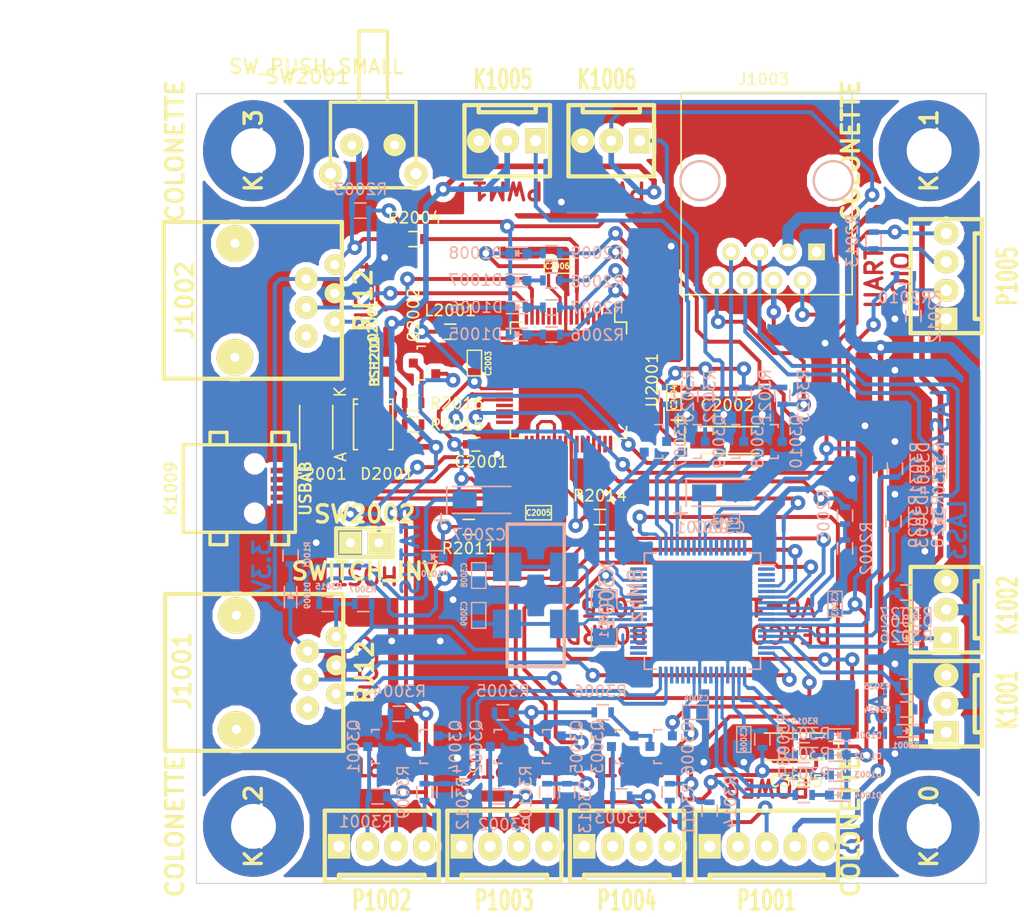
<source format=kicad_pcb>
(kicad_pcb (version 4) (host pcbnew 4.0.0-rc1-stable)
  (layers (0 F.Cu signal) (31 B.Cu signal hide) (34 B.Paste user) (35 F.Paste user) (36 B.SilkS user) (37 F.SilkS user) (38 B.Mask user) (39 F.Mask user) (44 Edge.Cuts user))
  (net 0 "")
  (net 1 +3V3)
  (net 2 GND)
  (net 3 "Net-(C2002-Pad1)")
  (net 4 "Net-(C3006-Pad1)")
  (net 5 "Net-(C3007-Pad1)")
  (net 6 "Net-(C3008-Pad1)")
  (net 7 "Net-(C3009-Pad1)")
  (net 8 /PIC32MX795F512H/BLEU32)
  (net 9 /PIC32MX795F512H/ROUGE32)
  (net 10 /PIC32MX795F512H/JAUNE32)
  (net 11 /PIC32MX795F512H/VERT32)
  (net 12 /IOIO/BLEU24)
  (net 13 +5V)
  (net 14 /IOIO/ROUGE24)
  (net 15 /IOIO/JAUNE24)
  (net 16 /IOIO/VERT24)
  (net 17 "Net-(D1009-Pad2)")
  (net 18 /IOIO/STATUS24)
  (net 19 "Net-(D2001-Pad1)")
  (net 20 +5VD)
  (net 21 "Net-(D3001-Pad2)")
  (net 22 /PIC32MX795F512H/LASER1)
  (net 23 "Net-(D3002-Pad2)")
  (net 24 /PIC32MX795F512H/LASER2)
  (net 25 "Net-(D3003-Pad2)")
  (net 26 /PIC32MX795F512H/LASER3)
  (net 27 "Net-(D3004-Pad2)")
  (net 28 /PIC32MX795F512H/LASER4)
  (net 29 /IOIO/VBUS)
  (net 30 /PIC32MX795F512H/PGD32)
  (net 31 /PIC32MX795F512H/PIC32RST)
  (net 32 /PIC32MX795F512H/PGC32)
  (net 33 /IOIO/PGD24)
  (net 34 /IOIO/RST24)
  (net 35 /IOIO/PGC24)
  (net 36 +12V)
  (net 37 /PIC32MX795F512H/OC1-5V)
  (net 38 /PIC32MX795F512H/OC3-5V)
  (net 39 /PIC32MX795F512H/OC4-5V)
  (net 40 /PIC32MX795F512H/OC5-5V)
  (net 41 /IOIO/D-)
  (net 42 /IOIO/D+)
  (net 43 /IOIO/USBID)
  (net 44 "Net-(L2001-Pad2)")
  (net 45 /PIC32MX795F512H/TX232)
  (net 46 /PIC32MX795F512H/RX232)
  (net 47 /PIC32MX795F512H/TX332)
  (net 48 /PIC32MX795F512H/RX332)
  (net 49 /PIC32MX795F512H/TX432)
  (net 50 /PIC32MX795F512H/RX432)
  (net 51 /IOIO/TX424)
  (net 52 /IOIO/RX424)
  (net 53 /IOIO/RX124)
  (net 54 /PIC32MX795F512H/RX632)
  (net 55 "Net-(R2004-Pad2)")
  (net 56 /IOIO/TX1)
  (net 57 "Net-(R2006-Pad1)")
  (net 58 "Net-(R2007-Pad1)")
  (net 59 "Net-(R2008-Pad1)")
  (net 60 "Net-(R2009-Pad1)")
  (net 61 /IOIO/TX4)
  (net 62 "Net-(R2011-Pad1)")
  (net 63 /IOIO/HOST)
  (net 64 "Net-(R3009-Pad1)")
  (net 65 "Net-(R3010-Pad1)")
  (net 66 "Net-(R3011-Pad1)")
  (net 67 "Net-(R3015-Pad1)")
  (net 68 "Net-(R3016-Pad2)")
  (net 69 "Net-(R3017-Pad2)")
  (net 70 "Net-(R3018-Pad2)")
  (net 71 "Net-(R3019-Pad2)")
  (net 72 "Net-(R3024-Pad2)")
  (net 73 "Net-(R3026-Pad2)")
  (net 74 "Net-(R3028-Pad2)")
  (net 75 "Net-(R3030-Pad2)")
  (net 76 "Net-(K1010-Pad1)")
  (net 77 "Net-(K1011-Pad1)")
  (net 78 "Net-(K1012-Pad1)")
  (net 79 "Net-(K1013-Pad1)")
  (net 80 +BATT)
  (net 81 "Net-(Q3001-Pad1)")
  (net 82 "Net-(Q3002-Pad1)")
  (net 83 "Net-(Q3003-Pad1)")
  (net 84 "Net-(Q2002-Pad3)")
  (net 85 "Net-(Q3005-Pad1)")
  (net 86 "Net-(Q3004-Pad1)")
  (net 87 /PIC32MX795F512H/OC1)
  (net 88 "Net-(Q3006-Pad1)")
  (net 89 /PIC32MX795F512H/OC3)
  (net 90 /PIC32MX795F512H/OC4)
  (net 91 /PIC32MX795F512H/OC5)
  (net 92 "Net-(Q2001-PadG)")
  (module w_conn_pc:conn_usb_B_mini_smd (layer F.Cu) (at 74.96175 121.18975 270)
    (fp_text reference K1009 (at 0 6.10108 270) (layer F.SilkS) (effects (font (size 0.99822 0.99822) (thickness 0.19558))))
    (fp_text value USBAB (at 0 -5.90042 270) (layer F.SilkS) (effects (font (size 0.99822 0.99822) (thickness 0.19812))))
    (pad "" smd rect (at 4.42976 -3.6195 270) (size 2.1971 2.1971) (layers F.Cu F.Paste F.Mask) (net 2 GND))
    (pad 1 smd rect (at -1.59766 -3.8989 270) (size 0.49784 2.1971) (layers F.Cu F.Paste F.Mask) (net 29 /IOIO/VBUS))
    (pad 2 smd rect (at -0.79756 -3.8989 270) (size 0.49784 2.1971) (layers F.Cu F.Paste F.Mask) (net 41 /IOIO/D-))
    (pad 3 smd rect (at 0 -3.8989 270) (size 0.49784 2.1971) (layers F.Cu F.Paste F.Mask) (net 42 /IOIO/D+))
    (pad 4 smd rect (at 0.79756 -3.8989 270) (size 0.49784 2.1971) (layers F.Cu F.Paste F.Mask) (net 43 /IOIO/USBID))
    (pad 5 smd rect (at 1.59766 -3.8989 270) (size 0.49784 2.1971) (layers F.Cu F.Paste F.Mask) (net 2 GND))
    (pad "" np_thru_hole circle (at -2.1971 -1.3716 270) (size 0.89916 0.89916) (drill 0.89916) (layers *.Cu *.Mask F.SilkS))
    (pad "" np_thru_hole circle (at 2.19964 -1.3716 270) (size 0.89916 0.89916) (drill 0.89916) (layers *.Cu *.Mask F.SilkS))
    (pad "" smd rect (at -4.42976 -3.6195 270) (size 2.1971 2.1971) (layers F.Cu F.Paste F.Mask) (net 2 GND))
    (pad "" smd rect (at -4.42976 1.8796 270) (size 2.1971 2.1971) (layers F.Cu F.Paste F.Mask) (net 2 GND))
    (pad "" smd rect (at 4.42976 1.8796 270) (size 2.1971 2.1971) (layers F.Cu F.Paste F.Mask) (net 2 GND))
  )
  (module Capacitors_Tantalum_SMD:TantalC_SizeA_EIA-3216_HandSoldering (layer F.Cu) (at 118.64975 116.87175)
    (fp_text reference C2002 (at -0.20066 -3.0988) (layer F.SilkS))
    (fp_text value 10U/10V)
    (fp_text user + (at -4.59994 -1.80086) (layer F.SilkS))
    (pad 2 smd rect (at 1.99898 0) (size 2.99974 1.50114) (layers F.Cu F.Paste F.Mask) (net 2 GND))
    (pad 1 smd rect (at -1.99898 0) (size 2.99974 1.50114) (layers F.Cu F.Paste F.Mask) (net 3 "Net-(C2002-Pad1)"))
  )
  (module CEN-PCB:SM0603_Capa (layer F.Cu) (at 95.91675 110.01375 90)
    (fp_text reference C2003 (at -0.03175 1.23825 90) (layer F.SilkS) (effects (font (size 0.508 0.4572) (thickness 0.1143))))
    (fp_text value 100n hide)
    (pad 1 smd rect (at -0.762 0 90) (size 0.635 1.143) (layers F.Cu F.Paste F.Mask) (net 1 +3V3))
    (pad 2 smd rect (at 0.762 0 90) (size 0.635 1.143) (layers F.Cu F.Paste F.Mask) (net 2 GND))
  )
  (module CEN-PCB:SM0603_Capa (layer F.Cu) (at 113.69675 113.06175 270)
    (fp_text reference C2004 (at 0 0 270) (layer F.SilkS) (effects (font (size 0.508 0.4572) (thickness 0.1143))))
    (fp_text value 100n hide)
    (pad 1 smd rect (at -0.762 0 270) (size 0.635 1.143) (layers F.Cu F.Paste F.Mask) (net 1 +3V3))
    (pad 2 smd rect (at 0.762 0 270) (size 0.635 1.143) (layers F.Cu F.Paste F.Mask) (net 2 GND))
  )
  (module CEN-PCB:SM0603_Capa (layer F.Cu) (at 101.63175 123.34875 180)
    (fp_text reference C2005 (at 0 0 180) (layer F.SilkS) (effects (font (size 0.508 0.4572) (thickness 0.1143))))
    (fp_text value 100n hide)
    (pad 1 smd rect (at -0.762 0 180) (size 0.635 1.143) (layers F.Cu F.Paste F.Mask) (net 1 +3V3))
    (pad 2 smd rect (at 0.762 0 180) (size 0.635 1.143) (layers F.Cu F.Paste F.Mask) (net 2 GND))
  )
  (module CEN-PCB:SM0603_Capa (layer F.Cu) (at 103.28275 101.37775)
    (fp_text reference C2006 (at 0 0) (layer F.SilkS) (effects (font (size 0.508 0.4572) (thickness 0.1143))))
    (fp_text value 100n hide)
    (pad 1 smd rect (at -0.762 0) (size 0.635 1.143) (layers F.Cu F.Paste F.Mask) (net 1 +3V3))
    (pad 2 smd rect (at 0.762 0) (size 0.635 1.143) (layers F.Cu F.Paste F.Mask) (net 2 GND))
  )
  (module CEN-PCB:SM0603_Capa (layer B.Cu) (at 118.39575 124.11075)
    (fp_text reference C3002 (at 0 0) (layer B.SilkS) (effects (font (size 0.508 0.4572) (thickness 0.1143)) (justify mirror)))
    (fp_text value 100n hide)
    (pad 1 smd rect (at -0.762 0) (size 0.635 1.143) (layers B.Cu B.Paste B.Mask) (net 1 +3V3))
    (pad 2 smd rect (at 0.762 0) (size 0.635 1.143) (layers B.Cu B.Paste B.Mask) (net 2 GND))
  )
  (module CEN-PCB:SM0603_Capa (layer B.Cu) (at 128.04775 131.47675 90)
    (fp_text reference C3003 (at 0 0 90) (layer B.SilkS) (effects (font (size 0.508 0.4572) (thickness 0.1143)) (justify mirror)))
    (fp_text value 100n hide)
    (pad 1 smd rect (at -0.762 0 90) (size 0.635 1.143) (layers B.Cu B.Paste B.Mask) (net 1 +3V3))
    (pad 2 smd rect (at 0.762 0 90) (size 0.635 1.143) (layers B.Cu B.Paste B.Mask) (net 2 GND))
  )
  (module CEN-PCB:SM0603_Capa (layer B.Cu) (at 115.60175 141.12875)
    (fp_text reference C3004 (at 0.09525 -1.23825) (layer B.SilkS) (effects (font (size 0.508 0.4572) (thickness 0.1143)) (justify mirror)))
    (fp_text value 100n hide)
    (pad 1 smd rect (at -0.762 0) (size 0.635 1.143) (layers B.Cu B.Paste B.Mask) (net 1 +3V3))
    (pad 2 smd rect (at 0.762 0) (size 0.635 1.143) (layers B.Cu B.Paste B.Mask) (net 2 GND))
  )
  (module Capacitors_Tantalum_SMD:TantalC_SizeA_EIA-3216_HandSoldering (layer F.Cu) (at 124.36475 144.17675 180)
    (fp_text reference C3005 (at -0.20066 -3.0988 180) (layer F.SilkS))
    (fp_text value 10u/10V)
    (fp_text user + (at -4.59994 -1.80086 180) (layer F.SilkS))
    (pad 2 smd rect (at 1.99898 0 180) (size 2.99974 1.50114) (layers F.Cu F.Paste F.Mask) (net 2 GND))
    (pad 1 smd rect (at -1.99898 0 180) (size 2.99974 1.50114) (layers F.Cu F.Paste F.Mask) (net 1 +3V3))
  )
  (module CEN-PCB:SM0603_Capa (layer B.Cu) (at 119.91975 143.54175 270)
    (fp_text reference C3006 (at 0 0 270) (layer B.SilkS) (effects (font (size 0.508 0.4572) (thickness 0.1143)) (justify mirror)))
    (fp_text value 100n hide)
    (pad 1 smd rect (at -0.762 0 270) (size 0.635 1.143) (layers B.Cu B.Paste B.Mask) (net 4 "Net-(C3006-Pad1)"))
    (pad 2 smd rect (at 0.762 0 270) (size 0.635 1.143) (layers B.Cu B.Paste B.Mask) (net 2 GND))
  )
  (module CEN-PCB:SM0603_Capa (layer B.Cu) (at 96.29775 128.93675 270)
    (fp_text reference C3008 (at -0.03175 1.30175 270) (layer B.SilkS) (effects (font (size 0.508 0.4572) (thickness 0.1143)) (justify mirror)))
    (fp_text value 22p hide)
    (pad 1 smd rect (at -0.762 0 270) (size 0.635 1.143) (layers B.Cu B.Paste B.Mask) (net 6 "Net-(C3008-Pad1)"))
    (pad 2 smd rect (at 0.762 0 270) (size 0.635 1.143) (layers B.Cu B.Paste B.Mask) (net 2 GND))
  )
  (module CEN-PCB:SM0603_Capa (layer B.Cu) (at 96.29775 132.49275 90)
    (fp_text reference C3009 (at 0.15875 -1.30175 90) (layer B.SilkS) (effects (font (size 0.508 0.4572) (thickness 0.1143)) (justify mirror)))
    (fp_text value 22p hide)
    (pad 1 smd rect (at -0.762 0 90) (size 0.635 1.143) (layers B.Cu B.Paste B.Mask) (net 7 "Net-(C3009-Pad1)"))
    (pad 2 smd rect (at 0.762 0 90) (size 0.635 1.143) (layers B.Cu B.Paste B.Mask) (net 2 GND))
  )
  (module LEDs:LED-0603 (layer B.Cu) (at 128.30175 143.16075 180)
    (fp_text reference D1001 (at -2.69875 -0.03175 180) (layer B.SilkS) (effects (font (size 0.5 0.5) (thickness 0.125)) (justify mirror)))
    (fp_text value BLEU)
    (pad 2 smd rect (at 0.7493 0) (size 0.79756 0.79756) (layers B.Cu B.Paste B.Mask) (net 8 /PIC32MX795F512H/BLEU32))
    (pad 1 smd rect (at -0.7493 0) (size 0.79756 0.79756) (layers B.Cu B.Paste B.Mask) (net 1 +3V3))
  )
  (module LEDs:LED-0603 (layer B.Cu) (at 128.30175 144.93875 180)
    (fp_text reference D1002 (at -2.69875 -0.09525 180) (layer B.SilkS) (effects (font (size 0.5 0.5) (thickness 0.125)) (justify mirror)))
    (fp_text value ROUGE)
    (pad 2 smd rect (at 0.7493 0) (size 0.79756 0.79756) (layers B.Cu B.Paste B.Mask) (net 9 /PIC32MX795F512H/ROUGE32))
    (pad 1 smd rect (at -0.7493 0) (size 0.79756 0.79756) (layers B.Cu B.Paste B.Mask) (net 1 +3V3))
  )
  (module LEDs:LED-0603 (layer B.Cu) (at 128.30175 146.71675 180)
    (fp_text reference D1003 (at -2.69875 0.03175 180) (layer B.SilkS) (effects (font (size 0.5 0.5) (thickness 0.125)) (justify mirror)))
    (fp_text value JAUNE)
    (pad 2 smd rect (at 0.7493 0) (size 0.79756 0.79756) (layers B.Cu B.Paste B.Mask) (net 10 /PIC32MX795F512H/JAUNE32))
    (pad 1 smd rect (at -0.7493 0) (size 0.79756 0.79756) (layers B.Cu B.Paste B.Mask) (net 1 +3V3))
  )
  (module LEDs:LED-0603 (layer B.Cu) (at 128.30175 148.49475 180)
    (fp_text reference D1004 (at -2.69875 -0.03175 180) (layer B.SilkS) (effects (font (size 0.5 0.5) (thickness 0.125)) (justify mirror)))
    (fp_text value VERT)
    (pad 2 smd rect (at 0.7493 0) (size 0.79756 0.79756) (layers B.Cu B.Paste B.Mask) (net 11 /PIC32MX795F512H/VERT32))
    (pad 1 smd rect (at -0.7493 0) (size 0.79756 0.79756) (layers B.Cu B.Paste B.Mask) (net 1 +3V3))
  )
  (module LEDs:LED-0603 (layer B.Cu) (at 99.85375 107.47375)
    (fp_text reference D1005 (at -3.84175 -0.03175) (layer B.SilkS) (effects (justify mirror)))
    (fp_text value BLEU)
    (pad 2 smd rect (at 0.7493 0 180) (size 0.79756 0.79756) (layers B.Cu B.Paste B.Mask) (net 12 /IOIO/BLEU24))
    (pad 1 smd rect (at -0.7493 0 180) (size 0.79756 0.79756) (layers B.Cu B.Paste B.Mask) (net 1 +3V3))
  )
  (module LEDs:LED-0603 (layer B.Cu) (at 99.85375 105.06075)
    (fp_text reference D1006 (at -3.77825 -0.03175) (layer B.SilkS) (effects (justify mirror)))
    (fp_text value ROUGE)
    (pad 2 smd rect (at 0.7493 0 180) (size 0.79756 0.79756) (layers B.Cu B.Paste B.Mask) (net 14 /IOIO/ROUGE24))
    (pad 1 smd rect (at -0.7493 0 180) (size 0.79756 0.79756) (layers B.Cu B.Paste B.Mask) (net 1 +3V3))
  )
  (module LEDs:LED-0603 (layer B.Cu) (at 99.85375 102.64775)
    (fp_text reference D1007 (at -3.84175 -0.03175) (layer B.SilkS) (effects (justify mirror)))
    (fp_text value JAUNE)
    (pad 2 smd rect (at 0.7493 0 180) (size 0.79756 0.79756) (layers B.Cu B.Paste B.Mask) (net 15 /IOIO/JAUNE24))
    (pad 1 smd rect (at -0.7493 0 180) (size 0.79756 0.79756) (layers B.Cu B.Paste B.Mask) (net 1 +3V3))
  )
  (module LEDs:LED-0603 (layer B.Cu) (at 99.85375 100.23475)
    (fp_text reference D1008 (at -3.84175 -0.03175) (layer B.SilkS) (effects (justify mirror)))
    (fp_text value VERT)
    (pad 2 smd rect (at 0.7493 0 180) (size 0.79756 0.79756) (layers B.Cu B.Paste B.Mask) (net 16 /IOIO/VERT24))
    (pad 1 smd rect (at -0.7493 0 180) (size 0.79756 0.79756) (layers B.Cu B.Paste B.Mask) (net 1 +3V3))
  )
  (module LEDs:LED-0603 (layer B.Cu) (at 79.53375 130.71475 90)
    (fp_text reference D1009 (at 0 1.5 90) (layer B.SilkS) (effects (font (size 0.5 0.5) (thickness 0.125)) (justify mirror)))
    (fp_text value VERT)
    (pad 2 smd rect (at 0.7493 0 270) (size 0.79756 0.79756) (layers B.Cu B.Paste B.Mask) (net 17 "Net-(D1009-Pad2)"))
    (pad 1 smd rect (at -0.7493 0 270) (size 0.79756 0.79756) (layers B.Cu B.Paste B.Mask) (net 1 +3V3))
  )
  (module LEDs:LED-0603 (layer B.Cu) (at 92.36075 127.28575)
    (fp_text reference D1010 (at 0 1.5) (layer B.SilkS) (effects (font (size 0.5 0.5) (thickness 0.125)) (justify mirror)))
    (fp_text value VERT)
    (pad 2 smd rect (at 0.7493 0 180) (size 0.79756 0.79756) (layers B.Cu B.Paste B.Mask) (net 18 /IOIO/STATUS24))
    (pad 1 smd rect (at -0.7493 0 180) (size 0.79756 0.79756) (layers B.Cu B.Paste B.Mask) (net 1 +3V3))
  )
  (module LEDs:LED-0603 (layer B.Cu) (at 134.39775 142.77975 180)
    (fp_text reference D3001 (at 0.03175 -1.30175 180) (layer B.SilkS) (effects (font (size 0.5 0.5) (thickness 0.125)) (justify mirror)))
    (fp_text value JAUNE)
    (pad 2 smd rect (at 0.7493 0) (size 0.79756 0.79756) (layers B.Cu B.Paste B.Mask) (net 21 "Net-(D3001-Pad2)"))
    (pad 1 smd rect (at -0.7493 0) (size 0.79756 0.79756) (layers B.Cu B.Paste B.Mask) (net 22 /PIC32MX795F512H/LASER1))
  )
  (module LEDs:LED-0603 (layer B.Cu) (at 134.39775 134.52475 180)
    (fp_text reference D3002 (at 0 1.5 180) (layer B.SilkS) (effects (justify mirror)))
    (fp_text value JAUNE)
    (pad 2 smd rect (at 0.7493 0) (size 0.79756 0.79756) (layers B.Cu B.Paste B.Mask) (net 23 "Net-(D3002-Pad2)"))
    (pad 1 smd rect (at -0.7493 0) (size 0.79756 0.79756) (layers B.Cu B.Paste B.Mask) (net 24 /PIC32MX795F512H/LASER2))
  )
  (module LEDs:LED-0603 (layer B.Cu) (at 137.31875 124.11075 270)
    (fp_text reference D3003 (at 0 1.5 270) (layer B.SilkS) (effects (justify mirror)))
    (fp_text value JAUNE)
    (pad 2 smd rect (at 0.7493 0 90) (size 0.79756 0.79756) (layers B.Cu B.Paste B.Mask) (net 25 "Net-(D3003-Pad2)"))
    (pad 1 smd rect (at -0.7493 0 90) (size 0.79756 0.79756) (layers B.Cu B.Paste B.Mask) (net 26 /PIC32MX795F512H/LASER3))
  )
  (module LEDs:LED-0603 (layer B.Cu) (at 137.44575 119.41175 270)
    (fp_text reference D3004 (at 0 1.5 270) (layer B.SilkS) (effects (justify mirror)))
    (fp_text value JAUNE)
    (pad 2 smd rect (at 0.7493 0 90) (size 0.79756 0.79756) (layers B.Cu B.Paste B.Mask) (net 27 "Net-(D3004-Pad2)"))
    (pad 1 smd rect (at -0.7493 0 90) (size 0.79756 0.79756) (layers B.Cu B.Paste B.Mask) (net 28 /PIC32MX795F512H/LASER4))
  )
  (module Resistors_SMD:R_2010 (layer F.Cu) (at 81.81975 115.72875 90)
    (fp_text reference F2001 (at -4.15925 0.41275 180) (layer F.SilkS))
    (fp_text value FUSE)
    (pad 1 smd rect (at -2.45 0 90) (size 1 2.5) (layers F.Cu F.Paste F.Mask) (net 29 /IOIO/VBUS))
    (pad 2 smd rect (at 2.45 0 90) (size 1 2.5) (layers F.Cu F.Paste F.Mask) (net 19 "Net-(D2001-Pad1)"))
  )
  (module 4deb-mod-library:RJ12 (layer F.Cu) (at 83.59775 137.57275 270)
    (fp_text reference J1001 (at -0.127 13.716 270) (layer F.SilkS) (effects (font (thickness 0.3048))))
    (fp_text value RJ12 (at 0 -2.54 270) (layer F.SilkS) (effects (font (thickness 0.3048))))
    (pad 4 thru_hole circle (at 0.635 2.54 270) (size 2 2) (drill 0.8128) (layers *.Cu *.Mask F.SilkS) (net 30 /PIC32MX795F512H/PGD32))
    (pad 2 thru_hole circle (at -1.905 2.54 270) (size 2 2) (drill 0.8128) (layers *.Cu *.Mask F.SilkS) (net 1 +3V3))
    (pad 6 thru_hole circle (at 3.175 2.54 270) (size 2 2) (drill 0.8128) (layers *.Cu *.Mask F.SilkS))
    (pad 1 thru_hole circle (at -3.175 0 270) (size 1.8 1.8) (drill 0.8128) (layers *.Cu *.Mask F.SilkS) (net 31 /PIC32MX795F512H/PIC32RST))
    (pad 3 thru_hole circle (at -0.635 0 270) (size 1.8 1.8) (drill 0.8128) (layers *.Cu *.Mask F.SilkS) (net 2 GND))
    (pad 5 thru_hole circle (at 1.905 0 270) (size 1.8 1.8) (drill 0.8128) (layers *.Cu *.Mask F.SilkS) (net 32 /PIC32MX795F512H/PGC32))
    (pad 8 thru_hole circle (at 5.08 8.89 270) (size 3.2512 3.2512) (drill 0.8128) (layers *.Cu *.Mask F.SilkS))
    (pad 7 thru_hole circle (at -5.08 8.89 270) (size 3.2512 3.2512) (drill 0.8128) (layers *.Cu *.Mask F.SilkS))
  )
  (module 4deb-mod-library:RJ12 (layer F.Cu) (at 83.47075 104.42575 270)
    (fp_text reference J1002 (at 0 13.335 270) (layer F.SilkS) (effects (font (thickness 0.3048))))
    (fp_text value RJ12 (at 0 -2.54 270) (layer F.SilkS) (effects (font (thickness 0.3048))))
    (pad 4 thru_hole circle (at 0.635 2.54 270) (size 2 2) (drill 0.8128) (layers *.Cu *.Mask F.SilkS) (net 33 /IOIO/PGD24))
    (pad 2 thru_hole circle (at -1.905 2.54 270) (size 2 2) (drill 0.8128) (layers *.Cu *.Mask F.SilkS) (net 1 +3V3))
    (pad 6 thru_hole circle (at 3.175 2.54 270) (size 2 2) (drill 0.8128) (layers *.Cu *.Mask F.SilkS))
    (pad 1 thru_hole circle (at -3.175 0 270) (size 1.8 1.8) (drill 0.8128) (layers *.Cu *.Mask F.SilkS) (net 34 /IOIO/RST24))
    (pad 3 thru_hole circle (at -0.635 0 270) (size 1.8 1.8) (drill 0.8128) (layers *.Cu *.Mask F.SilkS) (net 2 GND))
    (pad 5 thru_hole circle (at 1.905 0 270) (size 1.8 1.8) (drill 0.8128) (layers *.Cu *.Mask F.SilkS) (net 35 /IOIO/PGC24))
    (pad 8 thru_hole circle (at 5.08 8.89 270) (size 3.2512 3.2512) (drill 0.8128) (layers *.Cu *.Mask F.SilkS))
    (pad 7 thru_hole circle (at -5.08 8.89 270) (size 3.2512 3.2512) (drill 0.8128) (layers *.Cu *.Mask F.SilkS))
  )
  (module Resistors_SMD:R_0603 (layer F.Cu) (at 93.75775 107.21975)
    (fp_text reference L2001 (at 0 -1.9) (layer F.SilkS))
    (fp_text value 30Ohms)
    (pad 1 smd rect (at -0.75 0) (size 0.5 0.9) (layers F.Cu F.Paste F.Mask) (net 1 +3V3))
    (pad 2 smd rect (at 0.75 0) (size 0.5 0.9) (layers F.Cu F.Paste F.Mask) (net 44 "Net-(L2001-Pad2)"))
  )
  (module 4deb-mod-library:KK-4 (layer F.Cu) (at 91.47175 153.06675 180)
    (fp_text reference P1002 (at 3.81 -4.826 180) (layer F.SilkS) (effects (font (size 1.73482 1.08712) (thickness 0.27178))))
    (fp_text value CONN_4 hide)
    (pad 1 thru_hole rect (at 7.62 0 180) (size 1.99898 2.2) (drill 1.00076) (layers *.Cu *.Mask F.SilkS) (net 2 GND))
    (pad 2 thru_hole oval (at 5.08 0 180) (size 1.99898 2.5) (drill 1.00076) (layers *.Cu *.Mask F.SilkS) (net 45 /PIC32MX795F512H/TX232))
    (pad 3 thru_hole oval (at 2.54 0 180) (size 1.99898 2.5) (drill 1.00076) (layers *.Cu *.Mask F.SilkS) (net 20 +5VD))
    (pad 4 thru_hole oval (at 0 0 180) (size 1.99898 2.5) (drill 1.00076) (layers *.Cu *.Mask F.SilkS) (net 46 /PIC32MX795F512H/RX232))
  )
  (module 4deb-mod-library:KK-4 (layer F.Cu) (at 102.39375 153.06675 180)
    (fp_text reference P1003 (at 3.81 -4.826 180) (layer F.SilkS) (effects (font (size 1.73482 1.08712) (thickness 0.27178))))
    (fp_text value CONN_4 hide)
    (pad 1 thru_hole rect (at 7.62 0 180) (size 1.99898 2.2) (drill 1.00076) (layers *.Cu *.Mask F.SilkS) (net 2 GND))
    (pad 2 thru_hole oval (at 5.08 0 180) (size 1.99898 2.5) (drill 1.00076) (layers *.Cu *.Mask F.SilkS) (net 47 /PIC32MX795F512H/TX332))
    (pad 3 thru_hole oval (at 2.54 0 180) (size 1.99898 2.5) (drill 1.00076) (layers *.Cu *.Mask F.SilkS) (net 20 +5VD))
    (pad 4 thru_hole oval (at 0 0 180) (size 1.99898 2.5) (drill 1.00076) (layers *.Cu *.Mask F.SilkS) (net 48 /PIC32MX795F512H/RX332))
  )
  (module 4deb-mod-library:KK-4 (layer F.Cu) (at 113.31575 153.06675 180)
    (fp_text reference P1004 (at 3.81 -4.826 180) (layer F.SilkS) (effects (font (size 1.73482 1.08712) (thickness 0.27178))))
    (fp_text value CONN_4 hide)
    (pad 1 thru_hole rect (at 7.62 0 180) (size 1.99898 2.2) (drill 1.00076) (layers *.Cu *.Mask F.SilkS) (net 2 GND))
    (pad 2 thru_hole oval (at 5.08 0 180) (size 1.99898 2.5) (drill 1.00076) (layers *.Cu *.Mask F.SilkS) (net 49 /PIC32MX795F512H/TX432))
    (pad 3 thru_hole oval (at 2.54 0 180) (size 1.99898 2.5) (drill 1.00076) (layers *.Cu *.Mask F.SilkS) (net 20 +5VD))
    (pad 4 thru_hole oval (at 0 0 180) (size 1.99898 2.5) (drill 1.00076) (layers *.Cu *.Mask F.SilkS) (net 50 /PIC32MX795F512H/RX432))
  )
  (module 4deb-mod-library:KK-4 (layer F.Cu) (at 137.95375 98.45675 270)
    (fp_text reference P1005 (at 3.81 -5.461 270) (layer F.SilkS) (effects (font (size 1.73482 1.08712) (thickness 0.27178))))
    (fp_text value CONN_4 hide)
    (pad 1 thru_hole rect (at 7.62 0 270) (size 1.99898 1.99898) (drill 1.00076) (layers *.Cu *.Mask F.SilkS) (net 2 GND))
    (pad 2 thru_hole oval (at 5.08 0 270) (size 1.99898 2.2) (drill 1.00076) (layers *.Cu *.Mask F.SilkS) (net 51 /IOIO/TX424))
    (pad 3 thru_hole oval (at 2.54 0 270) (size 1.99898 2.2) (drill 1.00076) (layers *.Cu *.Mask F.SilkS) (net 20 +5VD))
    (pad 4 thru_hole oval (at 0 0 270) (size 1.99898 2.2) (drill 1.00076) (layers *.Cu *.Mask F.SilkS) (net 52 /IOIO/RX424))
  )
  (module Resistors_SMD:R_0603 (layer B.Cu) (at 79.53375 127.15875 90)
    (fp_text reference R1001 (at 0.03175 1.49225 90) (layer B.SilkS) (effects (font (size 0.5 0.5) (thickness 0.125)) (justify mirror)))
    (fp_text value 680)
    (pad 1 smd rect (at -0.75 0 90) (size 0.5 0.9) (layers B.Cu B.Paste B.Mask) (net 17 "Net-(D1009-Pad2)"))
    (pad 2 smd rect (at 0.75 0 90) (size 0.5 0.9) (layers B.Cu B.Paste B.Mask) (net 2 GND))
  )
  (module Resistors_SMD:R_0603 (layer B.Cu) (at 128.93675 126.52375 90)
    (fp_text reference R2002 (at 0 1.9 90) (layer B.SilkS) (effects (justify mirror)))
    (fp_text value 22k)
    (pad 1 smd rect (at -0.75 0 90) (size 0.5 0.9) (layers B.Cu B.Paste B.Mask) (net 2 GND))
    (pad 2 smd rect (at 0.75 0 90) (size 0.5 0.9) (layers B.Cu B.Paste B.Mask) (net 54 /PIC32MX795F512H/RX632))
  )
  (module Resistors_SMD:R_0603 (layer B.Cu) (at 85.75675 96.42475 180)
    (fp_text reference R2003 (at 0 1.9 180) (layer B.SilkS) (effects (justify mirror)))
    (fp_text value 10k)
    (pad 1 smd rect (at -0.75 0 180) (size 0.5 0.9) (layers B.Cu B.Paste B.Mask) (net 1 +3V3))
    (pad 2 smd rect (at 0.75 0 180) (size 0.5 0.9) (layers B.Cu B.Paste B.Mask) (net 34 /IOIO/RST24))
  )
  (module Resistors_SMD:R_0603 (layer F.Cu) (at 90.58275 98.96475)
    (fp_text reference R2004 (at 0 -1.9) (layer F.SilkS))
    (fp_text value 470)
    (pad 1 smd rect (at -0.75 0) (size 0.5 0.9) (layers F.Cu F.Paste F.Mask) (net 34 /IOIO/RST24))
    (pad 2 smd rect (at 0.75 0) (size 0.5 0.9) (layers F.Cu F.Paste F.Mask) (net 55 "Net-(R2004-Pad2)"))
  )
  (module Resistors_SMD:R_0603 (layer B.Cu) (at 128.93675 123.60275 270)
    (fp_text reference R2005 (at 0 1.9 270) (layer B.SilkS) (effects (justify mirror)))
    (fp_text value 12k)
    (pad 1 smd rect (at -0.75 0 270) (size 0.5 0.9) (layers B.Cu B.Paste B.Mask) (net 56 /IOIO/TX1))
    (pad 2 smd rect (at 0.75 0 270) (size 0.5 0.9) (layers B.Cu B.Paste B.Mask) (net 54 /PIC32MX795F512H/RX632))
  )
  (module Resistors_SMD:R_0603 (layer B.Cu) (at 102.77475 107.47375 180)
    (fp_text reference R2006 (at -4.09575 -0.03175 180) (layer B.SilkS) (effects (justify mirror)))
    (fp_text value 1.5k)
    (pad 1 smd rect (at -0.75 0 180) (size 0.5 0.9) (layers B.Cu B.Paste B.Mask) (net 57 "Net-(R2006-Pad1)"))
    (pad 2 smd rect (at 0.75 0 180) (size 0.5 0.9) (layers B.Cu B.Paste B.Mask) (net 12 /IOIO/BLEU24))
  )
  (module Resistors_SMD:R_0603 (layer B.Cu) (at 102.77475 105.06075 180)
    (fp_text reference R2007 (at -4.09575 -0.03175 180) (layer B.SilkS) (effects (justify mirror)))
    (fp_text value 1.5k)
    (pad 1 smd rect (at -0.75 0 180) (size 0.5 0.9) (layers B.Cu B.Paste B.Mask) (net 58 "Net-(R2007-Pad1)"))
    (pad 2 smd rect (at 0.75 0 180) (size 0.5 0.9) (layers B.Cu B.Paste B.Mask) (net 14 /IOIO/ROUGE24))
  )
  (module Resistors_SMD:R_0603 (layer B.Cu) (at 102.77475 102.64775 180)
    (fp_text reference R2008 (at -4.09575 -0.09525 180) (layer B.SilkS) (effects (justify mirror)))
    (fp_text value 1.5k)
    (pad 1 smd rect (at -0.75 0 180) (size 0.5 0.9) (layers B.Cu B.Paste B.Mask) (net 59 "Net-(R2008-Pad1)"))
    (pad 2 smd rect (at 0.75 0 180) (size 0.5 0.9) (layers B.Cu B.Paste B.Mask) (net 15 /IOIO/JAUNE24))
  )
  (module Resistors_SMD:R_0603 (layer B.Cu) (at 102.77475 100.23475 180)
    (fp_text reference R2009 (at -4.09575 0.03175 180) (layer B.SilkS) (effects (justify mirror)))
    (fp_text value 1.5k)
    (pad 1 smd rect (at -0.75 0 180) (size 0.5 0.9) (layers B.Cu B.Paste B.Mask) (net 60 "Net-(R2009-Pad1)"))
    (pad 2 smd rect (at 0.75 0 180) (size 0.5 0.9) (layers B.Cu B.Paste B.Mask) (net 16 /IOIO/VERT24))
  )
  (module Resistors_SMD:R_0603 (layer B.Cu) (at 134.27075 102.26675)
    (fp_text reference R2010 (at 0 1.9) (layer B.SilkS) (effects (justify mirror)))
    (fp_text value 12k)
    (pad 1 smd rect (at -0.75 0) (size 0.5 0.9) (layers B.Cu B.Paste B.Mask) (net 61 /IOIO/TX4))
    (pad 2 smd rect (at 0.75 0) (size 0.5 0.9) (layers B.Cu B.Paste B.Mask) (net 51 /IOIO/TX424))
  )
  (module Resistors_SMD:R_0603 (layer F.Cu) (at 95.40875 124.61875 180)
    (fp_text reference R2011 (at 0 -1.9 180) (layer F.SilkS))
    (fp_text value 1.5k)
    (pad 1 smd rect (at -0.75 0 180) (size 0.5 0.9) (layers F.Cu F.Paste F.Mask) (net 62 "Net-(R2011-Pad1)"))
    (pad 2 smd rect (at 0.75 0 180) (size 0.5 0.9) (layers F.Cu F.Paste F.Mask) (net 18 /IOIO/STATUS24))
  )
  (module Resistors_SMD:R_0603 (layer B.Cu) (at 135.03275 105.82275 90)
    (fp_text reference R2012 (at 0 1.9 90) (layer B.SilkS) (effects (justify mirror)))
    (fp_text value 22k)
    (pad 1 smd rect (at -0.75 0 90) (size 0.5 0.9) (layers B.Cu B.Paste B.Mask) (net 2 GND))
    (pad 2 smd rect (at 0.75 0 90) (size 0.5 0.9) (layers B.Cu B.Paste B.Mask) (net 51 /IOIO/TX424))
  )
  (module Resistors_SMD:R_0603 (layer B.Cu) (at 131.47675 99.09175 270)
    (fp_text reference R2013 (at 0 1.9 270) (layer B.SilkS) (effects (justify mirror)))
    (fp_text value 4.7k)
    (pad 1 smd rect (at -0.75 0 270) (size 0.5 0.9) (layers B.Cu B.Paste B.Mask) (net 52 /IOIO/RX424))
    (pad 2 smd rect (at 0.75 0 270) (size 0.5 0.9) (layers B.Cu B.Paste B.Mask) (net 20 +5VD))
  )
  (module Resistors_SMD:R_0603 (layer B.Cu) (at 87.28075 148.62175)
    (fp_text reference R3001 (at -1.04775 2.25425) (layer B.SilkS) (effects (justify mirror)))
    (fp_text value 10k)
    (pad 1 smd rect (at -0.75 0) (size 0.5 0.9) (layers B.Cu B.Paste B.Mask) (net 45 /PIC32MX795F512H/TX232))
    (pad 2 smd rect (at 0.75 0) (size 0.5 0.9) (layers B.Cu B.Paste B.Mask) (net 20 +5VD))
  )
  (module Resistors_SMD:R_0603 (layer B.Cu) (at 98.07575 148.62175)
    (fp_text reference R3002 (at 0.53975 2.50825) (layer B.SilkS) (effects (justify mirror)))
    (fp_text value 10k)
    (pad 1 smd rect (at -0.75 0) (size 0.5 0.9) (layers B.Cu B.Paste B.Mask) (net 47 /PIC32MX795F512H/TX332))
    (pad 2 smd rect (at 0.75 0) (size 0.5 0.9) (layers B.Cu B.Paste B.Mask) (net 20 +5VD))
  )
  (module Resistors_SMD:R_0603 (layer B.Cu) (at 108.99775 148.62175)
    (fp_text reference R3003 (at 0 1.9) (layer B.SilkS) (effects (justify mirror)))
    (fp_text value 10k)
    (pad 1 smd rect (at -0.75 0) (size 0.5 0.9) (layers B.Cu B.Paste B.Mask) (net 49 /PIC32MX795F512H/TX432))
    (pad 2 smd rect (at 0.75 0) (size 0.5 0.9) (layers B.Cu B.Paste B.Mask) (net 20 +5VD))
  )
  (module Resistors_SMD:R_0603 (layer B.Cu) (at 89.18575 141.25575 180)
    (fp_text reference R3004 (at -0.03175 2.00025 180) (layer B.SilkS) (effects (justify mirror)))
    (fp_text value 10k)
    (pad 1 smd rect (at -0.75 0 180) (size 0.5 0.9) (layers B.Cu B.Paste B.Mask) (net 20 +5VD))
    (pad 2 smd rect (at 0.75 0 180) (size 0.5 0.9) (layers B.Cu B.Paste B.Mask) (net 81 "Net-(Q3001-Pad1)"))
  )
  (module Resistors_SMD:R_0603 (layer B.Cu) (at 98.45675 141.12875 180)
    (fp_text reference R3005 (at 0 1.9 180) (layer B.SilkS) (effects (justify mirror)))
    (fp_text value 10k)
    (pad 1 smd rect (at -0.75 0 180) (size 0.5 0.9) (layers B.Cu B.Paste B.Mask) (net 20 +5VD))
    (pad 2 smd rect (at 0.75 0 180) (size 0.5 0.9) (layers B.Cu B.Paste B.Mask) (net 82 "Net-(Q3002-Pad1)"))
  )
  (module Resistors_SMD:R_0603 (layer B.Cu) (at 107.34675 141.12875)
    (fp_text reference R3006 (at -0.22225 -1.87325) (layer B.SilkS) (effects (justify mirror)))
    (fp_text value 10k)
    (pad 1 smd rect (at -0.75 0) (size 0.5 0.9) (layers B.Cu B.Paste B.Mask) (net 20 +5VD))
    (pad 2 smd rect (at 0.75 0) (size 0.5 0.9) (layers B.Cu B.Paste B.Mask) (net 83 "Net-(Q3003-Pad1)"))
  )
  (module Resistors_SMD:R_0603 (layer B.Cu) (at 86.01075 131.47675)
    (fp_text reference R3007 (at -0.03175 -1.30175) (layer B.SilkS) (effects (font (size 0.5 0.5) (thickness 0.125)) (justify mirror)))
    (fp_text value 10k)
    (pad 1 smd rect (at -0.75 0) (size 0.5 0.9) (layers B.Cu B.Paste B.Mask) (net 31 /PIC32MX795F512H/PIC32RST))
    (pad 2 smd rect (at 0.75 0) (size 0.5 0.9) (layers B.Cu B.Paste B.Mask) (net 1 +3V3))
  )
  (module Resistors_SMD:R_0603 (layer B.Cu) (at 121.57075 143.54175 90)
    (fp_text reference R3008 (at 0 1.9 90) (layer B.SilkS) (effects (justify mirror)))
    (fp_text value 0)
    (pad 1 smd rect (at -0.75 0 90) (size 0.5 0.9) (layers B.Cu B.Paste B.Mask) (net 1 +3V3))
    (pad 2 smd rect (at 0.75 0 90) (size 0.5 0.9) (layers B.Cu B.Paste B.Mask) (net 4 "Net-(C3006-Pad1)"))
  )
  (module Resistors_SMD:R_0603 (layer B.Cu) (at 91.47175 148.24075 270)
    (fp_text reference R3009 (at 0 1.9 270) (layer B.SilkS) (effects (justify mirror)))
    (fp_text value 12k)
    (pad 1 smd rect (at -0.75 0 270) (size 0.5 0.9) (layers B.Cu B.Paste B.Mask) (net 64 "Net-(R3009-Pad1)"))
    (pad 2 smd rect (at 0.75 0 270) (size 0.5 0.9) (layers B.Cu B.Paste B.Mask) (net 46 /PIC32MX795F512H/RX232))
  )
  (module Resistors_SMD:R_0603 (layer B.Cu) (at 102.39375 148.24075 270)
    (fp_text reference R3010 (at 0 1.9 270) (layer B.SilkS) (effects (justify mirror)))
    (fp_text value 12k)
    (pad 1 smd rect (at -0.75 0 270) (size 0.5 0.9) (layers B.Cu B.Paste B.Mask) (net 65 "Net-(R3010-Pad1)"))
    (pad 2 smd rect (at 0.75 0 270) (size 0.5 0.9) (layers B.Cu B.Paste B.Mask) (net 48 /PIC32MX795F512H/RX332))
  )
  (module Resistors_SMD:R_0603 (layer B.Cu) (at 113.31575 148.24075 270)
    (fp_text reference R3011 (at 1.49225 -1.68275 270) (layer B.SilkS) (effects (justify mirror)))
    (fp_text value 12k)
    (pad 1 smd rect (at -0.75 0 270) (size 0.5 0.9) (layers B.Cu B.Paste B.Mask) (net 66 "Net-(R3011-Pad1)"))
    (pad 2 smd rect (at 0.75 0 270) (size 0.5 0.9) (layers B.Cu B.Paste B.Mask) (net 50 /PIC32MX795F512H/RX432))
  )
  (module Resistors_SMD:R_0603 (layer B.Cu) (at 93.24975 148.24075 270)
    (fp_text reference R3012 (at 0.98425 -1.61925 270) (layer B.SilkS) (effects (justify mirror)))
    (fp_text value 22k)
    (pad 1 smd rect (at -0.75 0 270) (size 0.5 0.9) (layers B.Cu B.Paste B.Mask) (net 64 "Net-(R3009-Pad1)"))
    (pad 2 smd rect (at 0.75 0 270) (size 0.5 0.9) (layers B.Cu B.Paste B.Mask) (net 2 GND))
  )
  (module Resistors_SMD:R_0603 (layer B.Cu) (at 104.17175 148.24075 270)
    (fp_text reference R3013 (at 1.30175 -1.61925 270) (layer B.SilkS) (effects (justify mirror)))
    (fp_text value 22k)
    (pad 1 smd rect (at -0.75 0 270) (size 0.5 0.9) (layers B.Cu B.Paste B.Mask) (net 65 "Net-(R3010-Pad1)"))
    (pad 2 smd rect (at 0.75 0 270) (size 0.5 0.9) (layers B.Cu B.Paste B.Mask) (net 2 GND))
  )
  (module Resistors_SMD:R_0603 (layer B.Cu) (at 116.87175 149.89175 270)
    (fp_text reference R3014 (at -0.79375 -1.87325 270) (layer B.SilkS) (effects (justify mirror)))
    (fp_text value 22k)
    (pad 1 smd rect (at -0.75 0 270) (size 0.5 0.9) (layers B.Cu B.Paste B.Mask) (net 66 "Net-(R3011-Pad1)"))
    (pad 2 smd rect (at 0.75 0 270) (size 0.5 0.9) (layers B.Cu B.Paste B.Mask) (net 2 GND))
  )
  (module Resistors_SMD:R_0603 (layer B.Cu) (at 82.83575 131.47675)
    (fp_text reference R3015 (at 0.09525 -1.55575) (layer B.SilkS) (effects (font (size 0.5 0.5) (thickness 0.125)) (justify mirror)))
    (fp_text value 470)
    (pad 1 smd rect (at -0.75 0) (size 0.5 0.9) (layers B.Cu B.Paste B.Mask) (net 67 "Net-(R3015-Pad1)"))
    (pad 2 smd rect (at 0.75 0) (size 0.5 0.9) (layers B.Cu B.Paste B.Mask) (net 31 /PIC32MX795F512H/PIC32RST))
  )
  (module Resistors_SMD:R_0603 (layer B.Cu) (at 125.25375 143.16075 180)
    (fp_text reference R3016 (at -0.09525 1.23825 180) (layer B.SilkS) (effects (font (size 0.5 0.5) (thickness 0.125)) (justify mirror)))
    (fp_text value 680)
    (pad 1 smd rect (at -0.75 0 180) (size 0.5 0.9) (layers B.Cu B.Paste B.Mask) (net 8 /PIC32MX795F512H/BLEU32))
    (pad 2 smd rect (at 0.75 0 180) (size 0.5 0.9) (layers B.Cu B.Paste B.Mask) (net 68 "Net-(R3016-Pad2)"))
  )
  (module Resistors_SMD:R_0603 (layer B.Cu) (at 125.25375 144.93875 180)
    (fp_text reference R3017 (at 0 1.9 180) (layer B.SilkS) (effects (justify mirror)))
    (fp_text value 680)
    (pad 1 smd rect (at -0.75 0 180) (size 0.5 0.9) (layers B.Cu B.Paste B.Mask) (net 9 /PIC32MX795F512H/ROUGE32))
    (pad 2 smd rect (at 0.75 0 180) (size 0.5 0.9) (layers B.Cu B.Paste B.Mask) (net 69 "Net-(R3017-Pad2)"))
  )
  (module Resistors_SMD:R_0603 (layer B.Cu) (at 125.25375 146.71675 180)
    (fp_text reference R3018 (at 0 1.9 180) (layer B.SilkS) (effects (justify mirror)))
    (fp_text value 680)
    (pad 1 smd rect (at -0.75 0 180) (size 0.5 0.9) (layers B.Cu B.Paste B.Mask) (net 10 /PIC32MX795F512H/JAUNE32))
    (pad 2 smd rect (at 0.75 0 180) (size 0.5 0.9) (layers B.Cu B.Paste B.Mask) (net 70 "Net-(R3018-Pad2)"))
  )
  (module Resistors_SMD:R_0603 (layer B.Cu) (at 125.25375 148.49475 180)
    (fp_text reference R3019 (at 0 1.9 180) (layer B.SilkS) (effects (justify mirror)))
    (fp_text value 680)
    (pad 1 smd rect (at -0.75 0 180) (size 0.5 0.9) (layers B.Cu B.Paste B.Mask) (net 11 /PIC32MX795F512H/VERT32))
    (pad 2 smd rect (at 0.75 0 180) (size 0.5 0.9) (layers B.Cu B.Paste B.Mask) (net 71 "Net-(R3019-Pad2)"))
  )
  (module Resistors_SMD:R_0603 (layer B.Cu) (at 113.06175 112.93475 90)
    (fp_text reference R3020 (at 0 1.9 90) (layer B.SilkS) (effects (justify mirror)))
    (fp_text value 10k)
    (pad 1 smd rect (at -0.75 0 90) (size 0.5 0.9) (layers B.Cu B.Paste B.Mask) (net 37 /PIC32MX795F512H/OC1-5V))
    (pad 2 smd rect (at 0.75 0 90) (size 0.5 0.9) (layers B.Cu B.Paste B.Mask) (net 13 +5V))
  )
  (module Resistors_SMD:R_0603 (layer B.Cu) (at 119.91975 112.93475 90)
    (fp_text reference R3021 (at 0 1.9 90) (layer B.SilkS) (effects (justify mirror)))
    (fp_text value 10k)
    (pad 1 smd rect (at -0.75 0 90) (size 0.5 0.9) (layers B.Cu B.Paste B.Mask) (net 39 /PIC32MX795F512H/OC4-5V))
    (pad 2 smd rect (at 0.75 0 90) (size 0.5 0.9) (layers B.Cu B.Paste B.Mask) (net 13 +5V))
  )
  (module Resistors_SMD:R_0603 (layer B.Cu) (at 116.49075 112.93475 90)
    (fp_text reference R3022 (at -0.024262 0.394 90) (layer B.SilkS) (effects (justify mirror)))
    (fp_text value 10k)
    (pad 1 smd rect (at -0.75 0 90) (size 0.5 0.9) (layers B.Cu B.Paste B.Mask) (net 38 /PIC32MX795F512H/OC3-5V))
    (pad 2 smd rect (at 0.75 0 90) (size 0.5 0.9) (layers B.Cu B.Paste B.Mask) (net 13 +5V))
  )
  (module Resistors_SMD:R_0603 (layer B.Cu) (at 123.34875 112.93475 90)
    (fp_text reference R3023 (at 0 1.9 90) (layer B.SilkS) (effects (justify mirror)))
    (fp_text value 10k)
    (pad 1 smd rect (at -0.75 0 90) (size 0.5 0.9) (layers B.Cu B.Paste B.Mask) (net 40 /PIC32MX795F512H/OC5-5V))
    (pad 2 smd rect (at 0.75 0 90) (size 0.5 0.9) (layers B.Cu B.Paste B.Mask) (net 13 +5V))
  )
  (module Resistors_SMD:R_0603 (layer B.Cu) (at 134.39775 140.87475)
    (fp_text reference R3024 (at -2.57175 0.03175) (layer B.SilkS) (effects (font (size 0.5 0.5) (thickness 0.125)) (justify mirror)))
    (fp_text value 1.5k)
    (pad 1 smd rect (at -0.75 0) (size 0.5 0.9) (layers B.Cu B.Paste B.Mask) (net 21 "Net-(D3001-Pad2)"))
    (pad 2 smd rect (at 0.75 0) (size 0.5 0.9) (layers B.Cu B.Paste B.Mask) (net 72 "Net-(R3024-Pad2)"))
  )
  (module Resistors_SMD:R_0603 (layer B.Cu) (at 134.39775 138.84275)
    (fp_text reference R3025 (at -2.57175 -0.03175) (layer B.SilkS) (effects (font (size 0.5 0.5) (thickness 0.125)) (justify mirror)))
    (fp_text value 1.5k)
    (pad 1 smd rect (at -0.75 0) (size 0.5 0.9) (layers B.Cu B.Paste B.Mask) (net 72 "Net-(R3024-Pad2)"))
    (pad 2 smd rect (at 0.75 0) (size 0.5 0.9) (layers B.Cu B.Paste B.Mask) (net 2 GND))
  )
  (module Resistors_SMD:R_0603 (layer B.Cu) (at 134.39775 132.49275)
    (fp_text reference R3026 (at 0 1.9) (layer B.SilkS) (effects (justify mirror)))
    (fp_text value 1.5k)
    (pad 1 smd rect (at -0.75 0) (size 0.5 0.9) (layers B.Cu B.Paste B.Mask) (net 23 "Net-(D3002-Pad2)"))
    (pad 2 smd rect (at 0.75 0) (size 0.5 0.9) (layers B.Cu B.Paste B.Mask) (net 73 "Net-(R3026-Pad2)"))
  )
  (module Resistors_SMD:R_0603 (layer B.Cu) (at 134.39775 130.46075)
    (fp_text reference R3027 (at 0 1.9) (layer B.SilkS) (effects (justify mirror)))
    (fp_text value 1.5k)
    (pad 1 smd rect (at -0.75 0) (size 0.5 0.9) (layers B.Cu B.Paste B.Mask) (net 73 "Net-(R3026-Pad2)"))
    (pad 2 smd rect (at 0.75 0) (size 0.5 0.9) (layers B.Cu B.Paste B.Mask) (net 2 GND))
  )
  (module Resistors_SMD:R_0603 (layer B.Cu) (at 135.28675 124.11075 90)
    (fp_text reference R3028 (at 0 1.9 90) (layer B.SilkS) (effects (justify mirror)))
    (fp_text value 1.5k)
    (pad 1 smd rect (at -0.75 0 90) (size 0.5 0.9) (layers B.Cu B.Paste B.Mask) (net 25 "Net-(D3003-Pad2)"))
    (pad 2 smd rect (at 0.75 0 90) (size 0.5 0.9) (layers B.Cu B.Paste B.Mask) (net 74 "Net-(R3028-Pad2)"))
  )
  (module Resistors_SMD:R_0603 (layer B.Cu) (at 133.25475 124.11075 90)
    (fp_text reference R3029 (at 0 1.9 90) (layer B.SilkS) (effects (justify mirror)))
    (fp_text value 1.5k)
    (pad 1 smd rect (at -0.75 0 90) (size 0.5 0.9) (layers B.Cu B.Paste B.Mask) (net 74 "Net-(R3028-Pad2)"))
    (pad 2 smd rect (at 0.75 0 90) (size 0.5 0.9) (layers B.Cu B.Paste B.Mask) (net 2 GND))
  )
  (module Resistors_SMD:R_0603 (layer B.Cu) (at 135.41375 119.41175 90)
    (fp_text reference R3030 (at 0 1.9 90) (layer B.SilkS) (effects (justify mirror)))
    (fp_text value 1.5k)
    (pad 1 smd rect (at -0.75 0 90) (size 0.5 0.9) (layers B.Cu B.Paste B.Mask) (net 27 "Net-(D3004-Pad2)"))
    (pad 2 smd rect (at 0.75 0 90) (size 0.5 0.9) (layers B.Cu B.Paste B.Mask) (net 75 "Net-(R3030-Pad2)"))
  )
  (module Resistors_SMD:R_0603 (layer B.Cu) (at 133.38175 119.41175 90)
    (fp_text reference R3031 (at 0 1.9 90) (layer B.SilkS) (effects (justify mirror)))
    (fp_text value 1.5k)
    (pad 1 smd rect (at -0.75 0 90) (size 0.5 0.9) (layers B.Cu B.Paste B.Mask) (net 75 "Net-(R3030-Pad2)"))
    (pad 2 smd rect (at 0.75 0 90) (size 0.5 0.9) (layers B.Cu B.Paste B.Mask) (net 2 GND))
  )
  (module Housings_QFP:TQFP-64_10x10mm_Pitch0.5mm (layer F.Cu) (at 104.29875 111.53775 270)
    (fp_text reference U2001 (at 0 -7.45 270) (layer F.SilkS))
    (fp_text value PIC24FJ256GB206)
    (pad 1 smd rect (at -5.7 -3.75 270) (size 1.5 0.3) (layers F.Cu F.Paste F.Mask))
    (pad 2 smd rect (at -5.7 -3.25 270) (size 1.5 0.3) (layers F.Cu F.Paste F.Mask))
    (pad 3 smd rect (at -5.7 -2.75 270) (size 1.5 0.3) (layers F.Cu F.Paste F.Mask))
    (pad 4 smd rect (at -5.7 -2.25 270) (size 1.5 0.3) (layers F.Cu F.Paste F.Mask))
    (pad 5 smd rect (at -5.7 -1.75 270) (size 1.5 0.3) (layers F.Cu F.Paste F.Mask))
    (pad 6 smd rect (at -5.7 -1.25 270) (size 1.5 0.3) (layers F.Cu F.Paste F.Mask))
    (pad 7 smd rect (at -5.7 -0.75 270) (size 1.5 0.3) (layers F.Cu F.Paste F.Mask) (net 55 "Net-(R2004-Pad2)"))
    (pad 8 smd rect (at -5.7 -0.25 270) (size 1.5 0.3) (layers F.Cu F.Paste F.Mask))
    (pad 9 smd rect (at -5.7 0.25 270) (size 1.5 0.3) (layers F.Cu F.Paste F.Mask) (net 2 GND))
    (pad 10 smd rect (at -5.7 0.75 270) (size 1.5 0.3) (layers F.Cu F.Paste F.Mask) (net 1 +3V3))
    (pad 11 smd rect (at -5.7 1.25 270) (size 1.5 0.3) (layers F.Cu F.Paste F.Mask))
    (pad 12 smd rect (at -5.7 1.75 270) (size 1.5 0.3) (layers F.Cu F.Paste F.Mask))
    (pad 13 smd rect (at -5.7 2.25 270) (size 1.5 0.3) (layers F.Cu F.Paste F.Mask))
    (pad 14 smd rect (at -5.7 2.75 270) (size 1.5 0.3) (layers F.Cu F.Paste F.Mask))
    (pad 15 smd rect (at -5.7 3.25 270) (size 1.5 0.3) (layers F.Cu F.Paste F.Mask) (net 35 /IOIO/PGC24))
    (pad 16 smd rect (at -5.7 3.75 270) (size 1.5 0.3) (layers F.Cu F.Paste F.Mask) (net 33 /IOIO/PGD24))
    (pad 17 smd rect (at -3.75 5.7) (size 1.5 0.3) (layers F.Cu F.Paste F.Mask))
    (pad 18 smd rect (at -3.25 5.7) (size 1.5 0.3) (layers F.Cu F.Paste F.Mask))
    (pad 19 smd rect (at -2.75 5.7) (size 1.5 0.3) (layers F.Cu F.Paste F.Mask) (net 44 "Net-(L2001-Pad2)"))
    (pad 20 smd rect (at -2.25 5.7) (size 1.5 0.3) (layers F.Cu F.Paste F.Mask) (net 2 GND))
    (pad 21 smd rect (at -1.75 5.7) (size 1.5 0.3) (layers F.Cu F.Paste F.Mask))
    (pad 22 smd rect (at -1.25 5.7) (size 1.5 0.3) (layers F.Cu F.Paste F.Mask))
    (pad 23 smd rect (at -0.75 5.7) (size 1.5 0.3) (layers F.Cu F.Paste F.Mask))
    (pad 24 smd rect (at -0.25 5.7) (size 1.5 0.3) (layers F.Cu F.Paste F.Mask))
    (pad 25 smd rect (at 0.25 5.7) (size 1.5 0.3) (layers F.Cu F.Paste F.Mask) (net 2 GND))
    (pad 26 smd rect (at 0.75 5.7) (size 1.5 0.3) (layers F.Cu F.Paste F.Mask) (net 1 +3V3))
    (pad 27 smd rect (at 1.25 5.7) (size 1.5 0.3) (layers F.Cu F.Paste F.Mask) (net 52 /IOIO/RX424))
    (pad 28 smd rect (at 1.75 5.7) (size 1.5 0.3) (layers F.Cu F.Paste F.Mask) (net 61 /IOIO/TX4))
    (pad 29 smd rect (at 2.25 5.7) (size 1.5 0.3) (layers F.Cu F.Paste F.Mask))
    (pad 30 smd rect (at 2.75 5.7) (size 1.5 0.3) (layers F.Cu F.Paste F.Mask))
    (pad 31 smd rect (at 3.25 5.7) (size 1.5 0.3) (layers F.Cu F.Paste F.Mask))
    (pad 32 smd rect (at 3.75 5.7) (size 1.5 0.3) (layers F.Cu F.Paste F.Mask))
    (pad 33 smd rect (at 5.7 3.75 270) (size 1.5 0.3) (layers F.Cu F.Paste F.Mask) (net 43 /IOIO/USBID))
    (pad 34 smd rect (at 5.7 3.25 270) (size 1.5 0.3) (layers F.Cu F.Paste F.Mask) (net 29 /IOIO/VBUS))
    (pad 35 smd rect (at 5.7 2.75 270) (size 1.5 0.3) (layers F.Cu F.Paste F.Mask) (net 1 +3V3))
    (pad 36 smd rect (at 5.7 2.25 270) (size 1.5 0.3) (layers F.Cu F.Paste F.Mask) (net 41 /IOIO/D-))
    (pad 37 smd rect (at 5.7 1.75 270) (size 1.5 0.3) (layers F.Cu F.Paste F.Mask) (net 42 /IOIO/D+))
    (pad 38 smd rect (at 5.7 1.25 270) (size 1.5 0.3) (layers F.Cu F.Paste F.Mask) (net 1 +3V3))
    (pad 39 smd rect (at 5.7 0.75 270) (size 1.5 0.3) (layers F.Cu F.Paste F.Mask) (net 62 "Net-(R2011-Pad1)"))
    (pad 40 smd rect (at 5.7 0.25 270) (size 1.5 0.3) (layers F.Cu F.Paste F.Mask) (net 63 /IOIO/HOST))
    (pad 41 smd rect (at 5.7 -0.25 270) (size 1.5 0.3) (layers F.Cu F.Paste F.Mask) (net 2 GND))
    (pad 42 smd rect (at 5.7 -0.75 270) (size 1.5 0.3) (layers F.Cu F.Paste F.Mask))
    (pad 43 smd rect (at 5.7 -1.25 270) (size 1.5 0.3) (layers F.Cu F.Paste F.Mask))
    (pad 44 smd rect (at 5.7 -1.75 270) (size 1.5 0.3) (layers F.Cu F.Paste F.Mask))
    (pad 45 smd rect (at 5.7 -2.25 270) (size 1.5 0.3) (layers F.Cu F.Paste F.Mask) (net 53 /IOIO/RX124))
    (pad 46 smd rect (at 5.7 -2.75 270) (size 1.5 0.3) (layers F.Cu F.Paste F.Mask) (net 56 /IOIO/TX1))
    (pad 47 smd rect (at 5.7 -3.25 270) (size 1.5 0.3) (layers F.Cu F.Paste F.Mask))
    (pad 48 smd rect (at 5.7 -3.75 270) (size 1.5 0.3) (layers F.Cu F.Paste F.Mask))
    (pad 49 smd rect (at 3.75 -5.7) (size 1.5 0.3) (layers F.Cu F.Paste F.Mask))
    (pad 50 smd rect (at 3.25 -5.7) (size 1.5 0.3) (layers F.Cu F.Paste F.Mask))
    (pad 51 smd rect (at 2.75 -5.7) (size 1.5 0.3) (layers F.Cu F.Paste F.Mask))
    (pad 52 smd rect (at 2.25 -5.7) (size 1.5 0.3) (layers F.Cu F.Paste F.Mask))
    (pad 53 smd rect (at 1.75 -5.7) (size 1.5 0.3) (layers F.Cu F.Paste F.Mask))
    (pad 54 smd rect (at 1.25 -5.7) (size 1.5 0.3) (layers F.Cu F.Paste F.Mask))
    (pad 55 smd rect (at 0.75 -5.7) (size 1.5 0.3) (layers F.Cu F.Paste F.Mask))
    (pad 56 smd rect (at 0.25 -5.7) (size 1.5 0.3) (layers F.Cu F.Paste F.Mask) (net 3 "Net-(C2002-Pad1)"))
    (pad 57 smd rect (at -0.25 -5.7) (size 1.5 0.3) (layers F.Cu F.Paste F.Mask) (net 1 +3V3))
    (pad 58 smd rect (at -0.75 -5.7) (size 1.5 0.3) (layers F.Cu F.Paste F.Mask))
    (pad 59 smd rect (at -1.25 -5.7) (size 1.5 0.3) (layers F.Cu F.Paste F.Mask))
    (pad 60 smd rect (at -1.75 -5.7) (size 1.5 0.3) (layers F.Cu F.Paste F.Mask) (net 60 "Net-(R2009-Pad1)"))
    (pad 61 smd rect (at -2.25 -5.7) (size 1.5 0.3) (layers F.Cu F.Paste F.Mask) (net 59 "Net-(R2008-Pad1)"))
    (pad 62 smd rect (at -2.75 -5.7) (size 1.5 0.3) (layers F.Cu F.Paste F.Mask) (net 58 "Net-(R2007-Pad1)"))
    (pad 63 smd rect (at -3.25 -5.7) (size 1.5 0.3) (layers F.Cu F.Paste F.Mask) (net 57 "Net-(R2006-Pad1)"))
    (pad 64 smd rect (at -3.75 -5.7) (size 1.5 0.3) (layers F.Cu F.Paste F.Mask))
  )
  (module Housings_QFP:TQFP-64_10x10mm_Pitch0.5mm (layer B.Cu) (at 116.23675 132.11175 180)
    (fp_text reference U3001 (at 0 7.45 180) (layer B.SilkS) (effects (justify mirror)))
    (fp_text value PIC32MX795F512H)
    (pad 1 smd rect (at -5.7 3.75 180) (size 1.5 0.3) (layers B.Cu B.Paste B.Mask))
    (pad 2 smd rect (at -5.7 3.25 180) (size 1.5 0.3) (layers B.Cu B.Paste B.Mask))
    (pad 3 smd rect (at -5.7 2.75 180) (size 1.5 0.3) (layers B.Cu B.Paste B.Mask))
    (pad 4 smd rect (at -5.7 2.25 180) (size 1.5 0.3) (layers B.Cu B.Paste B.Mask) (net 53 /IOIO/RX124))
    (pad 5 smd rect (at -5.7 1.75 180) (size 1.5 0.3) (layers B.Cu B.Paste B.Mask) (net 65 "Net-(R3010-Pad1)"))
    (pad 6 smd rect (at -5.7 1.25 180) (size 1.5 0.3) (layers B.Cu B.Paste B.Mask) (net 85 "Net-(Q3005-Pad1)"))
    (pad 7 smd rect (at -5.7 0.75 180) (size 1.5 0.3) (layers B.Cu B.Paste B.Mask) (net 67 "Net-(R3015-Pad1)"))
    (pad 8 smd rect (at -5.7 0.25 180) (size 1.5 0.3) (layers B.Cu B.Paste B.Mask) (net 54 /PIC32MX795F512H/RX632))
    (pad 9 smd rect (at -5.7 -0.25 180) (size 1.5 0.3) (layers B.Cu B.Paste B.Mask) (net 2 GND))
    (pad 10 smd rect (at -5.7 -0.75 180) (size 1.5 0.3) (layers B.Cu B.Paste B.Mask) (net 1 +3V3))
    (pad 11 smd rect (at -5.7 -1.25 180) (size 1.5 0.3) (layers B.Cu B.Paste B.Mask) (net 75 "Net-(R3030-Pad2)"))
    (pad 12 smd rect (at -5.7 -1.75 180) (size 1.5 0.3) (layers B.Cu B.Paste B.Mask) (net 74 "Net-(R3028-Pad2)"))
    (pad 13 smd rect (at -5.7 -2.25 180) (size 1.5 0.3) (layers B.Cu B.Paste B.Mask) (net 73 "Net-(R3026-Pad2)"))
    (pad 14 smd rect (at -5.7 -2.75 180) (size 1.5 0.3) (layers B.Cu B.Paste B.Mask) (net 72 "Net-(R3024-Pad2)"))
    (pad 15 smd rect (at -5.7 -3.25 180) (size 1.5 0.3) (layers B.Cu B.Paste B.Mask) (net 32 /PIC32MX795F512H/PGC32))
    (pad 16 smd rect (at -5.7 -3.75 180) (size 1.5 0.3) (layers B.Cu B.Paste B.Mask) (net 30 /PIC32MX795F512H/PGD32))
    (pad 17 smd rect (at -3.75 -5.7 90) (size 1.5 0.3) (layers B.Cu B.Paste B.Mask) (net 68 "Net-(R3016-Pad2)"))
    (pad 18 smd rect (at -3.25 -5.7 90) (size 1.5 0.3) (layers B.Cu B.Paste B.Mask) (net 69 "Net-(R3017-Pad2)"))
    (pad 19 smd rect (at -2.75 -5.7 90) (size 1.5 0.3) (layers B.Cu B.Paste B.Mask) (net 4 "Net-(C3006-Pad1)"))
    (pad 20 smd rect (at -2.25 -5.7 90) (size 1.5 0.3) (layers B.Cu B.Paste B.Mask) (net 2 GND))
    (pad 21 smd rect (at -1.75 -5.7 90) (size 1.5 0.3) (layers B.Cu B.Paste B.Mask) (net 70 "Net-(R3018-Pad2)"))
    (pad 22 smd rect (at -1.25 -5.7 90) (size 1.5 0.3) (layers B.Cu B.Paste B.Mask) (net 71 "Net-(R3019-Pad2)"))
    (pad 23 smd rect (at -0.75 -5.7 90) (size 1.5 0.3) (layers B.Cu B.Paste B.Mask))
    (pad 24 smd rect (at -0.25 -5.7 90) (size 1.5 0.3) (layers B.Cu B.Paste B.Mask))
    (pad 25 smd rect (at 0.25 -5.7 90) (size 1.5 0.3) (layers B.Cu B.Paste B.Mask) (net 2 GND))
    (pad 26 smd rect (at 0.75 -5.7 90) (size 1.5 0.3) (layers B.Cu B.Paste B.Mask) (net 1 +3V3))
    (pad 27 smd rect (at 1.25 -5.7 90) (size 1.5 0.3) (layers B.Cu B.Paste B.Mask))
    (pad 28 smd rect (at 1.75 -5.7 90) (size 1.5 0.3) (layers B.Cu B.Paste B.Mask))
    (pad 29 smd rect (at 2.25 -5.7 90) (size 1.5 0.3) (layers B.Cu B.Paste B.Mask))
    (pad 30 smd rect (at 2.75 -5.7 90) (size 1.5 0.3) (layers B.Cu B.Paste B.Mask))
    (pad 31 smd rect (at 3.25 -5.7 90) (size 1.5 0.3) (layers B.Cu B.Paste B.Mask) (net 64 "Net-(R3009-Pad1)"))
    (pad 32 smd rect (at 3.75 -5.7 90) (size 1.5 0.3) (layers B.Cu B.Paste B.Mask) (net 86 "Net-(Q3004-Pad1)"))
    (pad 33 smd rect (at 5.7 -3.75 180) (size 1.5 0.3) (layers B.Cu B.Paste B.Mask))
    (pad 34 smd rect (at 5.7 -3.25 180) (size 1.5 0.3) (layers B.Cu B.Paste B.Mask))
    (pad 35 smd rect (at 5.7 -2.75 180) (size 1.5 0.3) (layers B.Cu B.Paste B.Mask))
    (pad 36 smd rect (at 5.7 -2.25 180) (size 1.5 0.3) (layers B.Cu B.Paste B.Mask))
    (pad 37 smd rect (at 5.7 -1.75 180) (size 1.5 0.3) (layers B.Cu B.Paste B.Mask))
    (pad 38 smd rect (at 5.7 -1.25 180) (size 1.5 0.3) (layers B.Cu B.Paste B.Mask) (net 1 +3V3))
    (pad 39 smd rect (at 5.7 -0.75 180) (size 1.5 0.3) (layers B.Cu B.Paste B.Mask) (net 7 "Net-(C3009-Pad1)"))
    (pad 40 smd rect (at 5.7 -0.25 180) (size 1.5 0.3) (layers B.Cu B.Paste B.Mask) (net 6 "Net-(C3008-Pad1)"))
    (pad 41 smd rect (at 5.7 0.25 180) (size 1.5 0.3) (layers B.Cu B.Paste B.Mask) (net 2 GND))
    (pad 42 smd rect (at 5.7 0.75 180) (size 1.5 0.3) (layers B.Cu B.Paste B.Mask))
    (pad 43 smd rect (at 5.7 1.25 180) (size 1.5 0.3) (layers B.Cu B.Paste B.Mask) (net 66 "Net-(R3011-Pad1)"))
    (pad 44 smd rect (at 5.7 1.75 180) (size 1.5 0.3) (layers B.Cu B.Paste B.Mask))
    (pad 45 smd rect (at 5.7 2.25 180) (size 1.5 0.3) (layers B.Cu B.Paste B.Mask))
    (pad 46 smd rect (at 5.7 2.75 180) (size 1.5 0.3) (layers B.Cu B.Paste B.Mask) (net 87 /PIC32MX795F512H/OC1))
    (pad 47 smd rect (at 5.7 3.25 180) (size 1.5 0.3) (layers B.Cu B.Paste B.Mask))
    (pad 48 smd rect (at 5.7 3.75 180) (size 1.5 0.3) (layers B.Cu B.Paste B.Mask))
    (pad 49 smd rect (at 3.75 5.7 90) (size 1.5 0.3) (layers B.Cu B.Paste B.Mask) (net 88 "Net-(Q3006-Pad1)"))
    (pad 50 smd rect (at 3.25 5.7 90) (size 1.5 0.3) (layers B.Cu B.Paste B.Mask) (net 89 /PIC32MX795F512H/OC3))
    (pad 51 smd rect (at 2.75 5.7 90) (size 1.5 0.3) (layers B.Cu B.Paste B.Mask) (net 90 /PIC32MX795F512H/OC4))
    (pad 52 smd rect (at 2.25 5.7 90) (size 1.5 0.3) (layers B.Cu B.Paste B.Mask) (net 91 /PIC32MX795F512H/OC5))
    (pad 53 smd rect (at 1.75 5.7 90) (size 1.5 0.3) (layers B.Cu B.Paste B.Mask))
    (pad 54 smd rect (at 1.25 5.7 90) (size 1.5 0.3) (layers B.Cu B.Paste B.Mask))
    (pad 55 smd rect (at 0.75 5.7 90) (size 1.5 0.3) (layers B.Cu B.Paste B.Mask))
    (pad 56 smd rect (at 0.25 5.7 90) (size 1.5 0.3) (layers B.Cu B.Paste B.Mask) (net 5 "Net-(C3007-Pad1)"))
    (pad 57 smd rect (at -0.25 5.7 90) (size 1.5 0.3) (layers B.Cu B.Paste B.Mask) (net 1 +3V3))
    (pad 58 smd rect (at -0.75 5.7 90) (size 1.5 0.3) (layers B.Cu B.Paste B.Mask))
    (pad 59 smd rect (at -1.25 5.7 90) (size 1.5 0.3) (layers B.Cu B.Paste B.Mask))
    (pad 60 smd rect (at -1.75 5.7 90) (size 1.5 0.3) (layers B.Cu B.Paste B.Mask))
    (pad 61 smd rect (at -2.25 5.7 90) (size 1.5 0.3) (layers B.Cu B.Paste B.Mask))
    (pad 62 smd rect (at -2.75 5.7 90) (size 1.5 0.3) (layers B.Cu B.Paste B.Mask))
    (pad 63 smd rect (at -3.25 5.7 90) (size 1.5 0.3) (layers B.Cu B.Paste B.Mask))
    (pad 64 smd rect (at -3.75 5.7 90) (size 1.5 0.3) (layers B.Cu B.Paste B.Mask))
  )
  (module CEN-PCB:QTZ (layer B.Cu) (at 101.37775 130.71475 90)
    (fp_text reference X3001 (at 0 6.35 90) (layer B.SilkS) (effects (font (size 1.27 1.27) (thickness 0.2032)) (justify mirror)))
    (fp_text value 8Mhz (at 0 8.89 90) (layer B.SilkS) (effects (font (size 1.27 1.27) (thickness 0.2032)) (justify mirror)))
    (pad 1 smd rect (at -2.54 2.54 90) (size 2.54 2.54) (layers B.Cu B.Paste B.Mask) (net 7 "Net-(C3009-Pad1)"))
    (pad 2 smd rect (at 2.54 2.54 90) (size 2.54 2.54) (layers B.Cu B.Paste B.Mask) (net 6 "Net-(C3008-Pad1)"))
    (pad 2 smd rect (at 2.54 -2.54 90) (size 2.54 2.54) (layers B.Cu B.Paste B.Mask) (net 6 "Net-(C3008-Pad1)"))
    (pad 1 smd rect (at -2.54 -2.54 90) (size 2.54 2.54) (layers B.Cu B.Paste B.Mask) (net 7 "Net-(C3009-Pad1)"))
  )
  (module CEN-PCB:COLONETTE (layer F.Cu) (at 136.42975 151.28875 90)
    (fp_text reference K1010 (at 0 0 90) (layer F.SilkS) (effects (font (thickness 0.3048))))
    (fp_text value COLONETTE (at 0 -6.985 90) (layer F.SilkS) (effects (font (thickness 0.3048))))
    (pad 1 thru_hole circle (at 0 0 90) (size 8.99922 8.99922) (drill 4.0005) (layers *.Cu) (net 76 "Net-(K1010-Pad1)"))
    (pad 1 thru_hole circle (at 0 0 90) (size 2 2) (drill 0.6) (layers *.Cu *.Mask F.SilkS) (net 76 "Net-(K1010-Pad1)"))
  )
  (module CEN-PCB:COLONETTE (layer F.Cu) (at 136.42975 91.09075 90)
    (fp_text reference K1011 (at 0 0 90) (layer F.SilkS) (effects (font (thickness 0.3048))))
    (fp_text value COLONETTE (at 0 -6.985 90) (layer F.SilkS) (effects (font (thickness 0.3048))))
    (pad 1 thru_hole circle (at 0 0 90) (size 8.99922 8.99922) (drill 4.0005) (layers *.Cu) (net 77 "Net-(K1011-Pad1)"))
    (pad 1 thru_hole circle (at 0 0 90) (size 2 2) (drill 0.6) (layers *.Cu *.Mask F.SilkS) (net 77 "Net-(K1011-Pad1)"))
  )
  (module CEN-PCB:COLONETTE (layer F.Cu) (at 76.23175 151.28875 90)
    (fp_text reference K1012 (at 0 0 90) (layer F.SilkS) (effects (font (thickness 0.3048))))
    (fp_text value COLONETTE (at 0 -6.985 90) (layer F.SilkS) (effects (font (thickness 0.3048))))
    (pad 1 thru_hole circle (at 0 0 90) (size 8.99922 8.99922) (drill 4.0005) (layers *.Cu) (net 78 "Net-(K1012-Pad1)"))
    (pad 1 thru_hole circle (at 0 0 90) (size 2 2) (drill 0.6) (layers *.Cu *.Mask F.SilkS) (net 78 "Net-(K1012-Pad1)"))
  )
  (module CEN-PCB:COLONETTE (layer F.Cu) (at 76.23175 91.09075 90)
    (fp_text reference K1013 (at 0 0 90) (layer F.SilkS) (effects (font (thickness 0.3048))))
    (fp_text value COLONETTE (at 0 -6.985 90) (layer F.SilkS) (effects (font (thickness 0.3048))))
    (pad 1 thru_hole circle (at 0 0 90) (size 8.99922 8.99922) (drill 4.0005) (layers *.Cu) (net 79 "Net-(K1013-Pad1)"))
    (pad 1 thru_hole circle (at 0 0 90) (size 2 2) (drill 0.6) (layers *.Cu *.Mask F.SilkS) (net 79 "Net-(K1013-Pad1)"))
  )
  (module CEN-PCB:SW (layer F.Cu) (at 83.08975 90.58275)
    (fp_text reference SW2001 (at -2.032 -6.096) (layer F.SilkS) (effects (font (size 1.27 1.27) (thickness 0.2032))))
    (fp_text value SW_PUSH_SMALL (at -1.27 -6.985) (layer F.SilkS) (effects (font (size 1.27 1.27) (thickness 0.2032))))
    (pad 1 thru_hole circle (at 1.905 0) (size 2 2) (drill 0.8001) (layers *.Cu *.Mask F.SilkS) (net 34 /IOIO/RST24))
    (pad 2 thru_hole circle (at 5.715 0) (size 2 2) (drill 0.8001) (layers *.Cu *.Mask F.SilkS) (net 2 GND))
    (pad 3 thru_hole circle (at 0 2.54) (size 1.99898 1.99898) (drill 1.00076) (layers *.Cu *.Mask F.SilkS))
    (pad 4 thru_hole circle (at 7.62 2.54) (size 1.99898 1.99898) (drill 1.00076) (layers *.Cu *.Mask F.SilkS))
  )
  (module Connect:RJ45_8 (layer F.Cu) (at 121.95175 93.75775 180)
    (fp_text reference J1003 (at 0.254 9.017 180) (layer F.SilkS))
    (fp_text value RJ45)
    (pad Hole np_thru_hole circle (at 5.93852 0 180) (size 3.64998 3.64998) (drill 3.2512) (layers *.Cu *.SilkS *.Mask))
    (pad Hole np_thru_hole circle (at -5.9309 0 180) (size 3.64998 3.64998) (drill 3.2512) (layers *.Cu *.SilkS *.Mask))
    (pad 1 thru_hole rect (at -4.445 -6.35 180) (size 1.50114 1.50114) (drill 0.89916) (layers *.Cu *.Mask F.SilkS) (net 2 GND))
    (pad 2 thru_hole circle (at -3.175 -8.89 180) (size 1.50114 1.50114) (drill 0.89916) (layers *.Cu *.Mask F.SilkS) (net 20 +5VD))
    (pad 3 thru_hole circle (at -1.905 -6.35 180) (size 1.50114 1.50114) (drill 0.89916) (layers *.Cu *.Mask F.SilkS) (net 36 +12V))
    (pad 4 thru_hole circle (at -0.635 -8.89 180) (size 1.50114 1.50114) (drill 0.89916) (layers *.Cu *.Mask F.SilkS) (net 80 +BATT))
    (pad 5 thru_hole circle (at 0.635 -6.35 180) (size 1.50114 1.50114) (drill 0.89916) (layers *.Cu *.Mask F.SilkS) (net 26 /PIC32MX795F512H/LASER3))
    (pad 6 thru_hole circle (at 1.905 -8.89 180) (size 1.50114 1.50114) (drill 0.89916) (layers *.Cu *.Mask F.SilkS) (net 28 /PIC32MX795F512H/LASER4))
    (pad 7 thru_hole circle (at 3.175 -6.35 180) (size 1.50114 1.50114) (drill 0.89916) (layers *.Cu *.Mask F.SilkS) (net 39 /PIC32MX795F512H/OC4-5V))
    (pad 8 thru_hole circle (at 4.445 -8.89 180) (size 1.50114 1.50114) (drill 0.89916) (layers *.Cu *.Mask F.SilkS) (net 40 /PIC32MX795F512H/OC5-5V))
  )
  (module TO_SOT_Packages_SMD:SOT-23 (layer B.Cu) (at 122.33275 116.99875 90)
    (fp_text reference Q3010 (at 0 2.25 90) (layer B.SilkS) (effects (justify mirror)))
    (fp_text value 2N7002)
    (pad 1 smd rect (at -0.95 -1.00076 90) (size 0.8001 0.8001) (layers B.Cu B.Paste B.Mask) (net 91 /PIC32MX795F512H/OC5))
    (pad 2 smd rect (at 0.95 -1.00076 90) (size 0.8001 0.8001) (layers B.Cu B.Paste B.Mask) (net 2 GND))
    (pad 3 smd rect (at 0 0.99822 90) (size 0.8001 0.8001) (layers B.Cu B.Paste B.Mask) (net 40 /PIC32MX795F512H/OC5-5V))
  )
  (module TO_SOT_Packages_SMD:SOT-23 (layer B.Cu) (at 115.47475 116.99875 90)
    (fp_text reference Q3009 (at 0 2.25 90) (layer B.SilkS) (effects (justify mirror)))
    (fp_text value 2N7002)
    (pad 1 smd rect (at -0.95 -1.00076 90) (size 0.8001 0.8001) (layers B.Cu B.Paste B.Mask) (net 89 /PIC32MX795F512H/OC3))
    (pad 2 smd rect (at 0.95 -1.00076 90) (size 0.8001 0.8001) (layers B.Cu B.Paste B.Mask) (net 2 GND))
    (pad 3 smd rect (at 0 0.99822 90) (size 0.8001 0.8001) (layers B.Cu B.Paste B.Mask) (net 38 /PIC32MX795F512H/OC3-5V))
  )
  (module TO_SOT_Packages_SMD:SOT-23 (layer B.Cu) (at 118.90375 116.99875 90)
    (fp_text reference Q3008 (at 0 2.25 90) (layer B.SilkS) (effects (justify mirror)))
    (fp_text value 2N7002)
    (pad 1 smd rect (at -0.95 -1.00076 90) (size 0.8001 0.8001) (layers B.Cu B.Paste B.Mask) (net 90 /PIC32MX795F512H/OC4))
    (pad 2 smd rect (at 0.95 -1.00076 90) (size 0.8001 0.8001) (layers B.Cu B.Paste B.Mask) (net 2 GND))
    (pad 3 smd rect (at 0 0.99822 90) (size 0.8001 0.8001) (layers B.Cu B.Paste B.Mask) (net 39 /PIC32MX795F512H/OC4-5V))
  )
  (module TO_SOT_Packages_SMD:SOT-23 (layer B.Cu) (at 112.04575 116.99875 90)
    (fp_text reference Q3007 (at 0 2.25 90) (layer B.SilkS) (effects (justify mirror)))
    (fp_text value 2N7002)
    (pad 1 smd rect (at -0.95 -1.00076 90) (size 0.8001 0.8001) (layers B.Cu B.Paste B.Mask) (net 87 /PIC32MX795F512H/OC1))
    (pad 2 smd rect (at 0.95 -1.00076 90) (size 0.8001 0.8001) (layers B.Cu B.Paste B.Mask) (net 2 GND))
    (pad 3 smd rect (at 0 0.99822 90) (size 0.8001 0.8001) (layers B.Cu B.Paste B.Mask) (net 37 /PIC32MX795F512H/OC1-5V))
  )
  (module TO_SOT_Packages_SMD:SOT-23 (layer B.Cu) (at 112.55375 144.17675 270)
    (fp_text reference Q3006 (at 0.15875 -2.38125 450) (layer B.SilkS) (effects (justify mirror)))
    (fp_text value 2N7002)
    (pad 1 smd rect (at -0.95 -1.00076 270) (size 0.8001 0.8001) (layers B.Cu B.Paste B.Mask) (net 88 "Net-(Q3006-Pad1)"))
    (pad 2 smd rect (at 0.95 -1.00076 270) (size 0.8001 0.8001) (layers B.Cu B.Paste B.Mask) (net 2 GND))
    (pad 3 smd rect (at 0 0.99822 270) (size 0.8001 0.8001) (layers B.Cu B.Paste B.Mask) (net 83 "Net-(Q3003-Pad1)"))
  )
  (module TO_SOT_Packages_SMD:SOT-23 (layer B.Cu) (at 102.64775 144.17675 270)
    (fp_text reference Q3005 (at 0.03175 -2.38125 270) (layer B.SilkS) (effects (justify mirror)))
    (fp_text value 2N7002)
    (pad 1 smd rect (at -0.95 -1.00076 270) (size 0.8001 0.8001) (layers B.Cu B.Paste B.Mask) (net 85 "Net-(Q3005-Pad1)"))
    (pad 2 smd rect (at 0.95 -1.00076 270) (size 0.8001 0.8001) (layers B.Cu B.Paste B.Mask) (net 2 GND))
    (pad 3 smd rect (at 0 0.99822 270) (size 0.8001 0.8001) (layers B.Cu B.Paste B.Mask) (net 82 "Net-(Q3002-Pad1)"))
  )
  (module TO_SOT_Packages_SMD:SOT-23 (layer B.Cu) (at 91.72575 144.17675 270)
    (fp_text reference Q3004 (at 0.03175 -2.50825 270) (layer B.SilkS) (effects (justify mirror)))
    (fp_text value 2N7002)
    (pad 1 smd rect (at -0.95 -1.00076 270) (size 0.8001 0.8001) (layers B.Cu B.Paste B.Mask) (net 86 "Net-(Q3004-Pad1)"))
    (pad 2 smd rect (at 0.95 -1.00076 270) (size 0.8001 0.8001) (layers B.Cu B.Paste B.Mask) (net 2 GND))
    (pad 3 smd rect (at 0 0.99822 270) (size 0.8001 0.8001) (layers B.Cu B.Paste B.Mask) (net 81 "Net-(Q3001-Pad1)"))
  )
  (module TO_SOT_Packages_SMD:SOT-23 (layer B.Cu) (at 98.32975 144.17675 270)
    (fp_text reference Q3002 (at 0 2.25 270) (layer B.SilkS) (effects (justify mirror)))
    (fp_text value 2N7002)
    (pad 1 smd rect (at -0.95 -1.00076 270) (size 0.8001 0.8001) (layers B.Cu B.Paste B.Mask) (net 82 "Net-(Q3002-Pad1)"))
    (pad 2 smd rect (at 0.95 -1.00076 270) (size 0.8001 0.8001) (layers B.Cu B.Paste B.Mask) (net 2 GND))
    (pad 3 smd rect (at 0 0.99822 270) (size 0.8001 0.8001) (layers B.Cu B.Paste B.Mask) (net 47 /PIC32MX795F512H/TX332))
  )
  (module TO_SOT_Packages_SMD:SOT-23 (layer B.Cu) (at 87.40775 144.17675 270)
    (fp_text reference Q3001 (at 0 2.25 270) (layer B.SilkS) (effects (justify mirror)))
    (fp_text value 2N7002)
    (pad 1 smd rect (at -0.95 -1.00076 270) (size 0.8001 0.8001) (layers B.Cu B.Paste B.Mask) (net 81 "Net-(Q3001-Pad1)"))
    (pad 2 smd rect (at 0.95 -1.00076 270) (size 0.8001 0.8001) (layers B.Cu B.Paste B.Mask) (net 2 GND))
    (pad 3 smd rect (at 0 0.99822 270) (size 0.8001 0.8001) (layers B.Cu B.Paste B.Mask) (net 45 /PIC32MX795F512H/TX232))
  )
  (module TO_SOT_Packages_SMD:SOT-23 (layer B.Cu) (at 109.12475 144.17675 270)
    (fp_text reference Q3003 (at 0 2.25 270) (layer B.SilkS) (effects (justify mirror)))
    (fp_text value 2N7002)
    (pad 1 smd rect (at -0.95 -1.00076 270) (size 0.8001 0.8001) (layers B.Cu B.Paste B.Mask) (net 83 "Net-(Q3003-Pad1)"))
    (pad 2 smd rect (at 0.95 -1.00076 270) (size 0.8001 0.8001) (layers B.Cu B.Paste B.Mask) (net 2 GND))
    (pad 3 smd rect (at 0 0.99822 270) (size 0.8001 0.8001) (layers B.Cu B.Paste B.Mask) (net 49 /PIC32MX795F512H/TX432))
  )
  (module TO_SOT_Packages_SMD:SOT-23 (layer F.Cu) (at 91.47175 110.01375 90)
    (fp_text reference Q2002 (at 4.28625 -0.98425 90) (layer F.SilkS))
    (fp_text value 2N7002)
    (pad 1 smd rect (at -0.95 1.00076 90) (size 0.8001 0.8001) (layers F.Cu F.Paste F.Mask) (net 63 /IOIO/HOST))
    (pad 2 smd rect (at 0.95 1.00076 90) (size 0.8001 0.8001) (layers F.Cu F.Paste F.Mask) (net 2 GND))
    (pad 3 smd rect (at 0 -0.99822 90) (size 0.8001 0.8001) (layers F.Cu F.Paste F.Mask) (net 84 "Net-(Q2002-Pad3)"))
  )
  (module CEN-PCB:KK-5 (layer F.Cu) (at 124.49175 153.06675 180)
    (fp_text reference P1001 (at 2.54 -4.826 180) (layer F.SilkS) (effects (font (size 1.73482 1.08712) (thickness 0.27178))))
    (fp_text value CONN_5 hide)
    (pad 5 thru_hole oval (at -2.54 0 180) (size 1.99898 2.5) (drill 1.00076) (layers *.Cu *.Mask F.SilkS) (net 80 +BATT))
    (pad 1 thru_hole rect (at 7.62 0 180) (size 1.99898 2.2) (drill 1.00076) (layers *.Cu *.Mask F.SilkS) (net 2 GND))
    (pad 2 thru_hole oval (at 5.08 0 180) (size 1.99898 2.5) (drill 1.00076) (layers *.Cu *.Mask F.SilkS) (net 1 +3V3))
    (pad 3 thru_hole oval (at 2.54 0 180) (size 1.99898 2.5) (drill 1.00076) (layers *.Cu *.Mask F.SilkS) (net 20 +5VD))
    (pad 4 thru_hole oval (at 0 0 180) (size 1.99898 2.5) (drill 1.00076) (layers *.Cu *.Mask F.SilkS) (net 36 +12V))
  )
  (module CEN-PCB:KK-3 (layer F.Cu) (at 105.56875 90.20175)
    (fp_text reference K1006 (at 2.159 -5.461) (layer F.SilkS) (effects (font (size 1.73482 1.08712) (thickness 0.27178))))
    (fp_text value CONN_3 hide)
    (pad 1 thru_hole rect (at 5.08 0) (size 1.89992 2.2) (drill 1.00076) (layers *.Cu *.Mask F.SilkS) (net 38 /PIC32MX795F512H/OC3-5V))
    (pad 2 thru_hole oval (at 2.54 0) (size 2.10058 2.2) (drill 0.89916) (layers *.Cu *.Mask F.SilkS) (net 20 +5VD))
    (pad 3 thru_hole oval (at 0 0) (size 2.10058 2.2) (drill 0.89916) (layers *.Cu *.Mask F.SilkS) (net 2 GND))
  )
  (module CEN-PCB:KK-3 (layer F.Cu) (at 96.29775 90.20175)
    (fp_text reference K1005 (at 2.159 -5.461) (layer F.SilkS) (effects (font (size 1.73482 1.08712) (thickness 0.27178))))
    (fp_text value CONN_3 hide)
    (pad 1 thru_hole rect (at 5.08 0) (size 1.89992 2.2) (drill 1.00076) (layers *.Cu *.Mask F.SilkS) (net 37 /PIC32MX795F512H/OC1-5V))
    (pad 2 thru_hole oval (at 2.54 0) (size 2.10058 2.2) (drill 0.89916) (layers *.Cu *.Mask F.SilkS) (net 20 +5VD))
    (pad 3 thru_hole oval (at 0 0) (size 2.10058 2.2) (drill 0.89916) (layers *.Cu *.Mask F.SilkS) (net 2 GND))
  )
  (module CEN-PCB:KK-3 (layer F.Cu) (at 137.95375 129.44475 270)
    (fp_text reference K1002 (at 2.159 -5.461 270) (layer F.SilkS) (effects (font (size 1.73482 1.08712) (thickness 0.27178))))
    (fp_text value CONN_3 hide)
    (pad 1 thru_hole rect (at 5.08 0 270) (size 1.99898 2.2) (drill 1.00076) (layers *.Cu *.Mask F.SilkS) (net 24 /PIC32MX795F512H/LASER2))
    (pad 2 thru_hole oval (at 2.54 0 270) (size 2.10058 2.2) (drill 0.89916) (layers *.Cu *.Mask F.SilkS) (net 36 +12V))
    (pad 3 thru_hole oval (at 0 0 270) (size 2.10058 2.2) (drill 0.89916) (layers *.Cu *.Mask F.SilkS) (net 2 GND))
  )
  (module CEN-PCB:KK-3 (layer F.Cu) (at 137.95375 137.82675 270)
    (fp_text reference K1001 (at 2.159 -5.461 270) (layer F.SilkS) (effects (font (size 1.73482 1.08712) (thickness 0.27178))))
    (fp_text value CONN_3 hide)
    (pad 1 thru_hole rect (at 5.08 0 270) (size 1.99898 2.2) (drill 1.00076) (layers *.Cu *.Mask F.SilkS) (net 22 /PIC32MX795F512H/LASER1))
    (pad 2 thru_hole oval (at 2.54 0 270) (size 2.10058 2.2) (drill 0.89916) (layers *.Cu *.Mask F.SilkS) (net 36 +12V))
    (pad 3 thru_hole oval (at 0 0 270) (size 2.10058 2.2) (drill 0.89916) (layers *.Cu *.Mask F.SilkS) (net 2 GND))
  )
  (module CEN-PCB:SM1206 (layer B.Cu) (at 107.47375 132.74675 90)
    (fp_text reference C3001 (at 0 0 90) (layer B.SilkS) (effects (font (size 0.762 0.762) (thickness 0.127)) (justify mirror)))
    (fp_text value 100n hide)
    (pad 1 smd rect (at -1.651 0 90) (size 1.524 2.032) (layers B.Cu B.Paste B.Mask) (net 1 +3V3))
    (pad 2 smd rect (at 1.651 0 90) (size 1.524 2.032) (layers B.Cu B.Paste B.Mask) (net 2 GND))
  )
  (module Capacitors_SMD:C_0603 (layer F.Cu) (at 96.04375 117.25275)
    (fp_text reference C2001 (at 0.47625 1.55575) (layer F.SilkS))
    (fp_text value 100n)
    (pad 1 smd rect (at -0.75 0) (size 0.8 0.75) (layers F.Cu F.Paste F.Mask) (net 1 +3V3))
    (pad 2 smd rect (at 0.75 0) (size 0.8 0.75) (layers F.Cu F.Paste F.Mask) (net 2 GND))
  )
  (module Diodes_SMD:SMA_Standard (layer F.Cu) (at 86.89975 115.47475 270)
    (fp_text reference D2001 (at 4.41325 -1.23825 360) (layer F.SilkS))
    (fp_text value B340A)
    (fp_text user K (at -2.9 2.95 270) (layer F.SilkS))
    (fp_text user A (at 2.9 2.9 270) (layer F.SilkS))
    (pad 1 smd rect (at -1.99898 0 270) (size 2.49936 1.80086) (layers F.Cu F.Paste F.Mask) (net 19 "Net-(D2001-Pad1)"))
    (pad 2 smd rect (at 1.99898 0 270) (size 2.49936 1.80086) (layers F.Cu F.Paste F.Mask) (net 20 +5VD))
  )
  (module CEN-PCB:SOT23GDS (layer F.Cu) (at 87.02675 109.88675 270)
    (fp_text reference Q2001 (at -3.58775 0.15875 270) (layer F.SilkS) (effects (font (size 0.762 0.762) (thickness 0.1905))))
    (fp_text value BSH202 (at 0 0 270) (layer F.SilkS) (effects (font (size 0.762 0.762) (thickness 0.1905))))
    (pad S smd rect (at -0.889 -1.016 270) (size 0.9144 0.9144) (layers F.Cu F.Paste F.Mask) (net 20 +5VD))
    (pad G smd rect (at 0.889 -1.016 270) (size 0.9144 0.9144) (layers F.Cu F.Paste F.Mask) (net 92 "Net-(Q2001-PadG)"))
    (pad D smd rect (at 0 1.016 270) (size 0.9144 0.9144) (layers F.Cu F.Paste F.Mask) (net 19 "Net-(D2001-Pad1)"))
  )
  (module CEN-PCB:CAVALIER (layer F.Cu) (at 84.86775 126.01575)
    (fp_text reference SW2002 (at 1.27 -2.54) (layer F.SilkS) (effects (font (thickness 0.3048))))
    (fp_text value SWITCH_INV (at 1.27 2.54) (layer F.SilkS) (effects (font (thickness 0.3048))))
    (pad 1 thru_hole rect (at 0 0) (size 1.99898 1.99898) (drill 0.8001) (layers *.Cu *.Mask F.SilkS) (net 2 GND))
    (pad 2 thru_hole rect (at 2.54 0) (size 1.99898 1.99898) (drill 0.8001) (layers *.Cu *.Mask F.SilkS) (net 43 /IOIO/USBID))
  )
  (module Resistors_SMD:R_0603 (layer F.Cu) (at 107.09275 123.72975)
    (fp_text reference R2014 (at 0 -1.9) (layer F.SilkS))
    (fp_text value 100k)
    (pad 1 smd rect (at -0.75 0) (size 0.5 0.9) (layers F.Cu F.Paste F.Mask) (net 63 /IOIO/HOST))
    (pad 2 smd rect (at 0.75 0) (size 0.5 0.9) (layers F.Cu F.Paste F.Mask) (net 2 GND))
  )
  (module Resistors_SMD:R_0603 (layer F.Cu) (at 90.45575 115.47475)
    (fp_text reference R2015 (at 3.90525 0.03175) (layer F.SilkS))
    (fp_text value 8.2k)
    (pad 1 smd rect (at -0.75 0) (size 0.5 0.9) (layers F.Cu F.Paste F.Mask) (net 92 "Net-(Q2001-PadG)"))
    (pad 2 smd rect (at 0.75 0) (size 0.5 0.9) (layers F.Cu F.Paste F.Mask) (net 20 +5VD))
  )
  (module Resistors_SMD:R_0603 (layer F.Cu) (at 90.45575 113.56975)
    (fp_text reference R2016 (at 3.90525 0.03175) (layer F.SilkS))
    (fp_text value 2.2k)
    (pad 1 smd rect (at -0.75 0) (size 0.5 0.9) (layers F.Cu F.Paste F.Mask) (net 92 "Net-(Q2001-PadG)"))
    (pad 2 smd rect (at 0.75 0) (size 0.5 0.9) (layers F.Cu F.Paste F.Mask) (net 84 "Net-(Q2002-Pad3)"))
  )
  (module Capacitors_Tantalum_SMD:TantalC_SizeA_EIA-3216_Wave (layer B.Cu) (at 117.88775 121.57075)
    (fp_text reference C3007 (at -0.20066 3.0988) (layer B.SilkS) (effects (justify mirror)))
    (fp_text value 10u/10V)
    (fp_text user + (at -3.59918 1.80086) (layer B.SilkS) (effects (justify mirror)))
    (pad 2 smd rect (at 1.50114 0) (size 2.14884 1.50114) (layers B.Cu B.Paste B.Mask) (net 2 GND))
    (pad 1 smd rect (at -1.50114 0) (size 2.14884 1.50114) (layers B.Cu B.Paste B.Mask) (net 5 "Net-(C3007-Pad1)"))
  )
  (module Capacitors_Tantalum_SMD:TantalC_SizeA_EIA-3216_Wave (layer B.Cu) (at 96.55175 122.20575)
    (fp_text reference C2007 (at -0.20066 3.0988) (layer B.SilkS) (effects (justify mirror)))
    (fp_text value 10U/10V)
    (fp_text user + (at -3.59918 1.80086) (layer B.SilkS) (effects (justify mirror)))
    (pad 2 smd rect (at 1.50114 0) (size 2.14884 1.50114) (layers B.Cu B.Paste B.Mask) (net 2 GND))
    (pad 1 smd rect (at -1.50114 0) (size 2.14884 1.50114) (layers B.Cu B.Paste B.Mask) (net 1 +3V3))
  )
  (gr_text "BEACON_MAIN_BOARD\nV0-10  DEC 2015\nF4DEB" (at 115.85575 131.73075 180) (layer F.Cu) (effects (font (size 1.5 1.5) (thickness 0.3))))
  (gr_text HOST (at 86.26475 128.93675 180) (layer F.Cu) (effects (font (size 1.5 1.5) (thickness 0.3))))
  (gr_text PIC24 (at 86.13775 104.29875 90) (layer F.Cu) (effects (font (size 1.5 1.5) (thickness 0.3))))
  (gr_text PIC32 (at 86.51875 137.44575 90) (layer F.Cu) (effects (font (size 1.5 1.5) (thickness 0.3))))
  (gr_text "UART\nIOIO" (at 132.74675 102.39375 90) (layer F.Cu) (effects (font (size 1.5 1.5) (thickness 0.3))))
  (gr_text STATUS (at 90.20175 126.65075 90) (layer B.Cu) (effects (font (size 1.5 1.5) (thickness 0.3)) (justify mirror)))
  (gr_text LAS1 (at 131.85775 141.00175 90) (layer B.Cu) (effects (font (size 1.5 1.5) (thickness 0.3)) (justify mirror)))
  (gr_text "LAS4\n" (at 137.44575 114.96675 90) (layer B.Cu) (effects (font (size 1.5 1.5) (thickness 0.3)) (justify mirror)))
  (gr_text LAS3 (at 138.96975 124.87275 90) (layer B.Cu) (effects (font (size 1.5 1.5) (thickness 0.3)) (justify mirror)))
  (gr_text 3.3V (at 76.99375 128.17475 90) (layer B.Cu) (effects (font (size 1.5 1.5) (thickness 0.3)) (justify mirror)))
  (gr_text PWM2 (at 107.98175 94.64675 180) (layer F.Cu) (effects (font (size 1.5 1.5) (thickness 0.3))))
  (gr_text PWM1 (at 98.83775 94.64675 180) (layer F.Cu) (effects (font (size 1.5 1.5) (thickness 0.3))))
  (gr_text POWER (at 121.95175 147.85975 180) (layer F.Cu) (effects (font (size 1.5 1.5) (thickness 0.3))))
  (gr_line (start 141.50975 156.36875) (end 141.50975 86.01075) (angle 90) (layer Edge.Cuts) (width 0.1))
  (gr_line (start 71.15175 156.36875) (end 141.50975 156.36875) (angle 90) (layer Edge.Cuts) (width 0.1))
  (gr_line (start 71.15175 86.01075) (end 71.15175 156.36875) (angle 90) (layer Edge.Cuts) (width 0.1))
  (gr_line (start 141.50975 86.01075) (end 71.15175 86.01075) (angle 90) (layer Edge.Cuts) (width 0.1))
  (gr_text UART2 (at 87.28075 145.95475 180) (layer F.Cu) (effects (font (size 1.5 1.5) (thickness 0.3))))
  (gr_text UART3 (at 98.58375 146.08175 180) (layer F.Cu) (effects (font (size 1.5 1.5) (thickness 0.3))))
  (gr_text UART4 (at 109.50575 145.95475 180) (layer F.Cu) (effects (font (size 1.5 1.5) (thickness 0.3))))
  (segment (start 116.99875 147.35175) (end 116.99875 147.22475) (width 0.35) (layer F.Cu) (net 1))
  (segment (start 121.18975 146.71675) (end 121.57075 146.33575) (width 0.35) (layer F.Cu) (net 1))
  (segment (start 117.50675 146.71675) (end 121.18975 146.71675) (width 0.35) (layer F.Cu) (net 1))
  (segment (start 116.99875 147.22475) (end 117.50675 146.71675) (width 0.35) (layer F.Cu) (net 1))
  (segment (start 116.23675 148.87575) (end 114.58575 148.87575) (width 0.35) (layer F.Cu) (net 1))
  (segment (start 116.87175 148.24075) (end 116.23675 148.87575) (width 0.35) (layer F.Cu) (net 1))
  (segment (start 116.87175 147.47875) (end 116.87175 148.24075) (width 0.35) (layer F.Cu) (net 1))
  (segment (start 116.99875 147.35175) (end 116.87175 147.47875) (width 0.35) (layer F.Cu) (net 1))
  (via (at 116.99875 147.35175) (size 1.3) (drill 0.6) (layers F.Cu B.Cu) (net 1))
  (segment (start 130.84175 144.93875) (end 130.84175 132.49275) (width 0.35) (layer F.Cu) (net 1))
  (via (at 129.82575 131.47675) (size 1.3) (drill 0.6) (layers F.Cu B.Cu) (net 1))
  (segment (start 130.84175 132.49275) (end 129.82575 131.47675) (width 0.35) (layer F.Cu) (net 1))
  (via (at 127.28575 117.63375) (size 1.3) (drill 0.6) (layers F.Cu B.Cu) (net 1))
  (segment (start 122.33275 111.66475) (end 123.47575 112.80775) (width 0.35) (layer F.Cu) (net 1))
  (segment (start 123.47575 112.80775) (end 123.47575 114.07775) (width 0.35) (layer F.Cu) (net 1))
  (segment (start 123.47575 114.07775) (end 124.61875 115.22075) (width 0.35) (layer F.Cu) (net 1))
  (segment (start 124.61875 115.22075) (end 126.77775 115.22075) (width 0.35) (layer F.Cu) (net 1))
  (segment (start 126.77775 115.22075) (end 127.28575 115.72875) (width 0.35) (layer F.Cu) (net 1))
  (segment (start 127.28575 115.72875) (end 127.28575 117.63375) (width 0.35) (layer F.Cu) (net 1))
  (segment (start 121.31675 111.66475) (end 122.33275 111.66475) (width 0.35) (layer F.Cu) (net 1))
  (via (at 115.22075 143.03375) (size 1.3) (drill 0.6) (layers F.Cu B.Cu) (net 1))
  (segment (start 115.22075 143.03375) (end 114.07775 144.17675) (width 0.35) (layer F.Cu) (net 1))
  (segment (start 114.07775 144.17675) (end 114.07775 148.36775) (width 0.35) (layer F.Cu) (net 1))
  (segment (start 114.07775 148.36775) (end 114.58575 148.87575) (width 0.35) (layer F.Cu) (net 1))
  (segment (start 126.36373 144.17675) (end 126.36373 145.98777) (width 0.35) (layer F.Cu) (net 1))
  (segment (start 126.36373 145.98777) (end 126.01575 146.33575) (width 0.35) (layer F.Cu) (net 1))
  (segment (start 126.01575 146.33575) (end 121.57075 146.33575) (width 0.35) (layer F.Cu) (net 1))
  (segment (start 94.13875 117.25275) (end 94.13875 116.99875) (width 0.35) (layer F.Cu) (net 1))
  (segment (start 95.40875 111.66475) (end 95.91675 111.66475) (width 0.35) (layer F.Cu) (net 1))
  (segment (start 92.74175 114.33175) (end 95.40875 111.66475) (width 0.35) (layer F.Cu) (net 1))
  (segment (start 92.74175 115.60175) (end 92.74175 114.33175) (width 0.35) (layer F.Cu) (net 1))
  (segment (start 94.13875 116.99875) (end 92.74175 115.60175) (width 0.35) (layer F.Cu) (net 1))
  (segment (start 94.77375 120.30075) (end 95.66275 120.30075) (width 0.35) (layer F.Cu) (net 1))
  (segment (start 101.25075 119.79275) (end 101.12375 119.91975) (width 0.35) (layer F.Cu) (net 1))
  (segment (start 100.36175 120.68175) (end 101.25075 119.79275) (width 0.35) (layer F.Cu) (net 1))
  (segment (start 96.04375 120.68175) (end 100.36175 120.68175) (width 0.35) (layer F.Cu) (net 1))
  (segment (start 95.66275 120.30075) (end 96.04375 120.68175) (width 0.35) (layer F.Cu) (net 1))
  (segment (start 95.29375 117.25275) (end 95.28175 117.25275) (width 0.35) (layer F.Cu) (net 1))
  (segment (start 95.28175 117.25275) (end 94.13875 117.25275) (width 0.35) (layer F.Cu) (net 1))
  (via (at 94.13875 117.25275) (size 1.3) (drill 0.6) (layers F.Cu B.Cu) (net 1))
  (via (at 121.57075 146.33575) (size 1.3) (drill 0.6) (layers F.Cu B.Cu) (net 1))
  (segment (start 115.72875 105.56875) (end 115.72875 104.17175) (width 0.35) (layer F.Cu) (net 1))
  (segment (start 121.31675 109.88675) (end 119.53875 108.10875) (width 0.35) (layer F.Cu) (net 1))
  (segment (start 119.53875 108.10875) (end 116.74475 108.10875) (width 0.35) (layer F.Cu) (net 1))
  (segment (start 116.74475 108.10875) (end 115.72875 107.09275) (width 0.35) (layer F.Cu) (net 1))
  (segment (start 115.72875 107.09275) (end 115.72875 105.56875) (width 0.35) (layer F.Cu) (net 1))
  (segment (start 113.69675 112.29975) (end 120.68175 112.29975) (width 0.35) (layer F.Cu) (net 1))
  (segment (start 120.68175 112.29975) (end 121.31675 111.66475) (width 0.35) (layer F.Cu) (net 1))
  (segment (start 121.31675 111.66475) (end 121.31675 109.88675) (width 0.35) (layer F.Cu) (net 1))
  (segment (start 106.96575 97.82175) (end 98.83775 97.82175) (width 0.35) (layer F.Cu) (net 1))
  (segment (start 107.47375 97.31375) (end 106.96575 97.82175) (width 0.35) (layer F.Cu) (net 1))
  (segment (start 108.87075 97.31375) (end 107.47375 97.31375) (width 0.35) (layer F.Cu) (net 1))
  (segment (start 115.72875 104.17175) (end 108.87075 97.31375) (width 0.35) (layer F.Cu) (net 1))
  (segment (start 101.54875 117.23775) (end 101.54875 119.49475) (width 0.28) (layer F.Cu) (net 1))
  (segment (start 101.54875 119.49475) (end 101.12375 119.91975) (width 0.28) (layer F.Cu) (net 1))
  (via (at 94.77375 120.30075) (size 1.3) (drill 0.6) (layers F.Cu B.Cu) (net 1))
  (segment (start 102.39375 123.34875) (end 102.39375 122.71375) (width 0.35) (layer F.Cu) (net 1))
  (segment (start 103.04875 122.05875) (end 102.77475 122.33275) (width 0.28) (layer F.Cu) (net 1))
  (segment (start 103.04875 122.05875) (end 103.04875 117.23775) (width 0.28) (layer F.Cu) (net 1))
  (segment (start 102.39375 122.71375) (end 102.77475 122.33275) (width 0.35) (layer F.Cu) (net 1))
  (segment (start 102.52075 101.37775) (end 98.07575 101.37775) (width 0.35) (layer F.Cu) (net 1))
  (via (at 96.93275 100.23475) (size 1.3) (drill 0.6) (layers F.Cu B.Cu) (net 1))
  (segment (start 98.07575 101.37775) (end 96.93275 100.23475) (width 0.35) (layer F.Cu) (net 1))
  (segment (start 103.54875 105.83775) (end 103.54875 104.18375) (width 0.28) (layer F.Cu) (net 1))
  (segment (start 102.52075 103.15575) (end 102.52075 101.37775) (width 0.28) (layer F.Cu) (net 1))
  (segment (start 103.54875 104.18375) (end 102.52075 103.15575) (width 0.28) (layer F.Cu) (net 1))
  (segment (start 98.59875 112.28775) (end 96.53975 112.28775) (width 0.28) (layer F.Cu) (net 1))
  (segment (start 96.53975 112.28775) (end 95.91675 111.66475) (width 0.28) (layer F.Cu) (net 1))
  (segment (start 95.91675 110.77575) (end 95.91675 111.66475) (width 0.35) (layer F.Cu) (net 1))
  (via (at 95.91675 111.66475) (size 1.3) (drill 0.6) (layers F.Cu B.Cu) (net 1))
  (via (at 88.29675 96.42475) (size 1.3) (drill 0.6) (layers F.Cu B.Cu) (net 1))
  (segment (start 88.29675 96.42475) (end 89.31275 97.44075) (width 0.35) (layer F.Cu) (net 1))
  (segment (start 89.31275 97.44075) (end 98.45675 97.44075) (width 0.35) (layer F.Cu) (net 1))
  (segment (start 98.45675 97.44075) (end 98.83775 97.82175) (width 0.35) (layer F.Cu) (net 1))
  (via (at 98.83775 97.82175) (size 1.3) (drill 0.6) (layers F.Cu B.Cu) (net 1))
  (segment (start 109.99875 111.28775) (end 112.16875 111.28775) (width 0.28) (layer F.Cu) (net 1))
  (segment (start 91.21775 107.21975) (end 93.00775 107.21975) (width 0.35) (layer F.Cu) (net 1))
  (via (at 91.21775 107.21975) (size 1.3) (drill 0.6) (layers F.Cu B.Cu) (net 1))
  (segment (start 130.07975 144.17675) (end 126.36373 144.17675) (width 0.35) (layer F.Cu) (net 1))
  (segment (start 130.84175 144.93875) (end 130.07975 144.17675) (width 0.35) (layer F.Cu) (net 1))
  (via (at 130.84175 144.93875) (size 1.3) (drill 0.6) (layers F.Cu B.Cu) (net 1))
  (segment (start 101.54875 117.23775) (end 101.54875 115.55775) (width 0.28) (layer F.Cu) (net 1))
  (segment (start 103.04875 115.49475) (end 103.04875 117.23775) (width 0.28) (layer F.Cu) (net 1))
  (segment (start 102.77475 115.22075) (end 103.04875 115.49475) (width 0.28) (layer F.Cu) (net 1))
  (segment (start 101.88575 115.22075) (end 102.77475 115.22075) (width 0.28) (layer F.Cu) (net 1))
  (segment (start 101.54875 115.55775) (end 101.88575 115.22075) (width 0.28) (layer F.Cu) (net 1))
  (segment (start 113.69675 112.31175) (end 113.19275 112.31175) (width 0.35) (layer F.Cu) (net 1))
  (segment (start 113.19275 112.31175) (end 112.16875 111.28775) (width 0.35) (layer F.Cu) (net 1))
  (segment (start 112.16875 111.28775) (end 112.17275 111.28375) (width 0.28) (layer F.Cu) (net 1))
  (segment (start 83.59775 128.04775) (end 86.39175 128.04775) (width 0.35) (layer B.Cu) (net 1))
  (segment (start 91.61145 130.660048) (end 91.61145 127.28575) (width 0.35) (layer B.Cu) (net 1))
  (segment (start 91.302748 130.96875) (end 91.61145 130.660048) (width 0.35) (layer B.Cu) (net 1))
  (segment (start 89.31275 130.96875) (end 91.302748 130.96875) (width 0.35) (layer B.Cu) (net 1))
  (segment (start 86.39175 128.04775) (end 89.31275 130.96875) (width 0.35) (layer B.Cu) (net 1))
  (segment (start 86.76075 133.50875) (end 93.88475 133.50875) (width 0.35) (layer B.Cu) (net 1))
  (segment (start 93.88475 133.50875) (end 95.91675 135.54075) (width 0.35) (layer B.Cu) (net 1))
  (segment (start 119.66575 122.96775) (end 120.93575 122.96775) (width 0.35) (layer B.Cu) (net 1))
  (segment (start 127.28575 118.64975) (end 127.28575 117.63375) (width 0.35) (layer B.Cu) (net 1))
  (segment (start 125.63475 120.30075) (end 127.28575 118.64975) (width 0.35) (layer B.Cu) (net 1))
  (segment (start 123.60275 120.30075) (end 125.63475 120.30075) (width 0.35) (layer B.Cu) (net 1))
  (segment (start 120.93575 122.96775) (end 123.60275 120.30075) (width 0.35) (layer B.Cu) (net 1))
  (segment (start 119.41175 153.06675) (end 119.41175 149.00275) (width 0.35) (layer B.Cu) (net 1))
  (segment (start 117.76075 147.35175) (end 116.99875 147.35175) (width 0.35) (layer B.Cu) (net 1))
  (segment (start 119.41175 149.00275) (end 117.76075 147.35175) (width 0.35) (layer B.Cu) (net 1))
  (segment (start 130.71475 123.34875) (end 130.71475 118.39575) (width 0.35) (layer B.Cu) (net 1))
  (segment (start 129.95275 117.63375) (end 127.28575 117.63375) (width 0.35) (layer B.Cu) (net 1))
  (segment (start 130.71475 118.39575) (end 129.95275 117.63375) (width 0.35) (layer B.Cu) (net 1))
  (segment (start 130.71475 123.34875) (end 130.71475 128.30175) (width 0.35) (layer B.Cu) (net 1))
  (segment (start 130.71475 128.30175) (end 130.46075 128.55575) (width 0.35) (layer B.Cu) (net 1))
  (segment (start 129.82575 129.19075) (end 130.46075 128.55575) (width 0.35) (layer B.Cu) (net 1))
  (segment (start 129.82575 131.47675) (end 129.82575 129.19075) (width 0.35) (layer B.Cu) (net 1))
  (segment (start 117.63375 124.11075) (end 117.63375 123.34875) (width 0.35) (layer B.Cu) (net 1))
  (segment (start 117.63375 123.34875) (end 118.01475 122.96775) (width 0.35) (layer B.Cu) (net 1))
  (segment (start 118.01475 122.96775) (end 119.66575 122.96775) (width 0.35) (layer B.Cu) (net 1))
  (segment (start 129.31775 132.23875) (end 129.82575 131.73075) (width 0.35) (layer B.Cu) (net 1))
  (segment (start 129.82575 131.73075) (end 129.82575 131.47675) (width 0.35) (layer B.Cu) (net 1))
  (segment (start 129.31775 132.23875) (end 128.04775 132.23875) (width 0.35) (layer B.Cu) (net 1))
  (segment (start 114.83975 141.12875) (end 114.83975 142.65275) (width 0.35) (layer B.Cu) (net 1))
  (segment (start 114.83975 142.65275) (end 115.22075 143.03375) (width 0.35) (layer B.Cu) (net 1))
  (segment (start 94.13875 117.25275) (end 94.77375 117.88775) (width 0.35) (layer B.Cu) (net 1))
  (segment (start 94.77375 117.88775) (end 94.77375 120.30075) (width 0.35) (layer B.Cu) (net 1))
  (segment (start 121.57075 144.29175) (end 121.57075 146.33575) (width 0.35) (layer B.Cu) (net 1))
  (segment (start 79.53375 131.46405) (end 78.63205 131.46405) (width 0.35) (layer B.Cu) (net 1))
  (segment (start 78.64475 102.52075) (end 80.93075 102.52075) (width 0.35) (layer B.Cu) (net 1))
  (segment (start 78.13675 103.02875) (end 78.64475 102.52075) (width 0.35) (layer B.Cu) (net 1))
  (segment (start 78.13675 130.96875) (end 78.13675 103.02875) (width 0.35) (layer B.Cu) (net 1))
  (segment (start 78.63205 131.46405) (end 78.13675 130.96875) (width 0.35) (layer B.Cu) (net 1))
  (segment (start 91.21775 107.21975) (end 91.21775 106.33075) (width 0.35) (layer B.Cu) (net 1))
  (segment (start 92.48775 105.06075) (end 99.10445 105.06075) (width 0.35) (layer B.Cu) (net 1))
  (segment (start 91.21775 106.33075) (end 92.48775 105.06075) (width 0.35) (layer B.Cu) (net 1))
  (segment (start 94.55277 122.20575) (end 94.55277 120.52173) (width 0.35) (layer B.Cu) (net 1))
  (segment (start 94.55277 120.52173) (end 94.77375 120.30075) (width 0.35) (layer B.Cu) (net 1))
  (segment (start 81.05775 135.66775) (end 84.74075 135.66775) (width 0.35) (layer B.Cu) (net 1))
  (segment (start 86.76075 133.64775) (end 86.76075 133.50875) (width 0.35) (layer B.Cu) (net 1))
  (segment (start 86.76075 133.50875) (end 86.76075 131.47675) (width 0.35) (layer B.Cu) (net 1))
  (segment (start 84.74075 135.66775) (end 86.76075 133.64775) (width 0.35) (layer B.Cu) (net 1))
  (segment (start 79.53375 131.46405) (end 80.30845 131.46405) (width 0.35) (layer B.Cu) (net 1))
  (segment (start 80.93075 128.93675) (end 81.81975 128.04775) (width 0.35) (layer B.Cu) (net 1))
  (segment (start 80.93075 130.84175) (end 80.93075 128.93675) (width 0.35) (layer B.Cu) (net 1))
  (segment (start 80.30845 131.46405) (end 80.93075 130.84175) (width 0.35) (layer B.Cu) (net 1))
  (segment (start 96.93275 100.23475) (end 99.10445 100.23475) (width 0.35) (layer B.Cu) (net 1))
  (segment (start 91.47175 107.21975) (end 91.21775 107.21975) (width 0.35) (layer B.Cu) (net 1))
  (segment (start 95.91675 111.66475) (end 91.47175 107.21975) (width 0.35) (layer B.Cu) (net 1))
  (segment (start 86.50675 96.42475) (end 88.29675 96.42475) (width 0.35) (layer B.Cu) (net 1))
  (segment (start 98.83775 97.82175) (end 99.10445 98.08845) (width 0.35) (layer B.Cu) (net 1))
  (segment (start 99.10445 98.08845) (end 99.10445 100.23475) (width 0.35) (layer B.Cu) (net 1))
  (segment (start 99.10445 102.64775) (end 99.10445 100.23475) (width 0.35) (layer B.Cu) (net 1))
  (segment (start 99.10445 105.06075) (end 99.10445 102.64775) (width 0.35) (layer B.Cu) (net 1))
  (segment (start 99.10445 107.47375) (end 99.10445 105.06075) (width 0.35) (layer B.Cu) (net 1))
  (segment (start 103.66375 135.54075) (end 106.33075 135.54075) (width 0.35) (layer B.Cu) (net 1))
  (segment (start 95.91675 135.54075) (end 103.66375 135.54075) (width 0.35) (layer B.Cu) (net 1))
  (segment (start 106.33075 135.54075) (end 107.47375 134.39775) (width 0.35) (layer B.Cu) (net 1))
  (segment (start 91.61145 127.28575) (end 91.61145 122.95505) (width 0.35) (layer B.Cu) (net 1))
  (segment (start 92.36075 122.20575) (end 94.55277 122.20575) (width 0.35) (layer B.Cu) (net 1))
  (segment (start 91.61145 122.95505) (end 92.36075 122.20575) (width 0.35) (layer B.Cu) (net 1))
  (segment (start 83.59775 128.04775) (end 81.81975 128.04775) (width 0.35) (layer B.Cu) (net 1))
  (segment (start 80.93075 102.52075) (end 84.48675 102.52075) (width 0.35) (layer B.Cu) (net 1))
  (segment (start 84.48675 102.52075) (end 86.50675 100.50075) (width 0.35) (layer B.Cu) (net 1))
  (segment (start 86.50675 100.50075) (end 86.50675 96.42475) (width 0.35) (layer B.Cu) (net 1))
  (segment (start 129.05105 144.93875) (end 130.84175 144.93875) (width 0.35) (layer B.Cu) (net 1))
  (segment (start 125.12675 132.86175) (end 127.42475 132.86175) (width 0.28) (layer B.Cu) (net 1))
  (segment (start 121.93675 132.86175) (end 125.12675 132.86175) (width 0.28) (layer B.Cu) (net 1))
  (segment (start 127.42475 132.86175) (end 128.04775 132.23875) (width 0.28) (layer B.Cu) (net 1))
  (segment (start 79.53375 131.46405) (end 79.53375 134.14375) (width 0.35) (layer B.Cu) (net 1))
  (segment (start 79.53375 134.14375) (end 81.05775 135.66775) (width 0.35) (layer B.Cu) (net 1))
  (segment (start 129.05105 144.93875) (end 129.05105 143.16075) (width 0.35) (layer B.Cu) (net 1))
  (segment (start 129.05105 146.71675) (end 129.05105 144.93875) (width 0.35) (layer B.Cu) (net 1))
  (segment (start 129.05105 148.49475) (end 129.05105 146.71675) (width 0.35) (layer B.Cu) (net 1))
  (segment (start 115.48675 137.81175) (end 115.48675 139.71975) (width 0.25) (layer B.Cu) (net 1))
  (segment (start 114.83975 140.36675) (end 114.83975 141.12875) (width 0.25) (layer B.Cu) (net 1))
  (segment (start 115.48675 139.71975) (end 114.83975 140.36675) (width 0.25) (layer B.Cu) (net 1))
  (segment (start 121.93675 132.86175) (end 125.36875 132.86175) (width 0.25) (layer B.Cu) (net 1))
  (segment (start 116.48675 126.41175) (end 116.48675 124.74975) (width 0.28) (layer B.Cu) (net 1))
  (segment (start 117.12575 124.11075) (end 117.63375 124.11075) (width 0.28) (layer B.Cu) (net 1))
  (segment (start 116.48675 124.74975) (end 117.12575 124.11075) (width 0.28) (layer B.Cu) (net 1))
  (segment (start 110.53675 133.36175) (end 108.89075 133.36175) (width 0.28) (layer B.Cu) (net 1))
  (segment (start 108.89075 133.36175) (end 108.00575 134.24675) (width 0.28) (layer B.Cu) (net 1))
  (segment (start 108.00575 134.24675) (end 107.47375 134.24675) (width 0.28) (layer B.Cu) (net 1))
  (segment (start 81.81975 126.01575) (end 81.81975 131.22275) (width 0.35) (layer F.Cu) (net 2))
  (segment (start 88.55075 132.23875) (end 88.55075 134.77875) (width 0.35) (layer F.Cu) (net 2))
  (segment (start 88.16975 131.85775) (end 88.55075 132.23875) (width 0.35) (layer F.Cu) (net 2))
  (segment (start 82.45475 131.85775) (end 88.16975 131.85775) (width 0.35) (layer F.Cu) (net 2))
  (segment (start 81.81975 131.22275) (end 82.45475 131.85775) (width 0.35) (layer F.Cu) (net 2))
  (segment (start 88.42375 105.06075) (end 87.91575 105.06075) (width 0.35) (layer F.Cu) (net 2))
  (via (at 87.91575 100.61575) (size 1.3) (drill 0.6) (layers F.Cu B.Cu) (net 2))
  (segment (start 87.28075 101.25075) (end 87.91575 100.61575) (width 0.35) (layer F.Cu) (net 2))
  (segment (start 87.28075 104.42575) (end 87.28075 101.25075) (width 0.35) (layer F.Cu) (net 2))
  (segment (start 87.91575 105.06075) (end 87.28075 104.42575) (width 0.35) (layer F.Cu) (net 2))
  (via (at 88.55075 134.77875) (size 1.3) (drill 0.6) (layers F.Cu B.Cu) (net 2))
  (segment (start 110.14075 96.29775) (end 113.44275 99.59975) (width 0.5) (layer F.Cu) (net 2))
  (segment (start 104.29875 96.29775) (end 110.14075 96.29775) (width 0.5) (layer F.Cu) (net 2))
  (segment (start 103.66375 95.66275) (end 104.29875 96.29775) (width 0.5) (layer F.Cu) (net 2))
  (via (at 103.66375 95.66275) (size 1.3) (drill 0.6) (layers F.Cu B.Cu) (net 2))
  (segment (start 94.39275 145.19275) (end 94.39275 147.60575) (width 0.35) (layer F.Cu) (net 2))
  (segment (start 94.39275 147.60575) (end 95.40875 148.62175) (width 0.35) (layer F.Cu) (net 2))
  (segment (start 78.58125 125.61951) (end 81.42351 125.61951) (width 0.35) (layer F.Cu) (net 2))
  (segment (start 81.42351 125.61951) (end 81.81975 126.01575) (width 0.35) (layer F.Cu) (net 2))
  (segment (start 120.64873 116.87175) (end 120.64873 115.50777) (width 0.35) (layer F.Cu) (net 2))
  (segment (start 120.64873 115.50777) (end 121.57075 114.58575) (width 0.35) (layer F.Cu) (net 2))
  (segment (start 115.60175 103.02875) (end 115.60175 101.75875) (width 0.35) (layer F.Cu) (net 2))
  (segment (start 117.76075 105.18775) (end 115.60175 103.02875) (width 0.35) (layer F.Cu) (net 2))
  (segment (start 127.15875 108.23575) (end 122.71375 108.23575) (width 0.35) (layer F.Cu) (net 2))
  (segment (start 119.66575 105.18775) (end 118.26875 105.18775) (width 0.35) (layer F.Cu) (net 2))
  (segment (start 122.71375 108.23575) (end 119.66575 105.18775) (width 0.35) (layer F.Cu) (net 2))
  (via (at 127.15875 108.23575) (size 1.3) (drill 0.6) (layers F.Cu B.Cu) (net 2))
  (segment (start 118.26875 105.18775) (end 117.76075 105.18775) (width 0.35) (layer F.Cu) (net 2))
  (segment (start 115.60175 101.75875) (end 113.44275 99.59975) (width 0.35) (layer F.Cu) (net 2))
  (via (at 113.44275 99.59975) (size 1.3) (drill 0.6) (layers F.Cu B.Cu) (net 2))
  (segment (start 130.71475 119.15775) (end 130.71475 115.60175) (width 0.35) (layer F.Cu) (net 2))
  (segment (start 129.57175 120.30075) (end 130.71475 119.15775) (width 0.35) (layer F.Cu) (net 2))
  (via (at 129.57175 120.30075) (size 1.3) (drill 0.6) (layers F.Cu B.Cu) (net 2))
  (via (at 130.71475 115.60175) (size 1.3) (drill 0.6) (layers F.Cu B.Cu) (net 2))
  (segment (start 97.94875 118.14175) (end 97.18675 117.25275) (width 0.35) (layer F.Cu) (net 2))
  (via (at 97.94875 118.14175) (size 1.3) (drill 0.6) (layers F.Cu B.Cu) (net 2))
  (segment (start 97.18675 117.25275) (end 96.79375 117.25275) (width 0.35) (layer F.Cu) (net 2))
  (segment (start 119.91975 145.57375) (end 116.36375 145.57375) (width 0.35) (layer F.Cu) (net 2))
  (via (at 116.36375 145.57375) (size 1.3) (drill 0.6) (layers F.Cu B.Cu) (net 2))
  (segment (start 119.91975 145.57375) (end 121.31675 144.17675) (width 0.35) (layer F.Cu) (net 2))
  (via (at 119.91975 145.57375) (size 1.3) (drill 0.6) (layers F.Cu B.Cu) (net 2))
  (segment (start 121.31675 144.17675) (end 122.36577 144.17675) (width 0.35) (layer F.Cu) (net 2))
  (segment (start 92.47251 109.06375) (end 92.29975 109.06375) (width 0.35) (layer F.Cu) (net 2))
  (segment (start 92.29975 109.06375) (end 91.59875 108.36275) (width 0.35) (layer F.Cu) (net 2))
  (segment (start 89.05875 105.06075) (end 88.42375 105.06075) (width 0.35) (layer F.Cu) (net 2))
  (segment (start 89.82075 105.82275) (end 89.05875 105.06075) (width 0.35) (layer F.Cu) (net 2))
  (segment (start 89.82075 107.47375) (end 89.82075 105.82275) (width 0.35) (layer F.Cu) (net 2))
  (segment (start 90.70975 108.36275) (end 89.82075 107.47375) (width 0.35) (layer F.Cu) (net 2))
  (segment (start 91.59875 108.36275) (end 90.70975 108.36275) (width 0.35) (layer F.Cu) (net 2))
  (segment (start 113.69675 113.81175) (end 114.06575 113.81175) (width 0.35) (layer F.Cu) (net 2))
  (segment (start 114.06575 113.81175) (end 114.83975 114.58575) (width 0.35) (layer F.Cu) (net 2))
  (segment (start 114.83975 114.58575) (end 118.14175 114.58575) (width 0.35) (layer F.Cu) (net 2))
  (via (at 114.83975 114.58575) (size 1.3) (drill 0.6) (layers F.Cu B.Cu) (net 2))
  (via (at 118.14175 114.58575) (size 1.3) (drill 0.6) (layers F.Cu B.Cu) (net 2))
  (segment (start 121.57075 114.58575) (end 118.14175 114.58575) (width 0.35) (layer F.Cu) (net 2))
  (via (at 121.57075 114.58575) (size 1.3) (drill 0.6) (layers F.Cu B.Cu) (net 2))
  (segment (start 92.86875 131.85775) (end 93.24975 131.85775) (width 0.35) (layer F.Cu) (net 2))
  (segment (start 93.24975 131.85775) (end 94.01175 131.09575) (width 0.35) (layer F.Cu) (net 2))
  (segment (start 94.01175 131.09575) (end 93.24975 131.85775) (width 0.35) (layer F.Cu) (net 2))
  (via (at 94.01175 131.09575) (size 1.3) (drill 0.6) (layers F.Cu B.Cu) (net 2))
  (segment (start 92.86875 134.77875) (end 92.86875 131.85775) (width 0.35) (layer F.Cu) (net 2))
  (segment (start 91.59875 130.58775) (end 91.59875 123.85675) (width 0.35) (layer F.Cu) (net 2))
  (segment (start 92.86875 131.85775) (end 91.59875 130.58775) (width 0.35) (layer F.Cu) (net 2))
  (segment (start 100.86975 123.34875) (end 92.10675 123.34875) (width 0.35) (layer F.Cu) (net 2))
  (segment (start 92.10675 123.34875) (end 91.59875 123.85675) (width 0.35) (layer F.Cu) (net 2))
  (segment (start 73.08215 116.75999) (end 78.58125 116.75999) (width 0.35) (layer F.Cu) (net 2))
  (segment (start 73.08215 125.61951) (end 73.08215 116.75999) (width 0.35) (layer F.Cu) (net 2))
  (segment (start 78.58125 125.61951) (end 78.58125 123.06681) (width 0.35) (layer F.Cu) (net 2))
  (segment (start 78.58125 123.06681) (end 78.86065 122.78741) (width 0.35) (layer F.Cu) (net 2))
  (segment (start 73.08215 125.61951) (end 78.58125 125.61951) (width 0.35) (layer F.Cu) (net 2))
  (segment (start 104.04875 105.83775) (end 104.04875 101.38175) (width 0.28) (layer F.Cu) (net 2))
  (segment (start 104.04875 101.38175) (end 104.04475 101.37775) (width 0.28) (layer F.Cu) (net 2))
  (segment (start 107.84275 123.72975) (end 107.84275 122.82875) (width 0.35) (layer F.Cu) (net 2))
  (segment (start 107.84275 122.82875) (end 105.82275 120.80875) (width 0.35) (layer F.Cu) (net 2))
  (segment (start 105.82275 120.80875) (end 105.06075 120.80875) (width 0.35) (layer F.Cu) (net 2))
  (segment (start 105.06075 120.80875) (end 105.82275 120.80875) (width 0.28) (layer F.Cu) (net 2))
  (segment (start 104.54875 120.29675) (end 105.06075 120.80875) (width 0.28) (layer F.Cu) (net 2))
  (segment (start 104.54875 117.23775) (end 104.54875 120.29675) (width 0.28) (layer F.Cu) (net 2))
  (segment (start 105.82275 120.80875) (end 107.84275 122.82875) (width 0.28) (layer F.Cu) (net 2))
  (segment (start 96.80575 109.28775) (end 95.95275 109.28775) (width 0.35) (layer F.Cu) (net 2))
  (segment (start 95.95275 109.28775) (end 95.91675 109.25175) (width 0.35) (layer F.Cu) (net 2))
  (segment (start 124.99975 116.87175) (end 120.64873 116.87175) (width 0.5) (layer F.Cu) (net 2))
  (via (at 125.12675 116.74475) (size 1.3) (drill 0.6) (layers F.Cu B.Cu) (net 2))
  (segment (start 125.12675 116.74475) (end 124.99975 116.87175) (width 0.5) (layer F.Cu) (net 2))
  (segment (start 94.39275 139.47775) (end 94.39275 136.30275) (width 0.35) (layer F.Cu) (net 2))
  (via (at 92.86875 134.77875) (size 1.3) (drill 0.6) (layers F.Cu B.Cu) (net 2))
  (segment (start 94.39275 136.30275) (end 92.86875 134.77875) (width 0.35) (layer F.Cu) (net 2))
  (segment (start 94.39275 145.19275) (end 94.39275 139.47775) (width 0.35) (layer F.Cu) (net 2))
  (segment (start 78.86065 122.78741) (end 80.36941 122.78741) (width 0.35) (layer F.Cu) (net 2))
  (segment (start 81.81975 124.23775) (end 81.81975 126.01575) (width 0.35) (layer F.Cu) (net 2))
  (segment (start 80.36941 122.78741) (end 81.81975 124.23775) (width 0.35) (layer F.Cu) (net 2))
  (via (at 81.81975 126.01575) (size 1.3) (drill 0.6) (layers F.Cu B.Cu) (net 2))
  (segment (start 98.59875 109.28775) (end 96.80575 109.28775) (width 0.28) (layer F.Cu) (net 2))
  (segment (start 96.80575 109.28775) (end 94.28975 109.28775) (width 0.28) (layer F.Cu) (net 2))
  (segment (start 94.28975 109.28775) (end 94.26575 109.26375) (width 0.28) (layer F.Cu) (net 2))
  (segment (start 104.04875 105.83775) (end 104.04875 109.50175) (width 0.28) (layer F.Cu) (net 2))
  (segment (start 104.04875 109.50175) (end 102.13975 111.41075) (width 0.28) (layer F.Cu) (net 2))
  (segment (start 100.61575 111.41075) (end 102.13975 111.41075) (width 0.28) (layer F.Cu) (net 2))
  (segment (start 104.54875 113.81975) (end 104.54875 117.23775) (width 0.28) (layer F.Cu) (net 2))
  (segment (start 102.13975 111.41075) (end 104.54875 113.81975) (width 0.28) (layer F.Cu) (net 2))
  (segment (start 98.59875 109.28775) (end 100.14375 109.28775) (width 0.28) (layer F.Cu) (net 2))
  (segment (start 100.23875 111.78775) (end 98.59875 111.78775) (width 0.28) (layer F.Cu) (net 2))
  (segment (start 100.48875 111.53775) (end 100.61575 111.41075) (width 0.28) (layer F.Cu) (net 2))
  (segment (start 100.61575 111.41075) (end 100.23875 111.78775) (width 0.28) (layer F.Cu) (net 2))
  (segment (start 100.48875 109.63275) (end 100.48875 111.53775) (width 0.28) (layer F.Cu) (net 2))
  (segment (start 100.14375 109.28775) (end 100.48875 109.63275) (width 0.28) (layer F.Cu) (net 2))
  (segment (start 92.47251 109.06375) (end 94.06575 109.06375) (width 0.35) (layer F.Cu) (net 2))
  (segment (start 94.06575 109.06375) (end 94.26575 109.26375) (width 0.35) (layer F.Cu) (net 2))
  (segment (start 78.86065 122.78741) (end 78.84541 122.78741) (width 0.35) (layer F.Cu) (net 2))
  (via (at 95.40875 148.62175) (size 1.3) (drill 0.6) (layers F.Cu B.Cu) (net 2))
  (via (at 94.39275 145.19275) (size 1.3) (drill 0.6) (layers F.Cu B.Cu) (net 2))
  (segment (start 135.03275 106.57275) (end 133.87775 106.57275) (width 0.35) (layer B.Cu) (net 2))
  (segment (start 133.87775 106.57275) (end 133.38175 106.07675) (width 0.35) (layer B.Cu) (net 2))
  (segment (start 135.03275 106.57275) (end 137.45775 106.57275) (width 0.35) (layer B.Cu) (net 2))
  (segment (start 137.45775 106.57275) (end 137.95375 106.07675) (width 0.35) (layer B.Cu) (net 2))
  (segment (start 133.38175 136.81075) (end 135.14775 136.81075) (width 0.35) (layer B.Cu) (net 2))
  (segment (start 135.14775 136.81075) (end 136.16375 137.82675) (width 0.35) (layer B.Cu) (net 2))
  (segment (start 137.95375 137.82675) (end 136.16375 137.82675) (width 0.35) (layer B.Cu) (net 2))
  (segment (start 136.16375 137.82675) (end 135.14775 138.84275) (width 0.35) (layer B.Cu) (net 2))
  (segment (start 105.56875 90.20175) (end 105.56875 93.75775) (width 0.5) (layer B.Cu) (net 2))
  (segment (start 105.56875 93.75775) (end 103.66375 95.66275) (width 0.5) (layer B.Cu) (net 2))
  (segment (start 93.24975 148.99075) (end 93.24975 150.27275) (width 0.35) (layer B.Cu) (net 2))
  (segment (start 94.77375 151.79675) (end 94.77375 153.06675) (width 0.35) (layer B.Cu) (net 2))
  (segment (start 93.24975 150.27275) (end 94.77375 151.79675) (width 0.35) (layer B.Cu) (net 2))
  (segment (start 128.17475 108.23575) (end 127.15875 108.23575) (width 0.35) (layer B.Cu) (net 2))
  (segment (start 113.44275 99.59975) (end 113.44275 107.47375) (width 0.35) (layer B.Cu) (net 2))
  (segment (start 113.44275 107.47375) (end 111.04499 109.87151) (width 0.35) (layer B.Cu) (net 2))
  (segment (start 111.04499 116.04875) (end 111.04499 109.87151) (width 0.35) (layer B.Cu) (net 2))
  (segment (start 126.90475 120.30075) (end 129.57175 120.30075) (width 0.35) (layer B.Cu) (net 2))
  (segment (start 121.50725 123.79325) (end 123.98375 121.31675) (width 0.35) (layer B.Cu) (net 2))
  (segment (start 123.98375 121.31675) (end 125.88875 121.31675) (width 0.35) (layer B.Cu) (net 2))
  (segment (start 125.88875 121.31675) (end 126.90475 120.30075) (width 0.35) (layer B.Cu) (net 2))
  (segment (start 121.50725 124.17425) (end 121.50725 123.79325) (width 0.35) (layer B.Cu) (net 2))
  (segment (start 130.71475 115.60175) (end 130.71475 115.47475) (width 0.35) (layer B.Cu) (net 2))
  (segment (start 130.71475 115.47475) (end 130.71475 115.60175) (width 0.35) (layer B.Cu) (net 2))
  (segment (start 130.71475 115.60175) (end 130.71475 115.47475) (width 0.35) (layer B.Cu) (net 2))
  (segment (start 128.93675 127.27375) (end 128.93675 128.93675) (width 0.35) (layer B.Cu) (net 2))
  (segment (start 128.04775 129.82575) (end 128.04775 130.71475) (width 0.35) (layer B.Cu) (net 2))
  (segment (start 128.93675 128.93675) (end 128.04775 129.82575) (width 0.35) (layer B.Cu) (net 2))
  (segment (start 136.04875 126.77775) (end 136.04875 129.32975) (width 0.35) (layer B.Cu) (net 2))
  (segment (start 136.04875 129.32975) (end 136.16375 129.44475) (width 0.35) (layer B.Cu) (net 2))
  (segment (start 137.95375 129.44475) (end 136.16375 129.44475) (width 0.35) (layer B.Cu) (net 2))
  (segment (start 136.16375 129.44475) (end 135.14775 130.46075) (width 0.35) (layer B.Cu) (net 2))
  (segment (start 125.12675 116.74475) (end 125.12675 115.98275) (width 0.35) (layer B.Cu) (net 2))
  (segment (start 131.85775 115.47475) (end 133.38175 116.99875) (width 0.35) (layer B.Cu) (net 2))
  (segment (start 125.63475 115.47475) (end 130.71475 115.47475) (width 0.35) (layer B.Cu) (net 2))
  (segment (start 130.71475 115.47475) (end 131.85775 115.47475) (width 0.35) (layer B.Cu) (net 2))
  (segment (start 125.12675 115.98275) (end 125.63475 115.47475) (width 0.35) (layer B.Cu) (net 2))
  (segment (start 98.05289 122.20575) (end 98.05289 118.24589) (width 0.35) (layer B.Cu) (net 2))
  (segment (start 98.05289 118.24589) (end 97.94875 118.14175) (width 0.35) (layer B.Cu) (net 2))
  (segment (start 115.91675 145.12675) (end 113.55451 145.12675) (width 0.35) (layer B.Cu) (net 2))
  (segment (start 116.36375 145.57375) (end 115.91675 145.12675) (width 0.35) (layer B.Cu) (net 2))
  (segment (start 119.91975 144.30375) (end 119.91975 145.57375) (width 0.35) (layer B.Cu) (net 2))
  (segment (start 121.33199 114.82451) (end 121.57075 114.58575) (width 0.35) (layer B.Cu) (net 2))
  (segment (start 121.33199 116.04875) (end 121.33199 114.82451) (width 0.35) (layer B.Cu) (net 2))
  (segment (start 96.29775 129.69875) (end 95.40875 129.69875) (width 0.35) (layer B.Cu) (net 2))
  (segment (start 95.40875 129.69875) (end 94.01175 131.09575) (width 0.35) (layer B.Cu) (net 2))
  (segment (start 79.53375 126.40875) (end 81.42675 126.40875) (width 0.35) (layer B.Cu) (net 2))
  (segment (start 81.42675 126.40875) (end 81.81975 126.01575) (width 0.35) (layer B.Cu) (net 2))
  (segment (start 88.80475 90.58275) (end 88.80475 94.26575) (width 0.5) (layer B.Cu) (net 2))
  (segment (start 88.80475 94.26575) (end 90.07475 95.53575) (width 0.5) (layer B.Cu) (net 2))
  (segment (start 90.07475 95.53575) (end 90.07475 98.45675) (width 0.5) (layer B.Cu) (net 2))
  (segment (start 90.07475 98.45675) (end 87.91575 100.61575) (width 0.5) (layer B.Cu) (net 2))
  (segment (start 87.91575 100.61575) (end 85.62975 102.90175) (width 0.5) (layer B.Cu) (net 2))
  (segment (start 85.62975 102.90175) (end 84.74075 103.79075) (width 0.5) (layer B.Cu) (net 2))
  (segment (start 84.74075 103.79075) (end 83.47075 103.79075) (width 0.5) (layer B.Cu) (net 2))
  (segment (start 96.29775 90.20175) (end 96.29775 87.53475) (width 0.5) (layer B.Cu) (net 2))
  (segment (start 96.29775 87.53475) (end 96.29775 87.66175) (width 0.5) (layer B.Cu) (net 2))
  (segment (start 96.29775 87.66175) (end 96.29775 87.53475) (width 0.5) (layer B.Cu) (net 2))
  (segment (start 88.80475 90.58275) (end 88.80475 88.80475) (width 0.5) (layer B.Cu) (net 2))
  (segment (start 105.56875 88.04275) (end 105.56875 90.20175) (width 0.5) (layer B.Cu) (net 2))
  (segment (start 96.29775 87.53475) (end 105.06075 87.53475) (width 0.5) (layer B.Cu) (net 2))
  (segment (start 105.06075 87.53475) (end 105.56875 88.04275) (width 0.5) (layer B.Cu) (net 2))
  (segment (start 90.07475 87.53475) (end 96.29775 87.53475) (width 0.5) (layer B.Cu) (net 2))
  (segment (start 88.80475 88.80475) (end 90.07475 87.53475) (width 0.5) (layer B.Cu) (net 2))
  (segment (start 90.07475 98.45675) (end 86.64575 101.88575) (width 0.35) (layer B.Cu) (net 2))
  (segment (start 90.07475 95.53575) (end 90.07475 98.45675) (width 0.35) (layer B.Cu) (net 2))
  (segment (start 88.80475 94.26575) (end 90.07475 95.53575) (width 0.35) (layer B.Cu) (net 2))
  (segment (start 133.38175 110.64875) (end 130.58775 110.64875) (width 0.5) (layer B.Cu) (net 2))
  (segment (start 128.17475 101.88575) (end 126.39675 100.10775) (width 0.5) (layer B.Cu) (net 2))
  (segment (start 128.17475 108.23575) (end 128.17475 101.88575) (width 0.5) (layer B.Cu) (net 2))
  (segment (start 130.58775 110.64875) (end 128.17475 108.23575) (width 0.5) (layer B.Cu) (net 2))
  (segment (start 114.47399 116.04875) (end 114.47399 114.95151) (width 0.35) (layer B.Cu) (net 2))
  (segment (start 114.47399 114.95151) (end 114.83975 114.58575) (width 0.35) (layer B.Cu) (net 2))
  (segment (start 117.90299 114.82451) (end 117.90299 116.04875) (width 0.35) (layer B.Cu) (net 2))
  (segment (start 118.14175 114.58575) (end 117.90299 114.82451) (width 0.35) (layer B.Cu) (net 2))
  (segment (start 119.88673 121.57075) (end 120.55475 121.57075) (width 0.5) (layer B.Cu) (net 2))
  (segment (start 122.84075 119.28475) (end 124.74575 119.28475) (width 0.5) (layer B.Cu) (net 2))
  (segment (start 124.74575 119.28475) (end 125.12675 118.90375) (width 0.5) (layer B.Cu) (net 2))
  (segment (start 125.12675 118.90375) (end 125.12675 116.74475) (width 0.5) (layer B.Cu) (net 2))
  (segment (start 120.55475 121.57075) (end 122.84075 119.28475) (width 0.5) (layer B.Cu) (net 2))
  (segment (start 130.84175 153.95575) (end 130.84175 149.25675) (width 0.5) (layer B.Cu) (net 2))
  (segment (start 133.38175 146.71675) (end 133.38175 144.81175) (width 0.5) (layer B.Cu) (net 2))
  (segment (start 130.84175 149.25675) (end 133.38175 146.71675) (width 0.5) (layer B.Cu) (net 2))
  (segment (start 92.86875 134.77875) (end 88.55075 134.77875) (width 0.35) (layer B.Cu) (net 2))
  (segment (start 87.53475 134.77875) (end 86.26475 136.04875) (width 0.35) (layer B.Cu) (net 2))
  (segment (start 88.55075 134.77875) (end 87.53475 134.77875) (width 0.35) (layer B.Cu) (net 2))
  (segment (start 83.47075 103.79075) (end 84.74075 103.79075) (width 0.35) (layer B.Cu) (net 2))
  (segment (start 84.74075 103.79075) (end 86.64575 101.88575) (width 0.35) (layer B.Cu) (net 2))
  (segment (start 84.86775 126.01575) (end 81.81975 126.01575) (width 0.35) (layer B.Cu) (net 2))
  (segment (start 86.26475 136.04875) (end 85.37575 136.93775) (width 0.35) (layer B.Cu) (net 2))
  (segment (start 85.37575 136.93775) (end 83.59775 136.93775) (width 0.35) (layer B.Cu) (net 2))
  (segment (start 98.55073 122.20575) (end 98.55073 123.38177) (width 0.35) (layer B.Cu) (net 2))
  (segment (start 94.64675 128.93675) (end 95.40875 129.69875) (width 0.35) (layer B.Cu) (net 2))
  (segment (start 94.64675 127.28575) (end 94.64675 128.93675) (width 0.35) (layer B.Cu) (net 2))
  (segment (start 98.55073 123.38177) (end 94.64675 127.28575) (width 0.35) (layer B.Cu) (net 2))
  (segment (start 116.49075 155.09875) (end 129.69875 155.09875) (width 0.35) (layer B.Cu) (net 2))
  (segment (start 129.69875 155.09875) (end 130.84175 153.95575) (width 0.35) (layer B.Cu) (net 2))
  (segment (start 128.93675 127.27375) (end 128.71057 127.27375) (width 0.35) (layer B.Cu) (net 2))
  (segment (start 124.61875 132.36175) (end 126.27375 132.36175) (width 0.28) (layer B.Cu) (net 2))
  (segment (start 121.93675 132.36175) (end 122.96775 132.36175) (width 0.25) (layer B.Cu) (net 2))
  (segment (start 122.96775 132.36175) (end 124.36875 132.36175) (width 0.28) (layer B.Cu) (net 2))
  (segment (start 124.36875 132.36175) (end 124.61875 132.36175) (width 0.28) (layer B.Cu) (net 2))
  (segment (start 126.65075 131.34975) (end 127.28575 130.71475) (width 0.35) (layer B.Cu) (net 2))
  (segment (start 127.28575 130.71475) (end 128.04775 130.71475) (width 0.35) (layer B.Cu) (net 2))
  (segment (start 126.27375 132.36175) (end 126.65075 131.98475) (width 0.28) (layer B.Cu) (net 2))
  (segment (start 126.65075 131.98475) (end 126.65075 131.34975) (width 0.28) (layer B.Cu) (net 2))
  (segment (start 96.29775 131.73075) (end 96.29775 129.69875) (width 0.35) (layer B.Cu) (net 2))
  (segment (start 133.38175 116.99875) (end 133.38175 118.66175) (width 0.35) (layer B.Cu) (net 2))
  (segment (start 133.25475 121.82475) (end 133.25475 123.36075) (width 0.35) (layer B.Cu) (net 2))
  (segment (start 133.38175 121.69775) (end 133.25475 121.82475) (width 0.35) (layer B.Cu) (net 2))
  (segment (start 137.95375 128.68275) (end 137.95375 129.44475) (width 0.35) (layer B.Cu) (net 2))
  (segment (start 113.55451 145.12675) (end 115.53575 145.12675) (width 0.35) (layer B.Cu) (net 2))
  (segment (start 116.36375 144.43075) (end 116.36375 141.12875) (width 0.35) (layer B.Cu) (net 2))
  (segment (start 115.53575 145.12675) (end 115.66775 145.12675) (width 0.35) (layer B.Cu) (net 2))
  (segment (start 115.66775 145.12675) (end 116.36375 144.43075) (width 0.35) (layer B.Cu) (net 2))
  (segment (start 110.12551 145.12675) (end 110.58275 145.12675) (width 0.35) (layer B.Cu) (net 2))
  (segment (start 113.86951 145.82775) (end 113.55451 145.12675) (width 0.35) (layer B.Cu) (net 2))
  (segment (start 111.28375 145.82775) (end 113.86951 145.82775) (width 0.35) (layer B.Cu) (net 2))
  (segment (start 110.58275 145.12675) (end 111.28375 145.82775) (width 0.35) (layer B.Cu) (net 2))
  (segment (start 94.77375 153.06675) (end 94.77375 155.09875) (width 0.35) (layer B.Cu) (net 2))
  (segment (start 94.77375 155.09875) (end 94.77375 154.97175) (width 0.35) (layer B.Cu) (net 2))
  (segment (start 94.77375 154.97175) (end 94.77375 155.09875) (width 0.35) (layer B.Cu) (net 2))
  (segment (start 105.69575 153.06675) (end 105.69575 155.09875) (width 0.35) (layer B.Cu) (net 2))
  (segment (start 105.69575 155.09875) (end 105.69575 154.97175) (width 0.35) (layer B.Cu) (net 2))
  (segment (start 105.69575 154.97175) (end 105.69575 155.09875) (width 0.35) (layer B.Cu) (net 2))
  (segment (start 83.85175 153.06675) (end 83.85175 154.59075) (width 0.35) (layer B.Cu) (net 2))
  (segment (start 84.35975 155.09875) (end 94.77375 155.09875) (width 0.35) (layer B.Cu) (net 2))
  (segment (start 83.85175 154.59075) (end 84.35975 155.09875) (width 0.35) (layer B.Cu) (net 2))
  (segment (start 94.77375 155.09875) (end 105.69575 155.09875) (width 0.35) (layer B.Cu) (net 2))
  (segment (start 116.87175 154.71775) (end 116.87175 153.06675) (width 0.35) (layer B.Cu) (net 2))
  (segment (start 105.69575 155.09875) (end 116.49075 155.09875) (width 0.35) (layer B.Cu) (net 2))
  (segment (start 116.49075 155.09875) (end 116.87175 154.71775) (width 0.35) (layer B.Cu) (net 2))
  (segment (start 104.17175 148.99075) (end 106.46975 148.99075) (width 0.35) (layer B.Cu) (net 2))
  (segment (start 105.62975 145.12675) (end 103.64851 145.12675) (width 0.35) (layer B.Cu) (net 2))
  (segment (start 107.09275 146.58975) (end 105.62975 145.12675) (width 0.35) (layer B.Cu) (net 2))
  (segment (start 107.09275 148.36775) (end 107.09275 146.58975) (width 0.35) (layer B.Cu) (net 2))
  (segment (start 106.46975 148.99075) (end 107.09275 148.36775) (width 0.35) (layer B.Cu) (net 2))
  (segment (start 103.64851 145.12675) (end 103.47575 145.12675) (width 0.35) (layer B.Cu) (net 2))
  (segment (start 103.47575 145.12675) (end 102.64775 145.95475) (width 0.35) (layer B.Cu) (net 2))
  (segment (start 102.64775 145.95475) (end 100.15851 145.95475) (width 0.35) (layer B.Cu) (net 2))
  (segment (start 100.15851 145.95475) (end 99.33051 145.12675) (width 0.35) (layer B.Cu) (net 2))
  (segment (start 92.72651 145.12675) (end 94.32675 145.12675) (width 0.35) (layer B.Cu) (net 2))
  (segment (start 95.03975 148.99075) (end 93.24975 148.99075) (width 0.35) (layer B.Cu) (net 2))
  (segment (start 95.40875 148.62175) (end 95.03975 148.99075) (width 0.35) (layer B.Cu) (net 2))
  (segment (start 94.32675 145.12675) (end 94.39275 145.19275) (width 0.35) (layer B.Cu) (net 2))
  (segment (start 116.87175 153.06675) (end 116.87175 150.76875) (width 0.35) (layer B.Cu) (net 2))
  (segment (start 105.69575 153.06675) (end 105.69575 150.51475) (width 0.35) (layer B.Cu) (net 2))
  (segment (start 105.69575 150.51475) (end 104.17175 148.99075) (width 0.35) (layer B.Cu) (net 2))
  (segment (start 92.72651 145.12675) (end 92.68075 145.12675) (width 0.35) (layer B.Cu) (net 2))
  (segment (start 92.68075 145.12675) (end 91.72575 146.08175) (width 0.35) (layer B.Cu) (net 2))
  (segment (start 91.72575 146.08175) (end 89.18575 146.08175) (width 0.35) (layer B.Cu) (net 2))
  (segment (start 89.18575 146.08175) (end 88.40851 145.30451) (width 0.35) (layer B.Cu) (net 2))
  (segment (start 88.40851 145.30451) (end 88.40851 145.12675) (width 0.35) (layer B.Cu) (net 2))
  (segment (start 115.98675 137.81175) (end 115.98675 139.73575) (width 0.25) (layer B.Cu) (net 2))
  (segment (start 115.98675 139.73575) (end 116.36375 140.11275) (width 0.25) (layer B.Cu) (net 2))
  (segment (start 116.36375 140.11275) (end 116.36375 141.12875) (width 0.25) (layer B.Cu) (net 2))
  (segment (start 118.48675 137.81175) (end 118.48675 132.36175) (width 0.28) (layer B.Cu) (net 2))
  (segment (start 118.39575 132.49275) (end 118.39575 132.36175) (width 0.28) (layer B.Cu) (net 2))
  (segment (start 118.39575 132.45275) (end 118.39575 132.49275) (width 0.28) (layer B.Cu) (net 2))
  (segment (start 118.48675 132.36175) (end 118.39575 132.45275) (width 0.28) (layer B.Cu) (net 2))
  (segment (start 115.98675 137.81175) (end 115.98675 131.86175) (width 0.28) (layer B.Cu) (net 2))
  (segment (start 115.85575 131.73075) (end 115.85575 131.86175) (width 0.28) (layer B.Cu) (net 2))
  (segment (start 115.98675 131.86175) (end 115.85575 131.73075) (width 0.28) (layer B.Cu) (net 2))
  (segment (start 121.93675 132.36175) (end 118.39575 132.36175) (width 0.28) (layer B.Cu) (net 2))
  (segment (start 118.39575 132.36175) (end 116.99475 132.36175) (width 0.28) (layer B.Cu) (net 2))
  (segment (start 116.49075 131.85775) (end 116.49075 131.86175) (width 0.28) (layer B.Cu) (net 2))
  (segment (start 116.99475 132.36175) (end 116.49075 131.85775) (width 0.28) (layer B.Cu) (net 2))
  (segment (start 110.53675 131.86175) (end 115.85575 131.86175) (width 0.28) (layer B.Cu) (net 2))
  (segment (start 115.85575 131.86175) (end 116.49075 131.86175) (width 0.28) (layer B.Cu) (net 2))
  (segment (start 116.49075 131.86175) (end 116.48675 131.86175) (width 0.28) (layer B.Cu) (net 2))
  (segment (start 116.48675 131.86175) (end 121.69775 126.65075) (width 0.28) (layer B.Cu) (net 2))
  (segment (start 121.69775 126.65075) (end 121.69775 124.36475) (width 0.28) (layer B.Cu) (net 2))
  (segment (start 121.69775 124.36475) (end 121.50725 124.17425) (width 0.28) (layer B.Cu) (net 2))
  (segment (start 121.50725 124.17425) (end 121.44375 124.11075) (width 0.28) (layer B.Cu) (net 2))
  (segment (start 121.44375 124.11075) (end 119.15775 124.11075) (width 0.28) (layer B.Cu) (net 2))
  (segment (start 119.15775 122.29973) (end 119.88673 121.57075) (width 0.28) (layer B.Cu) (net 2))
  (segment (start 110.53675 131.86175) (end 108.87475 131.86175) (width 0.28) (layer B.Cu) (net 2))
  (segment (start 108.87475 131.86175) (end 108.25975 131.24675) (width 0.28) (layer B.Cu) (net 2))
  (segment (start 108.25975 131.24675) (end 107.47375 131.24675) (width 0.28) (layer B.Cu) (net 2))
  (via (at 133.38175 144.81175) (size 1.3) (drill 0.6) (layers F.Cu B.Cu) (net 2))
  (segment (start 133.38175 144.81175) (end 133.38175 136.81075) (width 0.35) (layer F.Cu) (net 2))
  (segment (start 136.04875 126.77775) (end 136.04875 123.09475) (width 0.35) (layer F.Cu) (net 2))
  (segment (start 136.04875 123.09475) (end 134.65175 121.69775) (width 0.35) (layer F.Cu) (net 2))
  (via (at 133.38175 136.81075) (size 1.3) (drill 0.6) (layers F.Cu B.Cu) (net 2))
  (via (at 136.04875 126.77775) (size 1.3) (drill 0.6) (layers F.Cu B.Cu) (net 2))
  (segment (start 133.25475 129.57175) (end 136.04875 126.77775) (width 0.35) (layer F.Cu) (net 2))
  (segment (start 133.38175 136.81075) (end 133.25475 136.68375) (width 0.35) (layer F.Cu) (net 2))
  (segment (start 133.25475 136.68375) (end 133.25475 129.57175) (width 0.35) (layer F.Cu) (net 2))
  (via (at 133.38175 110.64875) (size 1.3) (drill 0.6) (layers F.Cu B.Cu) (net 2))
  (segment (start 133.38175 116.99875) (end 133.38175 110.64875) (width 0.35) (layer F.Cu) (net 2))
  (segment (start 133.38175 110.64875) (end 133.38175 106.07675) (width 0.35) (layer F.Cu) (net 2))
  (via (at 133.38175 106.07675) (size 1.3) (drill 0.6) (layers F.Cu B.Cu) (net 2))
  (segment (start 134.65175 121.69775) (end 133.38175 121.69775) (width 0.35) (layer F.Cu) (net 2))
  (segment (start 133.38175 121.69775) (end 133.38175 116.99875) (width 0.35) (layer F.Cu) (net 2))
  (via (at 133.38175 116.99875) (size 1.3) (drill 0.6) (layers F.Cu B.Cu) (net 2))
  (via (at 133.38175 121.69775) (size 1.3) (drill 0.6) (layers F.Cu B.Cu) (net 2))
  (segment (start 116.65077 116.87175) (end 113.56975 116.87175) (width 0.35) (layer F.Cu) (net 3))
  (segment (start 112.55375 115.85575) (end 112.55375 113.31575) (width 0.35) (layer F.Cu) (net 3))
  (segment (start 113.56975 116.87175) (end 112.55375 115.85575) (width 0.35) (layer F.Cu) (net 3))
  (segment (start 109.99875 111.78775) (end 111.02575 111.78775) (width 0.28) (layer F.Cu) (net 3))
  (segment (start 111.02575 111.78775) (end 112.55375 113.31575) (width 0.28) (layer F.Cu) (net 3))
  (segment (start 116.65077 116.87175) (end 116.10975 116.87175) (width 0.35) (layer F.Cu) (net 3))
  (segment (start 119.91975 142.77975) (end 119.91975 141.63675) (width 0.35) (layer B.Cu) (net 4))
  (segment (start 119.91975 141.63675) (end 119.28475 141.00175) (width 0.35) (layer B.Cu) (net 4))
  (segment (start 119.91975 142.77975) (end 121.55875 142.77975) (width 0.35) (layer B.Cu) (net 4))
  (segment (start 121.55875 142.77975) (end 121.57075 142.79175) (width 0.35) (layer B.Cu) (net 4))
  (segment (start 119.91975 142.65275) (end 119.91975 142.52575) (width 0.35) (layer B.Cu) (net 4))
  (segment (start 118.98675 140.70375) (end 119.28475 141.00175) (width 0.28) (layer B.Cu) (net 4))
  (segment (start 118.98675 137.81175) (end 118.98675 140.70375) (width 0.28) (layer B.Cu) (net 4))
  (segment (start 115.98675 126.41175) (end 115.98675 121.66873) (width 0.28) (layer B.Cu) (net 5))
  (segment (start 115.98675 121.66873) (end 115.88877 121.57075) (width 0.28) (layer B.Cu) (net 5))
  (segment (start 103.91775 128.17475) (end 98.83775 128.17475) (width 0.35) (layer B.Cu) (net 6))
  (segment (start 98.83775 128.17475) (end 96.29775 128.17475) (width 0.35) (layer B.Cu) (net 6))
  (segment (start 110.53675 132.36175) (end 106.07275 132.36175) (width 0.28) (layer B.Cu) (net 6))
  (segment (start 105.69575 128.17475) (end 103.91775 128.17475) (width 0.28) (layer B.Cu) (net 6))
  (segment (start 105.94975 128.42875) (end 105.69575 128.17475) (width 0.28) (layer B.Cu) (net 6))
  (segment (start 105.94975 132.23875) (end 105.94975 128.42875) (width 0.28) (layer B.Cu) (net 6))
  (segment (start 106.07275 132.36175) (end 105.94975 132.23875) (width 0.28) (layer B.Cu) (net 6))
  (segment (start 105.18775 128.17475) (end 103.91775 128.17475) (width 0.28) (layer B.Cu) (net 6))
  (segment (start 103.91775 133.25475) (end 98.83775 133.25475) (width 0.35) (layer B.Cu) (net 7))
  (segment (start 98.83775 133.25475) (end 96.29775 133.25475) (width 0.35) (layer B.Cu) (net 7))
  (segment (start 110.53675 132.86175) (end 106.08875 132.86175) (width 0.28) (layer B.Cu) (net 7))
  (segment (start 105.69575 133.25475) (end 103.91775 133.25475) (width 0.28) (layer B.Cu) (net 7))
  (segment (start 106.08875 132.86175) (end 105.69575 133.25475) (width 0.28) (layer B.Cu) (net 7))
  (segment (start 126.00375 143.16075) (end 127.55245 143.16075) (width 0.35) (layer B.Cu) (net 8))
  (segment (start 126.00375 144.93875) (end 127.55245 144.93875) (width 0.35) (layer B.Cu) (net 9))
  (segment (start 126.00375 146.71675) (end 127.55245 146.71675) (width 0.35) (layer B.Cu) (net 10))
  (segment (start 126.00375 146.71675) (end 126.77775 146.71675) (width 0.35) (layer B.Cu) (net 10))
  (segment (start 126.77775 146.71675) (end 126.90475 146.58975) (width 0.35) (layer B.Cu) (net 10))
  (segment (start 126.00375 148.49475) (end 127.55245 148.49475) (width 0.35) (layer B.Cu) (net 11))
  (segment (start 100.60305 107.47375) (end 102.02475 107.47375) (width 0.35) (layer B.Cu) (net 12))
  (segment (start 116.49075 110.52175) (end 114.20475 110.52175) (width 0.35) (layer F.Cu) (net 13))
  (via (at 113.82375 110.90275) (size 1.3) (drill 0.6) (layers F.Cu B.Cu) (net 13))
  (segment (start 114.20475 110.52175) (end 113.82375 110.90275) (width 0.35) (layer F.Cu) (net 13))
  (segment (start 119.91975 110.52175) (end 116.49075 110.52175) (width 0.35) (layer F.Cu) (net 13))
  (via (at 119.91975 110.52175) (size 1.3) (drill 0.6) (layers F.Cu B.Cu) (net 13))
  (via (at 116.49075 110.52175) (size 1.3) (drill 0.6) (layers F.Cu B.Cu) (net 13))
  (segment (start 113.06175 111.66475) (end 113.06175 112.18475) (width 0.35) (layer B.Cu) (net 13))
  (segment (start 113.82375 110.90275) (end 113.06175 111.66475) (width 0.35) (layer B.Cu) (net 13))
  (segment (start 119.91975 112.18475) (end 119.91975 110.52175) (width 0.35) (layer B.Cu) (net 13))
  (segment (start 116.49075 110.52175) (end 116.49075 112.18475) (width 0.35) (layer B.Cu) (net 13))
  (segment (start 119.91975 112.18475) (end 123.34875 112.18475) (width 0.35) (layer B.Cu) (net 13))
  (segment (start 100.60305 105.06075) (end 102.02475 105.06075) (width 0.35) (layer B.Cu) (net 14))
  (segment (start 100.60305 102.64775) (end 102.02475 102.64775) (width 0.35) (layer B.Cu) (net 15))
  (segment (start 100.60305 100.23475) (end 102.02475 100.23475) (width 0.35) (layer B.Cu) (net 16))
  (segment (start 79.53375 129.96545) (end 79.53375 127.90875) (width 0.35) (layer B.Cu) (net 17))
  (segment (start 93.24975 124.61875) (end 94.65875 124.61875) (width 0.35) (layer F.Cu) (net 18))
  (via (at 93.24975 124.61875) (size 1.3) (drill 0.6) (layers F.Cu B.Cu) (net 18))
  (segment (start 93.11005 127.28575) (end 93.11005 124.75845) (width 0.35) (layer B.Cu) (net 18))
  (segment (start 93.11005 124.75845) (end 93.24975 124.61875) (width 0.35) (layer B.Cu) (net 18))
  (segment (start 86.01075 109.88675) (end 86.01075 112.58677) (width 0.35) (layer F.Cu) (net 19))
  (segment (start 86.01075 112.58677) (end 86.89975 113.47577) (width 0.35) (layer F.Cu) (net 19))
  (segment (start 81.81975 113.27875) (end 86.70273 113.27875) (width 0.35) (layer F.Cu) (net 19))
  (segment (start 86.70273 113.27875) (end 86.89975 113.47577) (width 0.35) (layer F.Cu) (net 19))
  (segment (start 88.04275 108.99775) (end 88.04275 106.96575) (width 0.5) (layer F.Cu) (net 20))
  (via (at 88.55075 106.45775) (size 1.3) (drill 0.6) (layers F.Cu B.Cu) (net 20))
  (segment (start 88.04275 106.96575) (end 88.55075 106.45775) (width 0.5) (layer F.Cu) (net 20))
  (segment (start 110.64875 92.48775) (end 105.31475 92.48775) (width 0.5) (layer F.Cu) (net 20))
  (segment (start 111.91875 93.75775) (end 110.64875 92.48775) (width 0.5) (layer F.Cu) (net 20))
  (segment (start 111.91875 94.77375) (end 111.91875 93.75775) (width 0.5) (layer F.Cu) (net 20))
  (via (at 111.91875 94.77375) (size 1.3) (drill 0.6) (layers F.Cu B.Cu) (net 20))
  (via (at 93.12275 94.51975) (size 1.3) (drill 0.6) (layers F.Cu B.Cu) (net 20))
  (segment (start 95.15475 92.48775) (end 93.12275 94.51975) (width 0.5) (layer F.Cu) (net 20))
  (segment (start 95.15475 92.48775) (end 105.31475 92.48775) (width 0.5) (layer F.Cu) (net 20))
  (segment (start 89.56675 148.24075) (end 91.59875 148.24075) (width 0.35) (layer F.Cu) (net 20))
  (segment (start 91.59875 148.24075) (end 91.47175 148.24075) (width 0.35) (layer F.Cu) (net 20))
  (segment (start 91.47175 148.24075) (end 91.59875 148.24075) (width 0.35) (layer F.Cu) (net 20))
  (segment (start 91.59875 141.25575) (end 91.59875 148.24075) (width 0.35) (layer F.Cu) (net 20))
  (segment (start 91.59875 148.24075) (end 91.59875 149.00275) (width 0.35) (layer F.Cu) (net 20))
  (segment (start 91.59875 149.00275) (end 92.36075 149.76475) (width 0.35) (layer F.Cu) (net 20))
  (segment (start 100.99675 141.12875) (end 100.99675 143.66875) (width 0.35) (layer F.Cu) (net 20))
  (segment (start 103.15575 145.82775) (end 103.15575 149.12975) (width 0.35) (layer F.Cu) (net 20))
  (segment (start 100.99675 143.66875) (end 103.15575 145.82775) (width 0.35) (layer F.Cu) (net 20))
  (segment (start 113.69675 150.90775) (end 111.41075 148.62175) (width 0.35) (layer F.Cu) (net 20))
  (segment (start 120.55475 150.90775) (end 113.69675 150.90775) (width 0.35) (layer F.Cu) (net 20))
  (segment (start 121.82475 149.63775) (end 120.55475 150.90775) (width 0.35) (layer F.Cu) (net 20))
  (via (at 121.82475 149.63775) (size 1.3) (drill 0.6) (layers F.Cu B.Cu) (net 20))
  (segment (start 89.82075 124.49175) (end 89.82075 139.47775) (width 0.35) (layer F.Cu) (net 20))
  (segment (start 89.82075 124.49175) (end 88.67775 123.34875) (width 0.35) (layer F.Cu) (net 20))
  (via (at 88.67775 123.34875) (size 1.3) (drill 0.6) (layers F.Cu B.Cu) (net 20))
  (segment (start 89.82075 139.47775) (end 91.59875 141.25575) (width 0.35) (layer F.Cu) (net 20))
  (via (at 100.99675 141.12875) (size 1.3) (drill 0.6) (layers F.Cu B.Cu) (net 20))
  (segment (start 86.89975 117.47373) (end 92.45473 117.47373) (width 0.5) (layer F.Cu) (net 20))
  (segment (start 92.45473 117.47373) (end 92.48775 117.50675) (width 0.5) (layer F.Cu) (net 20))
  (segment (start 92.45473 117.47373) (end 92.48775 117.50675) (width 0.35) (layer F.Cu) (net 20))
  (via (at 92.48775 117.50675) (size 1.3) (drill 0.6) (layers F.Cu B.Cu) (net 20))
  (segment (start 86.89975 117.47373) (end 90.36177 117.47373) (width 0.35) (layer F.Cu) (net 20))
  (segment (start 91.20575 116.62975) (end 91.20575 115.47475) (width 0.35) (layer F.Cu) (net 20))
  (segment (start 90.36177 117.47373) (end 91.20575 116.62975) (width 0.35) (layer F.Cu) (net 20))
  (via (at 111.41075 148.62175) (size 1.3) (drill 0.6) (layers F.Cu B.Cu) (net 20))
  (segment (start 111.41075 148.62175) (end 110.90275 149.12975) (width 0.35) (layer F.Cu) (net 20))
  (segment (start 110.90275 149.12975) (end 103.15575 149.12975) (width 0.35) (layer F.Cu) (net 20))
  (segment (start 103.15575 149.12975) (end 100.99675 149.12975) (width 0.35) (layer F.Cu) (net 20))
  (segment (start 100.99675 149.12975) (end 100.48875 148.62175) (width 0.35) (layer F.Cu) (net 20))
  (segment (start 99.34575 149.76475) (end 100.48875 148.62175) (width 0.35) (layer F.Cu) (net 20))
  (segment (start 92.36075 149.76475) (end 99.34575 149.76475) (width 0.35) (layer F.Cu) (net 20))
  (via (at 100.48875 148.62175) (size 1.3) (drill 0.6) (layers F.Cu B.Cu) (net 20))
  (via (at 91.59875 141.25575) (size 1.3) (drill 0.6) (layers F.Cu B.Cu) (net 20))
  (via (at 89.56675 148.24075) (size 1.3) (drill 0.6) (layers F.Cu B.Cu) (net 20))
  (segment (start 88.55075 106.45775) (end 88.55075 113.56975) (width 0.5) (layer B.Cu) (net 20))
  (segment (start 88.55075 113.56975) (end 92.48775 117.50675) (width 0.5) (layer B.Cu) (net 20))
  (segment (start 88.55075 106.45775) (end 89.43975 106.45775) (width 0.5) (layer B.Cu) (net 20))
  (segment (start 91.59875 102.77475) (end 91.59875 104.29875) (width 0.5) (layer B.Cu) (net 20))
  (segment (start 91.59875 104.29875) (end 89.43975 106.45775) (width 0.5) (layer B.Cu) (net 20))
  (segment (start 108.10875 90.20175) (end 108.10875 92.23375) (width 0.5) (layer B.Cu) (net 20))
  (segment (start 110.64875 94.77375) (end 111.91875 94.77375) (width 0.5) (layer B.Cu) (net 20))
  (segment (start 108.10875 92.23375) (end 110.64875 94.77375) (width 0.5) (layer B.Cu) (net 20))
  (segment (start 98.83775 90.20175) (end 98.83775 92.61475) (width 0.5) (layer B.Cu) (net 20))
  (segment (start 98.83775 92.61475) (end 96.93275 94.51975) (width 0.5) (layer B.Cu) (net 20))
  (segment (start 121.95175 153.06675) (end 121.95175 149.76475) (width 0.35) (layer B.Cu) (net 20))
  (segment (start 121.95175 149.76475) (end 121.82475 149.63775) (width 0.35) (layer B.Cu) (net 20))
  (segment (start 131.34975 95.02775) (end 131.34975 93.12275) (width 0.35) (layer B.Cu) (net 20))
  (segment (start 108.10875 88.42375) (end 108.10875 90.20175) (width 0.35) (layer B.Cu) (net 20))
  (segment (start 108.87075 87.66175) (end 108.10875 88.42375) (width 0.35) (layer B.Cu) (net 20))
  (segment (start 125.88875 87.66175) (end 108.87075 87.66175) (width 0.35) (layer B.Cu) (net 20))
  (segment (start 131.34975 93.12275) (end 125.88875 87.66175) (width 0.35) (layer B.Cu) (net 20))
  (segment (start 130.57575 99.84175) (end 130.07975 99.34575) (width 0.35) (layer B.Cu) (net 20))
  (segment (start 130.07975 99.34575) (end 130.07975 96.29775) (width 0.35) (layer B.Cu) (net 20))
  (segment (start 130.07975 96.29775) (end 131.34975 95.02775) (width 0.35) (layer B.Cu) (net 20))
  (segment (start 131.47675 99.84175) (end 130.57575 99.84175) (width 0.35) (layer B.Cu) (net 20))
  (segment (start 125.12675 105.69575) (end 125.12675 102.64775) (width 0.35) (layer B.Cu) (net 20))
  (segment (start 88.67775 123.34875) (end 92.48775 119.53875) (width 0.35) (layer B.Cu) (net 20))
  (segment (start 92.48775 119.53875) (end 92.48775 117.50675) (width 0.35) (layer B.Cu) (net 20))
  (segment (start 98.83775 94.51975) (end 96.93275 94.51975) (width 0.5) (layer B.Cu) (net 20))
  (segment (start 96.93275 94.51975) (end 93.12275 94.51975) (width 0.5) (layer B.Cu) (net 20))
  (segment (start 91.59875 102.77475) (end 91.59875 96.04375) (width 0.5) (layer B.Cu) (net 20))
  (segment (start 93.12275 94.51975) (end 91.59875 96.04375) (width 0.5) (layer B.Cu) (net 20))
  (segment (start 89.43975 106.45775) (end 91.59875 104.29875) (width 0.5) (layer B.Cu) (net 20))
  (segment (start 100.99675 141.12875) (end 106.59675 141.12875) (width 0.35) (layer B.Cu) (net 20))
  (segment (start 98.82575 148.62175) (end 98.82575 150.51475) (width 0.35) (layer B.Cu) (net 20))
  (segment (start 99.85375 151.54275) (end 99.85375 153.06675) (width 0.35) (layer B.Cu) (net 20))
  (segment (start 98.82575 150.51475) (end 99.85375 151.54275) (width 0.35) (layer B.Cu) (net 20))
  (segment (start 98.83775 94.51975) (end 98.83775 90.20175) (width 0.5) (layer B.Cu) (net 20))
  (segment (start 137.95375 100.99675) (end 136.81075 100.99675) (width 0.35) (layer B.Cu) (net 20))
  (segment (start 135.65575 99.84175) (end 131.47675 99.84175) (width 0.35) (layer B.Cu) (net 20))
  (segment (start 136.81075 100.99675) (end 135.65575 99.84175) (width 0.35) (layer B.Cu) (net 20))
  (segment (start 109.74775 148.62175) (end 111.41075 148.62175) (width 0.35) (layer B.Cu) (net 20))
  (segment (start 98.82575 148.62175) (end 100.48875 148.62175) (width 0.35) (layer B.Cu) (net 20))
  (segment (start 100.99675 141.12875) (end 99.20675 141.12875) (width 0.35) (layer B.Cu) (net 20))
  (segment (start 88.03075 148.62175) (end 89.18575 148.62175) (width 0.35) (layer B.Cu) (net 20))
  (segment (start 91.59875 141.25575) (end 89.93575 141.25575) (width 0.35) (layer B.Cu) (net 20))
  (segment (start 89.18575 148.62175) (end 89.56675 148.24075) (width 0.35) (layer B.Cu) (net 20))
  (segment (start 110.77575 153.06675) (end 110.77575 149.64975) (width 0.35) (layer B.Cu) (net 20))
  (segment (start 110.77575 149.64975) (end 109.74775 148.62175) (width 0.35) (layer B.Cu) (net 20))
  (segment (start 88.93175 153.06675) (end 88.93175 149.52275) (width 0.35) (layer B.Cu) (net 20))
  (segment (start 88.93175 149.52275) (end 88.03075 148.62175) (width 0.35) (layer B.Cu) (net 20))
  (segment (start 128.04775 104.55275) (end 126.90475 105.69575) (width 0.35) (layer F.Cu) (net 20))
  (via (at 131.34975 95.02775) (size 1.3) (drill 0.6) (layers F.Cu B.Cu) (net 20))
  (segment (start 131.34975 95.02775) (end 128.17475 98.20275) (width 0.35) (layer F.Cu) (net 20))
  (segment (start 128.17475 98.20275) (end 128.17475 104.42575) (width 0.35) (layer F.Cu) (net 20))
  (segment (start 128.17475 104.42575) (end 128.04775 104.55275) (width 0.35) (layer F.Cu) (net 20))
  (via (at 125.12675 105.69575) (size 1.3) (drill 0.6) (layers F.Cu B.Cu) (net 20))
  (segment (start 126.90475 105.69575) (end 125.12675 105.69575) (width 0.35) (layer F.Cu) (net 20))
  (segment (start 133.64775 140.87475) (end 133.64775 142.77905) (width 0.35) (layer B.Cu) (net 21))
  (segment (start 133.64775 142.77905) (end 133.64845 142.77975) (width 0.35) (layer B.Cu) (net 21))
  (segment (start 137.95375 142.90675) (end 135.14705 142.77975) (width 0.35) (layer B.Cu) (net 22))
  (segment (start 133.64845 134.52475) (end 133.64845 132.49345) (width 0.35) (layer B.Cu) (net 23))
  (segment (start 133.64845 132.49345) (end 133.64775 132.49275) (width 0.35) (layer B.Cu) (net 23))
  (segment (start 135.14705 134.52475) (end 137.95375 134.52475) (width 0.35) (layer B.Cu) (net 24))
  (segment (start 137.31875 124.86005) (end 135.28745 124.86005) (width 0.35) (layer B.Cu) (net 25))
  (segment (start 135.28745 124.86005) (end 135.28675 124.86075) (width 0.35) (layer B.Cu) (net 25))
  (segment (start 137.31875 123.36145) (end 137.31875 122.20575) (width 0.35) (layer B.Cu) (net 26))
  (segment (start 138.46175 121.82475) (end 138.96975 121.31675) (width 0.35) (layer B.Cu) (net 26))
  (segment (start 137.69975 121.82475) (end 138.46175 121.82475) (width 0.35) (layer B.Cu) (net 26))
  (segment (start 137.31875 122.20575) (end 137.69975 121.82475) (width 0.35) (layer B.Cu) (net 26))
  (segment (start 121.31675 100.10775) (end 121.31675 107.34675) (width 0.35) (layer B.Cu) (net 26))
  (segment (start 124.23775 110.26775) (end 129.06375 110.26775) (width 0.35) (layer B.Cu) (net 26))
  (segment (start 121.31675 107.34675) (end 124.23775 110.26775) (width 0.35) (layer B.Cu) (net 26))
  (segment (start 138.96975 112.42675) (end 138.96975 115.60175) (width 0.35) (layer B.Cu) (net 26))
  (segment (start 138.46175 111.91875) (end 138.96975 112.42675) (width 0.35) (layer B.Cu) (net 26))
  (segment (start 130.71475 111.91875) (end 138.46175 111.91875) (width 0.35) (layer B.Cu) (net 26))
  (segment (start 129.06375 110.26775) (end 130.71475 111.91875) (width 0.35) (layer B.Cu) (net 26))
  (segment (start 138.96975 121.31675) (end 138.96975 115.60175) (width 0.35) (layer B.Cu) (net 26))
  (segment (start 137.44575 120.16105) (end 135.41445 120.16105) (width 0.35) (layer B.Cu) (net 27))
  (segment (start 135.41445 120.16105) (end 135.41375 120.16175) (width 0.35) (layer B.Cu) (net 27))
  (segment (start 137.44575 118.66245) (end 137.44575 118.52275) (width 0.35) (layer B.Cu) (net 28))
  (segment (start 137.44575 118.52275) (end 135.54075 116.61775) (width 0.35) (layer B.Cu) (net 28))
  (segment (start 135.54075 113.44275) (end 134.77875 112.68075) (width 0.35) (layer B.Cu) (net 28))
  (segment (start 135.54075 116.61775) (end 135.54075 113.44275) (width 0.35) (layer B.Cu) (net 28))
  (segment (start 120.04675 102.64775) (end 120.04675 107.21975) (width 0.35) (layer B.Cu) (net 28))
  (segment (start 123.85675 111.02975) (end 128.68275 111.02975) (width 0.35) (layer B.Cu) (net 28))
  (segment (start 120.04675 107.21975) (end 123.85675 111.02975) (width 0.35) (layer B.Cu) (net 28))
  (segment (start 130.33375 112.68075) (end 128.68275 111.02975) (width 0.35) (layer B.Cu) (net 28))
  (segment (start 134.77875 112.68075) (end 130.33375 112.68075) (width 0.35) (layer B.Cu) (net 28))
  (segment (start 94.77375 119.15775) (end 95.78975 119.15775) (width 0.35) (layer F.Cu) (net 29))
  (segment (start 99.47275 120.04675) (end 100.36175 119.15775) (width 0.35) (layer F.Cu) (net 29))
  (segment (start 96.67875 120.04675) (end 99.47275 120.04675) (width 0.35) (layer F.Cu) (net 29))
  (segment (start 95.78975 119.15775) (end 96.67875 120.04675) (width 0.35) (layer F.Cu) (net 29))
  (segment (start 90.20175 120.55475) (end 92.36075 120.55475) (width 0.35) (layer F.Cu) (net 29))
  (segment (start 93.75775 119.15775) (end 94.77375 119.15775) (width 0.35) (layer F.Cu) (net 29))
  (segment (start 92.36075 120.55475) (end 93.75775 119.15775) (width 0.35) (layer F.Cu) (net 29))
  (segment (start 88.80475 120.55475) (end 90.20175 120.55475) (width 0.35) (layer F.Cu) (net 29))
  (segment (start 84.48675 120.55475) (end 82.11075 118.17875) (width 0.35) (layer F.Cu) (net 29))
  (segment (start 88.80475 120.55475) (end 84.48675 120.55475) (width 0.35) (layer F.Cu) (net 29))
  (segment (start 82.11075 118.17875) (end 81.81975 118.17875) (width 0.35) (layer F.Cu) (net 29))
  (segment (start 78.86065 119.59209) (end 80.40641 119.59209) (width 0.35) (layer F.Cu) (net 29))
  (segment (start 80.40641 119.59209) (end 81.81975 118.17875) (width 0.35) (layer F.Cu) (net 29))
  (segment (start 101.04875 117.23775) (end 101.04875 118.47075) (width 0.28) (layer F.Cu) (net 29))
  (segment (start 101.04875 118.47075) (end 100.36175 119.15775) (width 0.28) (layer F.Cu) (net 29))
  (segment (start 106.45775 137.82675) (end 123.60275 137.82675) (width 0.35) (layer F.Cu) (net 30))
  (segment (start 123.60275 137.82675) (end 123.98375 138.20775) (width 0.35) (layer F.Cu) (net 30))
  (via (at 106.45775 137.82675) (size 1.3) (drill 0.6) (layers F.Cu B.Cu) (net 30))
  (via (at 123.98375 138.20775) (size 1.3) (drill 0.6) (layers F.Cu B.Cu) (net 30))
  (segment (start 102.90175 136.68375) (end 105.31475 136.68375) (width 0.35) (layer B.Cu) (net 30))
  (segment (start 105.31475 136.68375) (end 106.45775 137.82675) (width 0.35) (layer B.Cu) (net 30))
  (segment (start 101.63175 136.68375) (end 102.90175 136.68375) (width 0.35) (layer B.Cu) (net 30))
  (segment (start 84.86775 138.20775) (end 86.01075 138.20775) (width 0.35) (layer B.Cu) (net 30))
  (segment (start 87.53475 136.68375) (end 101.63175 136.68375) (width 0.35) (layer B.Cu) (net 30))
  (segment (start 86.01075 138.20775) (end 87.53475 136.68375) (width 0.35) (layer B.Cu) (net 30))
  (segment (start 81.05775 138.20775) (end 84.86775 138.20775) (width 0.35) (layer B.Cu) (net 30))
  (segment (start 123.98375 137.31875) (end 123.98375 138.20775) (width 0.28) (layer B.Cu) (net 30))
  (segment (start 122.52675 135.86175) (end 123.98375 137.31875) (width 0.28) (layer B.Cu) (net 30))
  (segment (start 121.93675 135.86175) (end 122.52675 135.86175) (width 0.28) (layer B.Cu) (net 30))
  (segment (start 83.58575 131.47675) (end 85.26075 131.47675) (width 0.35) (layer B.Cu) (net 31))
  (segment (start 83.59775 134.39775) (end 83.59775 131.48875) (width 0.35) (layer B.Cu) (net 31))
  (segment (start 83.59775 131.48875) (end 83.58575 131.47675) (width 0.35) (layer B.Cu) (net 31))
  (segment (start 118.26875 139.85875) (end 125.50775 139.85875) (width 0.35) (layer F.Cu) (net 32))
  (segment (start 125.76175 139.60475) (end 125.76175 138.46175) (width 0.35) (layer F.Cu) (net 32))
  (segment (start 125.50775 139.85875) (end 125.76175 139.60475) (width 0.35) (layer F.Cu) (net 32))
  (segment (start 103.02875 138.08075) (end 104.80675 139.85875) (width 0.35) (layer F.Cu) (net 32))
  (segment (start 104.80675 139.85875) (end 118.26875 139.85875) (width 0.35) (layer F.Cu) (net 32))
  (via (at 103.02875 138.08075) (size 1.3) (drill 0.6) (layers F.Cu B.Cu) (net 32))
  (via (at 125.76175 138.46175) (size 1.3) (drill 0.6) (layers F.Cu B.Cu) (net 32))
  (segment (start 91.47175 138.08075) (end 87.78875 138.08075) (width 0.35) (layer B.Cu) (net 32))
  (segment (start 98.45675 138.08075) (end 91.47175 138.08075) (width 0.35) (layer B.Cu) (net 32))
  (segment (start 103.02875 138.08075) (end 98.45675 138.08075) (width 0.35) (layer B.Cu) (net 32))
  (segment (start 87.78875 138.08075) (end 87.91575 138.08075) (width 0.35) (layer B.Cu) (net 32))
  (segment (start 87.91575 138.08075) (end 87.78875 138.08075) (width 0.35) (layer B.Cu) (net 32))
  (segment (start 83.59775 139.47775) (end 86.39175 139.47775) (width 0.35) (layer B.Cu) (net 32))
  (segment (start 86.39175 139.47775) (end 87.78875 138.08075) (width 0.35) (layer B.Cu) (net 32))
  (segment (start 123.29675 135.36175) (end 125.76175 137.82675) (width 0.28) (layer B.Cu) (net 32))
  (segment (start 121.93675 135.36175) (end 123.29675 135.36175) (width 0.28) (layer B.Cu) (net 32))
  (segment (start 125.76175 137.82675) (end 125.76175 138.46175) (width 0.28) (layer B.Cu) (net 32))
  (via (at 88.42375 103.79075) (size 1.3) (drill 0.6) (layers F.Cu B.Cu) (net 33))
  (segment (start 88.42375 103.79075) (end 99.59975 103.79075) (width 0.35) (layer F.Cu) (net 33))
  (segment (start 99.59975 103.79075) (end 100.23475 104.42575) (width 0.35) (layer F.Cu) (net 33))
  (segment (start 100.54875 105.83775) (end 100.54875 104.73975) (width 0.28) (layer F.Cu) (net 33))
  (segment (start 100.54875 104.73975) (end 100.48875 104.67975) (width 0.28) (layer F.Cu) (net 33))
  (segment (start 100.48875 104.67975) (end 100.23475 104.42575) (width 0.35) (layer F.Cu) (net 33))
  (segment (start 83.85175 105.06075) (end 85.88375 105.06075) (width 0.35) (layer B.Cu) (net 33))
  (segment (start 83.85175 105.06075) (end 80.93075 105.06075) (width 0.35) (layer B.Cu) (net 33))
  (segment (start 87.15375 103.79075) (end 88.42375 103.79075) (width 0.35) (layer B.Cu) (net 33))
  (segment (start 85.88375 105.06075) (end 87.15375 103.79075) (width 0.35) (layer B.Cu) (net 33))
  (segment (start 86.01075 98.96475) (end 89.83275 98.96475) (width 0.35) (layer F.Cu) (net 34))
  (segment (start 85.24875 99.72675) (end 86.01075 98.96475) (width 0.35) (layer F.Cu) (net 34))
  (via (at 85.24875 99.72675) (size 1.3) (drill 0.6) (layers F.Cu B.Cu) (net 34))
  (segment (start 85.00675 96.42475) (end 85.00675 95.39675) (width 0.5) (layer B.Cu) (net 34))
  (segment (start 85.62975 91.21775) (end 84.99475 90.58275) (width 0.5) (layer B.Cu) (net 34))
  (segment (start 85.62975 94.77375) (end 85.62975 91.21775) (width 0.5) (layer B.Cu) (net 34))
  (segment (start 85.00675 95.39675) (end 85.62975 94.77375) (width 0.5) (layer B.Cu) (net 34))
  (segment (start 85.00675 99.71475) (end 85.23675 99.71475) (width 0.35) (layer B.Cu) (net 34))
  (segment (start 85.23675 99.71475) (end 85.24875 99.72675) (width 0.35) (layer B.Cu) (net 34))
  (segment (start 85.00675 96.42475) (end 85.00675 99.71475) (width 0.35) (layer B.Cu) (net 34))
  (segment (start 85.00675 99.71475) (end 83.47075 101.25075) (width 0.35) (layer B.Cu) (net 34))
  (segment (start 101.04875 104.09675) (end 101.04875 103.46175) (width 0.35) (layer F.Cu) (net 35))
  (via (at 89.94775 102.52075) (size 1.3) (drill 0.6) (layers F.Cu B.Cu) (net 35))
  (segment (start 100.10775 102.52075) (end 89.94775 102.52075) (width 0.35) (layer F.Cu) (net 35))
  (segment (start 101.04875 103.46175) (end 100.10775 102.52075) (width 0.35) (layer F.Cu) (net 35))
  (segment (start 101.04875 105.83775) (end 101.04875 104.09675) (width 0.28) (layer F.Cu) (net 35))
  (segment (start 83.47075 106.33075) (end 86.64575 106.33075) (width 0.35) (layer B.Cu) (net 35))
  (segment (start 87.91575 105.06075) (end 88.93175 105.06075) (width 0.35) (layer B.Cu) (net 35))
  (segment (start 86.64575 106.33075) (end 87.91575 105.06075) (width 0.35) (layer B.Cu) (net 35))
  (segment (start 89.94775 104.04475) (end 89.94775 102.52075) (width 0.35) (layer B.Cu) (net 35))
  (segment (start 88.93175 105.06075) (end 89.94775 104.04475) (width 0.35) (layer B.Cu) (net 35))
  (via (at 132.11175 108.61675) (size 1.3) (drill 0.6) (layers F.Cu B.Cu) (net 36))
  (segment (start 132.11175 109.50575) (end 132.11175 108.61675) (width 0.5) (layer F.Cu) (net 36))
  (segment (start 132.11175 146.08175) (end 132.11175 109.50575) (width 0.5) (layer F.Cu) (net 36))
  (segment (start 131.85775 146.33575) (end 132.11175 146.08175) (width 0.5) (layer F.Cu) (net 36))
  (via (at 131.85775 146.33575) (size 1.3) (drill 0.6) (layers F.Cu B.Cu) (net 36))
  (segment (start 129.44475 102.64775) (end 129.44475 100.74275) (width 1) (layer B.Cu) (net 36))
  (segment (start 128.80975 100.10775) (end 128.80975 97.69475) (width 1) (layer B.Cu) (net 36))
  (segment (start 129.44475 100.74275) (end 128.80975 100.10775) (width 1) (layer B.Cu) (net 36))
  (segment (start 130.07975 150.27275) (end 130.07975 148.36775) (width 0.5) (layer B.Cu) (net 36))
  (segment (start 129.57175 150.78075) (end 130.07975 150.27275) (width 0.5) (layer B.Cu) (net 36))
  (segment (start 124.49175 153.06675) (end 124.49175 151.41575) (width 0.5) (layer B.Cu) (net 36))
  (segment (start 125.12675 150.78075) (end 128.93675 150.78075) (width 0.5) (layer B.Cu) (net 36))
  (segment (start 124.49175 151.41575) (end 125.12675 150.78075) (width 0.5) (layer B.Cu) (net 36))
  (segment (start 128.93675 150.78075) (end 129.57175 150.78075) (width 0.5) (layer B.Cu) (net 36))
  (segment (start 131.85775 146.58975) (end 131.85775 146.33575) (width 0.5) (layer B.Cu) (net 36))
  (segment (start 130.07975 148.36775) (end 131.85775 146.58975) (width 0.5) (layer B.Cu) (net 36))
  (segment (start 123.85675 100.10775) (end 123.85675 98.07575) (width 1) (layer B.Cu) (net 36))
  (segment (start 123.85675 98.07575) (end 124.87275 97.05975) (width 1) (layer B.Cu) (net 36))
  (segment (start 124.87275 97.05975) (end 128.17475 97.05975) (width 1) (layer B.Cu) (net 36))
  (segment (start 128.17475 97.05975) (end 128.80975 97.69475) (width 1) (layer B.Cu) (net 36))
  (segment (start 140.49375 114.83975) (end 140.49375 110.77575) (width 1) (layer B.Cu) (net 36))
  (segment (start 140.49375 131.98475) (end 140.49375 117.25275) (width 1) (layer B.Cu) (net 36))
  (segment (start 129.44475 104.80675) (end 129.44475 102.64775) (width 1) (layer B.Cu) (net 36))
  (segment (start 140.49375 117.25275) (end 140.49375 114.83975) (width 1) (layer B.Cu) (net 36))
  (segment (start 140.49375 110.77575) (end 138.33475 108.61675) (width 1) (layer B.Cu) (net 36))
  (segment (start 138.33475 108.61675) (end 132.11175 108.61675) (width 1) (layer B.Cu) (net 36))
  (segment (start 132.11175 108.61675) (end 130.33375 108.61675) (width 1) (layer B.Cu) (net 36))
  (segment (start 130.33375 108.61675) (end 129.44475 107.72775) (width 1) (layer B.Cu) (net 36))
  (segment (start 129.44475 107.72775) (end 129.44475 104.80675) (width 1) (layer B.Cu) (net 36))
  (segment (start 137.95375 140.36675) (end 140.49375 140.36675) (width 1) (layer B.Cu) (net 36))
  (segment (start 140.49375 137.31875) (end 140.49375 140.36675) (width 1) (layer B.Cu) (net 36))
  (segment (start 137.95375 131.98475) (end 140.49375 131.98475) (width 1) (layer B.Cu) (net 36))
  (segment (start 140.49375 137.31875) (end 140.49375 131.98475) (width 1) (layer B.Cu) (net 36))
  (segment (start 101.37775 90.20175) (end 101.37775 96.04375) (width 0.35) (layer B.Cu) (net 37))
  (segment (start 102.64775 97.31375) (end 112.68075 97.31375) (width 0.35) (layer B.Cu) (net 37))
  (segment (start 101.37775 96.04375) (end 102.64775 97.31375) (width 0.35) (layer B.Cu) (net 37))
  (segment (start 113.06175 113.68475) (end 113.06175 116.98097) (width 0.35) (layer B.Cu) (net 37))
  (segment (start 113.06175 116.98097) (end 113.04397 116.99875) (width 0.35) (layer B.Cu) (net 37))
  (segment (start 113.96275 113.68475) (end 113.06175 113.68475) (width 0.35) (layer B.Cu) (net 37))
  (segment (start 114.96675 112.68075) (end 113.96275 113.68475) (width 0.35) (layer B.Cu) (net 37))
  (segment (start 114.96675 104.55275) (end 114.96675 112.68075) (width 0.35) (layer B.Cu) (net 37))
  (segment (start 114.83975 104.42575) (end 114.96675 104.55275) (width 0.35) (layer B.Cu) (net 37))
  (segment (start 114.83975 99.47275) (end 114.83975 104.42575) (width 0.35) (layer B.Cu) (net 37))
  (segment (start 112.68075 97.31375) (end 114.83975 99.47275) (width 0.35) (layer B.Cu) (net 37))
  (segment (start 110.64875 90.20175) (end 112.55375 90.20175) (width 0.35) (layer B.Cu) (net 38))
  (segment (start 115.72875 98.58375) (end 115.72875 99.34575) (width 0.35) (layer B.Cu) (net 38))
  (segment (start 113.06175 95.91675) (end 115.72875 98.58375) (width 0.35) (layer B.Cu) (net 38))
  (segment (start 113.06175 90.70975) (end 113.06175 95.91675) (width 0.35) (layer B.Cu) (net 38))
  (segment (start 112.55375 90.20175) (end 113.06175 90.70975) (width 0.35) (layer B.Cu) (net 38))
  (segment (start 118.01475 111.66475) (end 118.01475 110.01375) (width 0.35) (layer B.Cu) (net 38))
  (segment (start 116.49075 108.99775) (end 116.49075 107.98175) (width 0.35) (layer B.Cu) (net 38))
  (segment (start 117.25275 109.75975) (end 116.49075 108.99775) (width 0.35) (layer B.Cu) (net 38))
  (segment (start 117.76075 109.75975) (end 117.25275 109.75975) (width 0.35) (layer B.Cu) (net 38))
  (segment (start 118.01475 110.01375) (end 117.76075 109.75975) (width 0.35) (layer B.Cu) (net 38))
  (segment (start 116.49075 113.68475) (end 117.26475 113.68475) (width 0.35) (layer B.Cu) (net 38))
  (segment (start 115.72875 103.53675) (end 115.72875 99.34575) (width 0.35) (layer B.Cu) (net 38))
  (segment (start 116.49075 104.29875) (end 115.72875 103.53675) (width 0.35) (layer B.Cu) (net 38))
  (segment (start 116.49075 107.98175) (end 116.49075 104.29875) (width 0.35) (layer B.Cu) (net 38))
  (segment (start 118.01475 112.93475) (end 118.01475 111.66475) (width 0.35) (layer B.Cu) (net 38))
  (segment (start 117.26475 113.68475) (end 118.01475 112.93475) (width 0.35) (layer B.Cu) (net 38))
  (segment (start 116.47297 116.99875) (end 116.47297 113.70253) (width 0.35) (layer B.Cu) (net 38))
  (segment (start 116.47297 113.70253) (end 116.49075 113.68475) (width 0.35) (layer B.Cu) (net 38))
  (segment (start 118.77675 100.10775) (end 118.77675 113.18875) (width 0.35) (layer B.Cu) (net 39))
  (segment (start 119.27275 113.68475) (end 119.91975 113.68475) (width 0.35) (layer B.Cu) (net 39))
  (segment (start 118.77675 113.18875) (end 119.27275 113.68475) (width 0.35) (layer B.Cu) (net 39))
  (segment (start 119.91975 113.68475) (end 119.91975 116.98097) (width 0.35) (layer B.Cu) (net 39))
  (segment (start 119.91975 116.98097) (end 119.90197 116.99875) (width 0.35) (layer B.Cu) (net 39))
  (segment (start 125.25375 113.69675) (end 125.25375 109.88675) (width 0.35) (layer F.Cu) (net 40))
  (via (at 117.63375 106.33075) (size 1.3) (drill 0.6) (layers F.Cu B.Cu) (net 40))
  (segment (start 119.79275 106.33075) (end 117.63375 106.33075) (width 0.35) (layer F.Cu) (net 40))
  (segment (start 122.58675 109.12475) (end 119.79275 106.33075) (width 0.35) (layer F.Cu) (net 40))
  (segment (start 124.49175 109.12475) (end 122.58675 109.12475) (width 0.35) (layer F.Cu) (net 40))
  (segment (start 125.25375 109.88675) (end 124.49175 109.12475) (width 0.35) (layer F.Cu) (net 40))
  (via (at 125.25375 113.69675) (size 1.3) (drill 0.6) (layers F.Cu B.Cu) (net 40))
  (segment (start 117.63375 103.91775) (end 117.50675 103.91775) (width 0.35) (layer B.Cu) (net 40))
  (segment (start 117.50675 104.04475) (end 117.63375 103.91775) (width 0.35) (layer B.Cu) (net 40))
  (segment (start 117.50675 106.20375) (end 117.50675 104.04475) (width 0.35) (layer B.Cu) (net 40))
  (segment (start 117.63375 106.33075) (end 117.50675 106.20375) (width 0.35) (layer B.Cu) (net 40))
  (segment (start 123.34875 113.68475) (end 124.88475 113.68475) (width 0.35) (layer B.Cu) (net 40))
  (segment (start 124.89675 113.69675) (end 125.25375 113.69675) (width 0.35) (layer B.Cu) (net 40))
  (segment (start 124.88475 113.68475) (end 124.89675 113.69675) (width 0.35) (layer B.Cu) (net 40))
  (segment (start 117.50675 102.64775) (end 117.50675 103.91775) (width 0.35) (layer B.Cu) (net 40))
  (segment (start 123.33097 116.99875) (end 123.33097 113.70253) (width 0.35) (layer B.Cu) (net 40))
  (segment (start 123.33097 113.70253) (end 123.34875 113.68475) (width 0.35) (layer B.Cu) (net 40))
  (segment (start 78.86065 120.39219) (end 82.67319 120.39219) (width 0.35) (layer F.Cu) (net 41))
  (segment (start 100.86975 121.44375) (end 101.63175 120.68175) (width 0.35) (layer F.Cu) (net 41))
  (segment (start 83.72475 121.44375) (end 100.86975 121.44375) (width 0.35) (layer F.Cu) (net 41))
  (segment (start 82.67319 120.39219) (end 83.72475 121.44375) (width 0.35) (layer F.Cu) (net 41))
  (segment (start 102.04875 120.26475) (end 101.63175 120.68175) (width 0.28) (layer F.Cu) (net 41))
  (segment (start 102.04875 117.23775) (end 102.04875 120.26475) (width 0.28) (layer F.Cu) (net 41))
  (segment (start 102.26675 121.57075) (end 101.75875 122.07875) (width 0.35) (layer F.Cu) (net 42))
  (segment (start 82.96275 122.07875) (end 82.07375 121.18975) (width 0.35) (layer F.Cu) (net 42))
  (segment (start 101.75875 122.07875) (end 82.96275 122.07875) (width 0.35) (layer F.Cu) (net 42))
  (segment (start 78.86065 121.18975) (end 82.07375 121.18975) (width 0.35) (layer F.Cu) (net 42))
  (segment (start 102.54875 121.28875) (end 102.26675 121.57075) (width 0.28) (layer F.Cu) (net 42))
  (segment (start 102.54875 121.28875) (end 102.54875 117.23775) (width 0.28) (layer F.Cu) (net 42))
  (segment (start 94.64675 118.39575) (end 96.04375 118.39575) (width 0.35) (layer F.Cu) (net 43))
  (segment (start 98.96475 119.41175) (end 99.98075 118.39575) (width 0.35) (layer F.Cu) (net 43))
  (segment (start 97.05975 119.41175) (end 98.96475 119.41175) (width 0.35) (layer F.Cu) (net 43))
  (segment (start 96.04375 118.39575) (end 97.05975 119.41175) (width 0.35) (layer F.Cu) (net 43))
  (segment (start 94.64675 118.39575) (end 93.24975 118.39575) (width 0.35) (layer F.Cu) (net 43))
  (segment (start 92.36075 119.28475) (end 90.83675 119.28475) (width 0.35) (layer F.Cu) (net 43))
  (segment (start 93.24975 118.39575) (end 92.36075 119.28475) (width 0.35) (layer F.Cu) (net 43))
  (segment (start 78.86065 121.98731) (end 81.34731 121.98731) (width 0.35) (layer F.Cu) (net 43))
  (segment (start 82.83575 123.47575) (end 84.86775 123.47575) (width 0.35) (layer F.Cu) (net 43))
  (segment (start 81.34731 121.98731) (end 82.83575 123.47575) (width 0.35) (layer F.Cu) (net 43))
  (via (at 84.86775 123.47575) (size 1.3) (drill 0.6) (layers F.Cu B.Cu) (net 43))
  (via (at 90.83675 119.28475) (size 1.3) (drill 0.6) (layers F.Cu B.Cu) (net 43))
  (segment (start 99.98075 118.33225) (end 99.98075 118.39575) (width 0.35) (layer F.Cu) (net 43))
  (segment (start 100.04425 118.33225) (end 99.98075 118.33225) (width 0.35) (layer F.Cu) (net 43))
  (segment (start 79.82331 121.98731) (end 78.86065 121.98731) (width 0.35) (layer F.Cu) (net 43))
  (segment (start 100.54875 117.23775) (end 100.54875 117.82775) (width 0.28) (layer F.Cu) (net 43))
  (segment (start 100.54875 117.82775) (end 100.04425 118.33225) (width 0.28) (layer F.Cu) (net 43))
  (segment (start 100.04425 118.33225) (end 99.98075 118.39575) (width 0.28) (layer F.Cu) (net 43))
  (segment (start 84.86775 123.47575) (end 87.40775 123.47575) (width 0.35) (layer B.Cu) (net 43))
  (segment (start 87.40775 126.01575) (end 87.40775 123.47575) (width 0.35) (layer B.Cu) (net 43))
  (segment (start 87.40775 123.47575) (end 87.40775 122.71375) (width 0.35) (layer B.Cu) (net 43))
  (segment (start 87.40775 122.71375) (end 90.83675 119.28475) (width 0.35) (layer B.Cu) (net 43))
  (segment (start 94.50775 107.21975) (end 95.66275 107.21975) (width 0.35) (layer F.Cu) (net 44))
  (segment (start 97.23075 108.78775) (end 96.80575 108.36275) (width 0.28) (layer F.Cu) (net 44))
  (segment (start 97.23075 108.78775) (end 98.59875 108.78775) (width 0.28) (layer F.Cu) (net 44))
  (segment (start 95.66275 107.21975) (end 96.80575 108.36275) (width 0.35) (layer F.Cu) (net 44))
  (segment (start 86.53075 148.62175) (end 86.53075 144.29797) (width 0.35) (layer B.Cu) (net 45))
  (segment (start 86.53075 144.29797) (end 86.40953 144.17675) (width 0.35) (layer B.Cu) (net 45))
  (segment (start 86.39175 153.06675) (end 86.39175 148.76075) (width 0.35) (layer B.Cu) (net 45))
  (segment (start 86.39175 148.76075) (end 86.53075 148.62175) (width 0.35) (layer B.Cu) (net 45))
  (segment (start 91.47175 153.06675) (end 91.47175 148.99075) (width 0.35) (layer B.Cu) (net 46))
  (segment (start 97.32575 148.62175) (end 97.32575 144.18253) (width 0.35) (layer B.Cu) (net 47))
  (segment (start 97.32575 144.18253) (end 97.33153 144.17675) (width 0.35) (layer B.Cu) (net 47))
  (segment (start 97.31375 153.06675) (end 97.31375 148.63375) (width 0.35) (layer B.Cu) (net 47))
  (segment (start 97.31375 148.63375) (end 97.32575 148.62175) (width 0.35) (layer B.Cu) (net 47))
  (segment (start 102.39375 153.06675) (end 102.39375 148.99075) (width 0.35) (layer B.Cu) (net 48))
  (segment (start 108.24775 148.62175) (end 108.24775 144.29797) (width 0.35) (layer B.Cu) (net 49))
  (segment (start 108.24775 144.29797) (end 108.12653 144.17675) (width 0.35) (layer B.Cu) (net 49))
  (segment (start 108.23575 153.06675) (end 108.23575 148.63375) (width 0.35) (layer B.Cu) (net 49))
  (segment (start 108.23575 148.63375) (end 108.24775 148.62175) (width 0.35) (layer B.Cu) (net 49))
  (segment (start 113.31575 153.06675) (end 113.31575 148.99075) (width 0.35) (layer B.Cu) (net 50))
  (segment (start 135.02075 102.77475) (end 135.02075 105.06075) (width 0.35) (layer B.Cu) (net 51))
  (segment (start 135.02075 105.06075) (end 135.03275 105.07275) (width 0.35) (layer B.Cu) (net 51))
  (segment (start 135.03275 105.07275) (end 135.03275 103.54875) (width 0.35) (layer B.Cu) (net 51))
  (segment (start 135.03275 103.54875) (end 135.02075 103.53675) (width 0.35) (layer B.Cu) (net 51))
  (segment (start 135.02075 102.26675) (end 135.02075 102.77475) (width 0.35) (layer B.Cu) (net 51))
  (segment (start 135.02075 102.77475) (end 135.02075 103.53675) (width 0.35) (layer B.Cu) (net 51))
  (segment (start 135.02075 103.53675) (end 135.03275 103.53675) (width 0.35) (layer B.Cu) (net 51))
  (segment (start 137.95375 103.53675) (end 135.03275 103.53675) (width 0.35) (layer B.Cu) (net 51))
  (segment (start 128.42875 108.61675) (end 128.42875 107.98175) (width 0.35) (layer F.Cu) (net 52))
  (segment (start 128.42875 107.98175) (end 129.95275 106.45775) (width 0.35) (layer F.Cu) (net 52))
  (segment (start 129.95275 106.45775) (end 129.95275 105.18775) (width 0.35) (layer F.Cu) (net 52))
  (segment (start 133.38175 98.32975) (end 130.96875 98.32975) (width 0.35) (layer F.Cu) (net 52))
  (segment (start 129.95275 105.94975) (end 129.95275 106.45775) (width 0.35) (layer F.Cu) (net 52))
  (segment (start 129.95275 99.34575) (end 129.95275 105.18775) (width 0.35) (layer F.Cu) (net 52))
  (segment (start 129.95275 105.18775) (end 129.95275 105.94975) (width 0.35) (layer F.Cu) (net 52))
  (segment (start 130.96875 98.32975) (end 129.95275 99.34575) (width 0.35) (layer F.Cu) (net 52))
  (segment (start 126.65075 118.90375) (end 128.04775 118.90375) (width 0.35) (layer F.Cu) (net 52))
  (segment (start 97.44075 112.93475) (end 104.29875 112.93475) (width 0.35) (layer B.Cu) (net 52))
  (segment (start 98.59875 112.78775) (end 95.78975 112.78775) (width 0.28) (layer F.Cu) (net 52))
  (segment (start 126.65075 118.90375) (end 111.28375 118.90375) (width 0.35) (layer F.Cu) (net 52))
  (segment (start 111.28375 118.90375) (end 109.63275 117.25275) (width 0.35) (layer F.Cu) (net 52))
  (via (at 109.63275 117.25275) (size 1.3) (drill 0.6) (layers F.Cu B.Cu) (net 52))
  (segment (start 109.63275 117.25275) (end 105.31475 112.93475) (width 0.35) (layer B.Cu) (net 52))
  (segment (start 105.31475 112.93475) (end 104.29875 112.93475) (width 0.35) (layer B.Cu) (net 52))
  (segment (start 95.40875 112.93475) (end 94.26575 114.07775) (width 0.35) (layer B.Cu) (net 52))
  (segment (start 94.26575 114.07775) (end 94.26575 114.83975) (width 0.35) (layer B.Cu) (net 52))
  (via (at 94.26575 114.83975) (size 1.3) (drill 0.6) (layers F.Cu B.Cu) (net 52))
  (segment (start 94.26575 114.83975) (end 94.26575 114.20475) (width 0.35) (layer F.Cu) (net 52))
  (segment (start 94.26575 114.20475) (end 95.68275 112.78775) (width 0.35) (layer F.Cu) (net 52))
  (segment (start 95.68275 112.78775) (end 95.76975 112.78775) (width 0.35) (layer F.Cu) (net 52))
  (segment (start 95.76975 112.78775) (end 95.78975 112.80775) (width 0.35) (layer F.Cu) (net 52))
  (segment (start 95.78975 112.80775) (end 95.78975 112.78775) (width 0.35) (layer F.Cu) (net 52))
  (segment (start 97.44075 112.93475) (end 95.40875 112.93475) (width 0.35) (layer B.Cu) (net 52))
  (segment (start 128.04775 118.90375) (end 128.42875 118.52275) (width 0.35) (layer F.Cu) (net 52))
  (segment (start 128.42875 118.52275) (end 128.42875 108.61675) (width 0.35) (layer F.Cu) (net 52))
  (via (at 133.38175 98.32975) (size 1.3) (drill 0.6) (layers F.Cu B.Cu) (net 52))
  (segment (start 133.36975 98.34175) (end 133.38175 98.32975) (width 0.35) (layer B.Cu) (net 52))
  (segment (start 131.47675 98.34175) (end 133.36975 98.34175) (width 0.35) (layer B.Cu) (net 52))
  (segment (start 131.47675 98.34175) (end 134.53675 98.34175) (width 0.35) (layer B.Cu) (net 52))
  (segment (start 134.65175 98.45675) (end 137.95375 98.45675) (width 0.35) (layer B.Cu) (net 52))
  (segment (start 134.53675 98.34175) (end 134.65175 98.45675) (width 0.35) (layer B.Cu) (net 52))
  (segment (start 123.47575 124.61875) (end 123.47575 123.72975) (width 0.35) (layer B.Cu) (net 53))
  (segment (start 123.47575 123.72975) (end 124.74575 122.45975) (width 0.35) (layer B.Cu) (net 53))
  (segment (start 123.47575 124.99975) (end 123.47575 124.61875) (width 0.35) (layer B.Cu) (net 53))
  (segment (start 121.93675 129.86175) (end 123.05875 129.86175) (width 0.28) (layer B.Cu) (net 53))
  (segment (start 123.05875 129.86175) (end 123.47575 129.44475) (width 0.28) (layer B.Cu) (net 53))
  (segment (start 123.47575 129.44475) (end 123.47575 124.99975) (width 0.28) (layer B.Cu) (net 53))
  (segment (start 124.36475 122.07875) (end 121.44375 122.07875) (width 0.35) (layer F.Cu) (net 53))
  (segment (start 124.74575 122.45975) (end 124.36475 122.07875) (width 0.35) (layer F.Cu) (net 53))
  (via (at 124.74575 122.45975) (size 1.3) (drill 0.6) (layers F.Cu B.Cu) (net 53))
  (segment (start 106.83875 120.17375) (end 108.74375 122.07875) (width 0.35) (layer F.Cu) (net 53))
  (segment (start 108.74375 122.07875) (end 121.44375 122.07875) (width 0.35) (layer F.Cu) (net 53))
  (segment (start 106.54875 119.88375) (end 106.54875 117.23775) (width 0.28) (layer F.Cu) (net 53))
  (segment (start 106.54875 119.88375) (end 106.83875 120.17375) (width 0.28) (layer F.Cu) (net 53))
  (segment (start 126.01575 130.84175) (end 126.01575 130.71475) (width 0.35) (layer B.Cu) (net 54))
  (segment (start 125.75775 131.86175) (end 126.01575 131.60375) (width 0.28) (layer B.Cu) (net 54))
  (segment (start 123.98375 131.86175) (end 125.75775 131.86175) (width 0.28) (layer B.Cu) (net 54))
  (segment (start 121.93675 131.86175) (end 123.47575 131.86175) (width 0.28) (layer B.Cu) (net 54))
  (segment (start 123.47575 131.86175) (end 123.98375 131.86175) (width 0.28) (layer B.Cu) (net 54))
  (segment (start 126.01575 131.60375) (end 126.01575 130.84175) (width 0.35) (layer B.Cu) (net 54))
  (segment (start 127.79375 126.65075) (end 128.67075 125.77375) (width 0.35) (layer B.Cu) (net 54))
  (segment (start 127.79375 128.93675) (end 127.79375 126.65075) (width 0.35) (layer B.Cu) (net 54))
  (segment (start 126.01575 130.71475) (end 127.79375 128.93675) (width 0.35) (layer B.Cu) (net 54))
  (segment (start 128.67075 125.77375) (end 128.93675 125.77375) (width 0.35) (layer B.Cu) (net 54))
  (segment (start 128.93675 125.77375) (end 128.93675 124.35275) (width 0.35) (layer B.Cu) (net 54))
  (segment (start 105.04875 103.67575) (end 105.04875 99.58775) (width 0.35) (layer F.Cu) (net 55))
  (segment (start 104.42575 98.96475) (end 101.88575 98.96475) (width 0.35) (layer F.Cu) (net 55))
  (segment (start 105.04875 99.58775) (end 104.42575 98.96475) (width 0.35) (layer F.Cu) (net 55))
  (segment (start 105.04875 105.83775) (end 105.04875 103.67575) (width 0.28) (layer F.Cu) (net 55))
  (segment (start 101.88575 98.96475) (end 91.33275 98.96475) (width 0.35) (layer F.Cu) (net 55))
  (segment (start 128.93675 122.85275) (end 128.93675 122.84075) (width 0.35) (layer B.Cu) (net 56))
  (segment (start 128.93675 122.84075) (end 128.17475 122.07875) (width 0.35) (layer B.Cu) (net 56))
  (segment (start 128.17475 122.07875) (end 126.77775 122.07875) (width 0.35) (layer B.Cu) (net 56))
  (segment (start 125.25375 120.55475) (end 124.11075 120.55475) (width 0.35) (layer F.Cu) (net 56))
  (segment (start 126.77775 122.07875) (end 125.25375 120.55475) (width 0.35) (layer F.Cu) (net 56))
  (via (at 126.77775 122.07875) (size 1.3) (drill 0.6) (layers F.Cu B.Cu) (net 56))
  (segment (start 107.47375 119.28475) (end 108.74375 120.55475) (width 0.35) (layer F.Cu) (net 56))
  (segment (start 107.04875 118.85975) (end 107.47375 119.28475) (width 0.28) (layer F.Cu) (net 56))
  (segment (start 107.04875 117.23775) (end 107.04875 118.85975) (width 0.28) (layer F.Cu) (net 56))
  (segment (start 108.74375 120.55475) (end 124.11075 120.55475) (width 0.35) (layer F.Cu) (net 56))
  (segment (start 111.79175 107.98175) (end 111.79175 106.58475) (width 0.35) (layer F.Cu) (net 57))
  (segment (start 111.48575 108.28775) (end 111.79175 107.98175) (width 0.28) (layer F.Cu) (net 57))
  (segment (start 109.99875 108.28775) (end 111.48575 108.28775) (width 0.28) (layer F.Cu) (net 57))
  (via (at 108.48975 103.53675) (size 1.3) (drill 0.6) (layers F.Cu B.Cu) (net 57))
  (segment (start 108.74375 103.53675) (end 108.48975 103.53675) (width 0.35) (layer F.Cu) (net 57))
  (segment (start 111.79175 106.58475) (end 108.74375 103.53675) (width 0.35) (layer F.Cu) (net 57))
  (segment (start 104.55275 107.47375) (end 103.52475 107.47375) (width 0.35) (layer B.Cu) (net 57))
  (segment (start 108.48975 103.53675) (end 104.55275 107.47375) (width 0.35) (layer B.Cu) (net 57))
  (segment (start 112.55375 108.36275) (end 112.55375 105.82275) (width 0.35) (layer F.Cu) (net 58))
  (segment (start 112.12875 108.78775) (end 112.55375 108.36275) (width 0.28) (layer F.Cu) (net 58))
  (segment (start 109.99875 108.78775) (end 112.12875 108.78775) (width 0.28) (layer F.Cu) (net 58))
  (via (at 108.48975 101.75875) (size 1.3) (drill 0.6) (layers F.Cu B.Cu) (net 58))
  (segment (start 112.55375 105.82275) (end 108.48975 101.75875) (width 0.35) (layer F.Cu) (net 58))
  (segment (start 105.18775 105.06075) (end 103.52475 105.06075) (width 0.35) (layer B.Cu) (net 58))
  (segment (start 108.48975 101.75875) (end 105.18775 105.06075) (width 0.35) (layer B.Cu) (net 58))
  (segment (start 113.56975 108.99775) (end 113.56975 105.18775) (width 0.35) (layer F.Cu) (net 59))
  (segment (start 113.27975 109.28775) (end 113.56975 108.99775) (width 0.28) (layer F.Cu) (net 59))
  (segment (start 109.99875 109.28775) (end 113.27975 109.28775) (width 0.28) (layer F.Cu) (net 59))
  (via (at 108.48975 100.10775) (size 1.3) (drill 0.6) (layers F.Cu B.Cu) (net 59))
  (segment (start 108.48975 100.10775) (end 112.17275 103.79075) (width 0.35) (layer F.Cu) (net 59))
  (segment (start 113.56975 105.18775) (end 112.17275 103.79075) (width 0.35) (layer F.Cu) (net 59))
  (segment (start 105.94975 102.64775) (end 108.48975 100.10775) (width 0.35) (layer B.Cu) (net 59))
  (segment (start 105.94975 102.64775) (end 103.52475 102.64775) (width 0.35) (layer B.Cu) (net 59))
  (segment (start 114.33175 109.63275) (end 114.33175 104.29875) (width 0.35) (layer F.Cu) (net 60))
  (segment (start 114.17675 109.78775) (end 114.33175 109.63275) (width 0.28) (layer F.Cu) (net 60))
  (segment (start 109.99875 109.78775) (end 114.17675 109.78775) (width 0.28) (layer F.Cu) (net 60))
  (via (at 108.48975 98.45675) (size 1.3) (drill 0.6) (layers F.Cu B.Cu) (net 60))
  (segment (start 114.33175 104.29875) (end 108.48975 98.45675) (width 0.35) (layer F.Cu) (net 60))
  (segment (start 106.71175 100.23475) (end 103.52475 100.23475) (width 0.35) (layer B.Cu) (net 60))
  (segment (start 108.48975 98.45675) (end 106.71175 100.23475) (width 0.35) (layer B.Cu) (net 60))
  (segment (start 96.29775 113.69675) (end 96.29775 114.58575) (width 0.35) (layer F.Cu) (net 61))
  (segment (start 96.70675 113.28775) (end 96.29775 113.69675) (width 0.28) (layer F.Cu) (net 61))
  (segment (start 98.59875 113.28775) (end 96.70675 113.28775) (width 0.28) (layer F.Cu) (net 61))
  (segment (start 96.42475 114.45875) (end 96.93275 114.45875) (width 0.35) (layer B.Cu) (net 61))
  (segment (start 96.04375 114.83975) (end 96.42475 114.45875) (width 0.35) (layer B.Cu) (net 61))
  (via (at 96.04375 114.83975) (size 1.3) (drill 0.6) (layers F.Cu B.Cu) (net 61))
  (segment (start 96.29775 114.58575) (end 96.04375 114.83975) (width 0.35) (layer F.Cu) (net 61))
  (segment (start 103.15575 114.45875) (end 104.55275 114.45875) (width 0.35) (layer B.Cu) (net 61))
  (segment (start 103.15575 114.45875) (end 96.93275 114.45875) (width 0.35) (layer B.Cu) (net 61))
  (segment (start 104.55275 114.45875) (end 109.12475 119.03075) (width 0.35) (layer B.Cu) (net 61))
  (segment (start 133.52075 102.26675) (end 133.52075 102.50875) (width 0.35) (layer B.Cu) (net 61))
  (segment (start 133.52075 102.50875) (end 131.47675 104.55275) (width 0.35) (layer B.Cu) (net 61))
  (segment (start 131.47675 104.55275) (end 131.47675 106.58475) (width 0.35) (layer B.Cu) (net 61))
  (via (at 131.47675 106.58475) (size 1.3) (drill 0.6) (layers F.Cu B.Cu) (net 61))
  (segment (start 126.65075 119.79275) (end 128.30175 119.79275) (width 0.35) (layer F.Cu) (net 61))
  (segment (start 129.19075 108.87075) (end 131.47675 106.58475) (width 0.35) (layer F.Cu) (net 61))
  (segment (start 129.19075 118.90375) (end 129.19075 108.87075) (width 0.35) (layer F.Cu) (net 61))
  (segment (start 128.30175 119.79275) (end 129.19075 118.90375) (width 0.35) (layer F.Cu) (net 61))
  (via (at 109.12475 119.03075) (size 1.3) (drill 0.6) (layers F.Cu B.Cu) (net 61))
  (segment (start 109.12475 119.03075) (end 109.88675 119.79275) (width 0.35) (layer F.Cu) (net 61))
  (segment (start 109.88675 119.79275) (end 126.65075 119.79275) (width 0.35) (layer F.Cu) (net 61))
  (segment (start 103.91775 122.45975) (end 103.91775 124.11075) (width 0.35) (layer F.Cu) (net 62))
  (segment (start 103.40975 124.61875) (end 102.26675 124.61875) (width 0.35) (layer F.Cu) (net 62))
  (segment (start 103.91775 124.11075) (end 103.40975 124.61875) (width 0.35) (layer F.Cu) (net 62))
  (segment (start 102.26675 124.61875) (end 100.23475 124.61875) (width 0.35) (layer F.Cu) (net 62))
  (segment (start 100.23475 124.61875) (end 96.15875 124.61875) (width 0.35) (layer F.Cu) (net 62))
  (segment (start 103.91775 122.20575) (end 103.91775 122.45975) (width 0.28) (layer F.Cu) (net 62))
  (segment (start 103.54875 121.83675) (end 103.91775 122.20575) (width 0.28) (layer F.Cu) (net 62))
  (segment (start 103.54875 117.23775) (end 103.54875 121.83675) (width 0.28) (layer F.Cu) (net 62))
  (segment (start 95.78975 116.10975) (end 103.91775 116.10975) (width 0.35) (layer B.Cu) (net 63))
  (segment (start 104.93375 117.12575) (end 104.93375 124.49175) (width 0.35) (layer B.Cu) (net 63))
  (segment (start 103.91775 116.10975) (end 104.93375 117.12575) (width 0.35) (layer B.Cu) (net 63))
  (segment (start 106.34275 123.72975) (end 105.69575 123.72975) (width 0.35) (layer F.Cu) (net 63))
  (segment (start 93.43775 110.96375) (end 92.47251 110.96375) (width 0.35) (layer F.Cu) (net 63))
  (segment (start 94.01175 111.53775) (end 93.43775 110.96375) (width 0.35) (layer F.Cu) (net 63))
  (via (at 94.01175 111.53775) (size 1.3) (drill 0.6) (layers F.Cu B.Cu) (net 63))
  (segment (start 91.59875 111.53775) (end 94.01175 111.53775) (width 0.35) (layer B.Cu) (net 63))
  (segment (start 91.09075 112.04575) (end 91.59875 111.53775) (width 0.35) (layer B.Cu) (net 63))
  (segment (start 91.09075 114.33175) (end 91.09075 112.04575) (width 0.35) (layer B.Cu) (net 63))
  (segment (start 92.86875 116.10975) (end 91.09075 114.33175) (width 0.35) (layer B.Cu) (net 63))
  (segment (start 95.78975 116.10975) (end 92.86875 116.10975) (width 0.35) (layer B.Cu) (net 63))
  (via (at 104.93375 124.49175) (size 1.3) (drill 0.6) (layers F.Cu B.Cu) (net 63))
  (segment (start 105.69575 123.72975) (end 104.93375 124.49175) (width 0.35) (layer F.Cu) (net 63))
  (segment (start 106.34275 123.72975) (end 106.34275 123.48775) (width 0.35) (layer F.Cu) (net 63))
  (segment (start 106.34275 123.48775) (end 104.55275 121.69775) (width 0.35) (layer F.Cu) (net 63))
  (segment (start 106.34275 123.48775) (end 104.55275 121.69775) (width 0.28) (layer F.Cu) (net 63))
  (segment (start 104.04875 117.23775) (end 104.04875 121.19375) (width 0.28) (layer F.Cu) (net 63))
  (segment (start 104.04875 121.19375) (end 104.55275 121.69775) (width 0.28) (layer F.Cu) (net 63))
  (segment (start 108.10875 139.85875) (end 108.74375 139.85875) (width 0.35) (layer B.Cu) (net 64))
  (segment (start 108.74375 139.85875) (end 109.25175 140.36675) (width 0.35) (layer B.Cu) (net 64))
  (segment (start 112.80775 140.36675) (end 112.93475 140.23975) (width 0.35) (layer B.Cu) (net 64))
  (segment (start 109.25175 140.36675) (end 112.80775 140.36675) (width 0.35) (layer B.Cu) (net 64))
  (segment (start 108.10875 139.85875) (end 96.67875 139.85875) (width 0.35) (layer B.Cu) (net 64))
  (segment (start 95.39675 147.49075) (end 93.24975 147.49075) (width 0.35) (layer B.Cu) (net 64))
  (segment (start 96.17075 146.71675) (end 95.39675 147.49075) (width 0.35) (layer B.Cu) (net 64))
  (segment (start 96.17075 140.36675) (end 96.17075 146.71675) (width 0.35) (layer B.Cu) (net 64))
  (segment (start 96.67875 139.85875) (end 96.17075 140.36675) (width 0.35) (layer B.Cu) (net 64))
  (segment (start 112.98675 140.18775) (end 112.93475 140.23975) (width 0.28) (layer B.Cu) (net 64))
  (segment (start 112.98675 137.81175) (end 112.98675 140.18775) (width 0.28) (layer B.Cu) (net 64))
  (segment (start 91.47175 147.49075) (end 93.24975 147.49075) (width 0.35) (layer B.Cu) (net 64))
  (segment (start 121.93675 130.36175) (end 123.57475 130.36175) (width 0.28) (layer B.Cu) (net 65))
  (segment (start 104.17175 147.49075) (end 105.93775 147.49075) (width 0.35) (layer B.Cu) (net 65))
  (segment (start 105.93775 147.49075) (end 105.94975 147.47875) (width 0.35) (layer B.Cu) (net 65))
  (segment (start 102.39375 147.49075) (end 104.17175 147.49075) (width 0.35) (layer B.Cu) (net 65))
  (segment (start 105.94975 147.47875) (end 105.94975 147.22475) (width 0.35) (layer F.Cu) (net 65))
  (segment (start 105.94975 147.22475) (end 102.26675 143.54175) (width 0.35) (layer F.Cu) (net 65))
  (segment (start 102.26675 143.54175) (end 102.26675 142.52575) (width 0.35) (layer F.Cu) (net 65))
  (segment (start 102.26675 140.62075) (end 102.26675 140.49375) (width 0.35) (layer F.Cu) (net 65))
  (segment (start 103.40975 129.95275) (end 106.71175 126.65075) (width 0.35) (layer F.Cu) (net 65))
  (segment (start 100.99675 129.95275) (end 103.40975 129.95275) (width 0.35) (layer F.Cu) (net 65))
  (segment (start 99.59975 131.34975) (end 100.99675 129.95275) (width 0.35) (layer F.Cu) (net 65))
  (segment (start 99.59975 137.82675) (end 99.59975 131.34975) (width 0.35) (layer F.Cu) (net 65))
  (segment (start 102.26675 140.49375) (end 99.59975 137.82675) (width 0.35) (layer F.Cu) (net 65))
  (via (at 124.49175 126.77775) (size 1.3) (drill 0.6) (layers F.Cu B.Cu) (net 65))
  (segment (start 106.71175 126.65075) (end 124.36475 126.65075) (width 0.35) (layer F.Cu) (net 65))
  (segment (start 124.36475 126.65075) (end 124.49175 126.77775) (width 0.35) (layer F.Cu) (net 65))
  (segment (start 102.26675 140.62075) (end 102.26675 142.52575) (width 0.35) (layer F.Cu) (net 65))
  (via (at 105.94975 147.47875) (size 1.3) (drill 0.6) (layers F.Cu B.Cu) (net 65))
  (segment (start 124.49175 129.44475) (end 124.49175 126.77775) (width 0.35) (layer B.Cu) (net 65))
  (segment (start 123.57475 130.36175) (end 123.98375 129.95275) (width 0.28) (layer B.Cu) (net 65))
  (segment (start 123.98375 129.95275) (end 124.49175 129.44475) (width 0.35) (layer B.Cu) (net 65))
  (segment (start 107.60075 128.93675) (end 107.15625 128.93675) (width 0.35) (layer F.Cu) (net 66))
  (segment (start 127.09525 136.36625) (end 127.15875 136.42975) (width 0.35) (layer F.Cu) (net 66))
  (segment (start 104.55275 136.36625) (end 127.09525 136.36625) (width 0.35) (layer F.Cu) (net 66))
  (segment (start 103.40975 135.22325) (end 104.55275 136.36625) (width 0.35) (layer F.Cu) (net 66))
  (segment (start 103.40975 132.68325) (end 103.40975 135.22325) (width 0.35) (layer F.Cu) (net 66))
  (segment (start 107.15625 128.93675) (end 103.40975 132.68325) (width 0.35) (layer F.Cu) (net 66))
  (segment (start 115.22075 147.49075) (end 115.22075 144.93875) (width 0.35) (layer F.Cu) (net 66))
  (via (at 127.15875 136.42975) (size 1.3) (drill 0.6) (layers F.Cu B.Cu) (net 66))
  (segment (start 129.57175 136.42975) (end 127.15875 136.42975) (width 0.35) (layer B.Cu) (net 66))
  (via (at 129.57175 136.42975) (size 1.3) (drill 0.6) (layers F.Cu B.Cu) (net 66))
  (segment (start 120.42775 141.50975) (end 126.52375 141.50975) (width 0.35) (layer F.Cu) (net 66))
  (segment (start 126.52375 141.50975) (end 129.57175 138.46175) (width 0.35) (layer F.Cu) (net 66))
  (segment (start 129.57175 138.46175) (end 129.57175 136.42975) (width 0.35) (layer F.Cu) (net 66))
  (segment (start 115.22075 144.93875) (end 118.64975 141.50975) (width 0.35) (layer F.Cu) (net 66))
  (segment (start 118.64975 141.50975) (end 120.42775 141.50975) (width 0.35) (layer F.Cu) (net 66))
  (segment (start 115.22075 147.49075) (end 115.22075 147.47875) (width 0.35) (layer F.Cu) (net 66))
  (via (at 115.22075 147.49075) (size 1.3) (drill 0.6) (layers F.Cu B.Cu) (net 66))
  (via (at 107.60075 128.93675) (size 1.3) (drill 0.6) (layers F.Cu B.Cu) (net 66))
  (segment (start 113.31575 147.49075) (end 115.22075 147.49075) (width 0.35) (layer B.Cu) (net 66))
  (segment (start 116.87175 149.14175) (end 115.86775 149.14175) (width 0.35) (layer B.Cu) (net 66))
  (segment (start 115.22075 148.49475) (end 115.22075 147.49075) (width 0.35) (layer B.Cu) (net 66))
  (segment (start 115.86775 149.14175) (end 115.22075 148.49475) (width 0.35) (layer B.Cu) (net 66))
  (segment (start 110.53675 130.86175) (end 109.27175 130.86175) (width 0.28) (layer B.Cu) (net 66))
  (segment (start 107.85475 128.93675) (end 107.60075 128.93675) (width 0.28) (layer B.Cu) (net 66))
  (segment (start 108.99775 130.07975) (end 107.85475 128.93675) (width 0.28) (layer B.Cu) (net 66))
  (segment (start 108.99775 130.58775) (end 108.99775 130.07975) (width 0.28) (layer B.Cu) (net 66))
  (segment (start 109.27175 130.86175) (end 108.99775 130.58775) (width 0.28) (layer B.Cu) (net 66))
  (segment (start 88.29675 131.73075) (end 88.29675 131.09575) (width 0.35) (layer B.Cu) (net 67))
  (segment (start 86.39175 129.19075) (end 83.08975 129.19075) (width 0.35) (layer B.Cu) (net 67))
  (segment (start 88.29675 131.09575) (end 86.39175 129.19075) (width 0.35) (layer B.Cu) (net 67))
  (segment (start 93.24975 129.19075) (end 93.24975 129.31775) (width 0.35) (layer B.Cu) (net 67))
  (segment (start 88.29675 132.11175) (end 88.29675 131.73075) (width 0.35) (layer B.Cu) (net 67))
  (segment (start 88.67775 132.49275) (end 88.29675 132.11175) (width 0.35) (layer B.Cu) (net 67))
  (segment (start 91.85275 132.49275) (end 88.67775 132.49275) (width 0.35) (layer B.Cu) (net 67))
  (segment (start 92.48775 131.85775) (end 91.85275 132.49275) (width 0.35) (layer B.Cu) (net 67))
  (segment (start 92.48775 130.07975) (end 92.48775 131.85775) (width 0.35) (layer B.Cu) (net 67))
  (segment (start 93.24975 129.31775) (end 92.48775 130.07975) (width 0.35) (layer B.Cu) (net 67))
  (segment (start 83.08975 129.19075) (end 82.08575 130.19475) (width 0.35) (layer B.Cu) (net 67))
  (segment (start 82.08575 130.19475) (end 82.08575 131.47675) (width 0.35) (layer B.Cu) (net 67))
  (segment (start 82.08575 131.47675) (end 82.08575 130.19475) (width 0.35) (layer B.Cu) (net 67))
  (segment (start 82.08575 130.19475) (end 83.08975 129.19075) (width 0.35) (layer B.Cu) (net 67))
  (segment (start 121.93675 131.36175) (end 123.34875 131.36175) (width 0.28) (layer B.Cu) (net 67))
  (via (at 93.24975 129.19075) (size 1.3) (drill 0.6) (layers F.Cu B.Cu) (net 67))
  (segment (start 126.90475 125.63475) (end 124.11075 125.63475) (width 0.35) (layer F.Cu) (net 67))
  (segment (start 127.03175 125.76175) (end 126.90475 125.63475) (width 0.35) (layer F.Cu) (net 67))
  (via (at 127.03175 125.76175) (size 1.3) (drill 0.6) (layers F.Cu B.Cu) (net 67))
  (segment (start 124.11075 125.63475) (end 106.20375 125.63475) (width 0.28) (layer F.Cu) (net 67))
  (segment (start 102.64775 129.19075) (end 93.24975 129.19075) (width 0.28) (layer F.Cu) (net 67))
  (segment (start 106.20375 125.63475) (end 102.64775 129.19075) (width 0.28) (layer F.Cu) (net 67))
  (segment (start 124.99975 130.71475) (end 127.03175 128.68275) (width 0.35) (layer B.Cu) (net 67))
  (segment (start 124.35275 131.36175) (end 124.99975 130.71475) (width 0.28) (layer B.Cu) (net 67))
  (segment (start 123.34875 131.36175) (end 124.35275 131.36175) (width 0.28) (layer B.Cu) (net 67))
  (segment (start 127.03175 128.68275) (end 127.03175 125.76175) (width 0.35) (layer B.Cu) (net 67))
  (segment (start 124.50375 143.16075) (end 124.50375 142.66475) (width 0.35) (layer B.Cu) (net 68))
  (segment (start 124.50375 142.66475) (end 120.93575 139.09675) (width 0.35) (layer B.Cu) (net 68))
  (segment (start 120.30075 138.96975) (end 120.80875 138.96975) (width 0.35) (layer B.Cu) (net 68))
  (segment (start 120.80875 138.96975) (end 120.93575 139.09675) (width 0.35) (layer B.Cu) (net 68))
  (segment (start 119.98675 137.81175) (end 119.98675 138.65575) (width 0.28) (layer B.Cu) (net 68))
  (segment (start 119.98675 138.65575) (end 120.30075 138.96975) (width 0.28) (layer B.Cu) (net 68))
  (segment (start 124.50375 144.93875) (end 123.72975 144.93875) (width 0.35) (layer B.Cu) (net 69))
  (segment (start 122.96775 142.39875) (end 120.61825 140.04925) (width 0.35) (layer B.Cu) (net 69))
  (segment (start 122.96775 144.17675) (end 122.96775 142.39875) (width 0.35) (layer B.Cu) (net 69))
  (segment (start 123.72975 144.93875) (end 122.96775 144.17675) (width 0.35) (layer B.Cu) (net 69))
  (segment (start 119.72925 140.04925) (end 120.61825 140.04925) (width 0.35) (layer B.Cu) (net 69))
  (segment (start 119.48675 137.81175) (end 119.48675 139.80675) (width 0.28) (layer B.Cu) (net 69))
  (segment (start 119.48675 139.80675) (end 119.72925 140.04925) (width 0.28) (layer B.Cu) (net 69))
  (segment (start 119.72925 140.04925) (end 119.79275 140.11275) (width 0.28) (layer B.Cu) (net 69))
  (segment (start 121.57075 147.73275) (end 120.42775 147.73275) (width 0.35) (layer B.Cu) (net 70))
  (segment (start 118.26875 145.57375) (end 118.26875 144.55775) (width 0.35) (layer B.Cu) (net 70))
  (segment (start 120.42775 147.73275) (end 118.26875 145.57375) (width 0.35) (layer B.Cu) (net 70))
  (segment (start 124.50375 146.71675) (end 123.72975 146.71675) (width 0.35) (layer B.Cu) (net 70))
  (segment (start 118.26875 144.55775) (end 118.26875 141.89075) (width 0.35) (layer B.Cu) (net 70))
  (segment (start 122.71375 147.73275) (end 121.57075 147.73275) (width 0.35) (layer B.Cu) (net 70))
  (segment (start 123.72975 146.71675) (end 122.71375 147.73275) (width 0.35) (layer B.Cu) (net 70))
  (segment (start 117.98675 141.60875) (end 118.26875 141.89075) (width 0.28) (layer B.Cu) (net 70))
  (segment (start 117.98675 137.81175) (end 117.98675 141.60875) (width 0.28) (layer B.Cu) (net 70))
  (segment (start 122.33275 148.49475) (end 120.17375 148.49475) (width 0.35) (layer B.Cu) (net 71))
  (segment (start 117.48675 145.80775) (end 117.48675 143.53375) (width 0.35) (layer B.Cu) (net 71))
  (segment (start 120.17375 148.49475) (end 117.48675 145.80775) (width 0.35) (layer B.Cu) (net 71))
  (segment (start 122.33275 148.49475) (end 124.50375 148.49475) (width 0.35) (layer B.Cu) (net 71))
  (segment (start 117.48675 137.81175) (end 117.48675 143.53375) (width 0.28) (layer B.Cu) (net 71))
  (segment (start 117.48675 143.53375) (end 117.50675 143.55375) (width 0.28) (layer B.Cu) (net 71))
  (segment (start 133.64775 138.84275) (end 133.50875 138.84275) (width 0.35) (layer B.Cu) (net 72))
  (segment (start 133.50875 138.84275) (end 132.23875 137.57275) (width 0.35) (layer B.Cu) (net 72))
  (segment (start 132.23875 137.57275) (end 126.77775 137.57275) (width 0.35) (layer B.Cu) (net 72))
  (segment (start 126.77775 137.57275) (end 124.49175 135.28675) (width 0.35) (layer B.Cu) (net 72))
  (segment (start 124.06675 134.86175) (end 124.49175 135.28675) (width 0.28) (layer B.Cu) (net 72))
  (segment (start 124.06675 134.86175) (end 121.93675 134.86175) (width 0.28) (layer B.Cu) (net 72))
  (segment (start 135.14775 140.87475) (end 135.14775 140.60875) (width 0.35) (layer B.Cu) (net 72))
  (segment (start 135.14775 140.60875) (end 133.64775 139.10875) (width 0.35) (layer B.Cu) (net 72))
  (segment (start 133.64775 139.10875) (end 133.64775 138.84275) (width 0.35) (layer B.Cu) (net 72))
  (segment (start 128.04775 135.28675) (end 129.57175 135.28675) (width 0.35) (layer B.Cu) (net 73))
  (segment (start 125.25375 134.77875) (end 125.76175 135.28675) (width 0.35) (layer B.Cu) (net 73))
  (segment (start 124.83675 134.36175) (end 125.25375 134.77875) (width 0.28) (layer B.Cu) (net 73))
  (segment (start 124.83675 134.36175) (end 124.49175 134.36175) (width 0.28) (layer B.Cu) (net 73))
  (segment (start 125.76175 135.28675) (end 128.04775 135.28675) (width 0.35) (layer B.Cu) (net 73))
  (segment (start 124.49175 134.36175) (end 124.58275 134.36175) (width 0.28) (layer B.Cu) (net 73))
  (segment (start 133.64775 130.46075) (end 133.00075 130.46075) (width 0.35) (layer B.Cu) (net 73))
  (segment (start 132.11175 135.28675) (end 129.57175 135.28675) (width 0.35) (layer B.Cu) (net 73))
  (segment (start 132.49275 134.90575) (end 132.11175 135.28675) (width 0.35) (layer B.Cu) (net 73))
  (segment (start 132.49275 130.96875) (end 132.49275 134.90575) (width 0.35) (layer B.Cu) (net 73))
  (segment (start 133.00075 130.46075) (end 132.49275 130.96875) (width 0.35) (layer B.Cu) (net 73))
  (segment (start 121.93675 134.36175) (end 124.49175 134.36175) (width 0.28) (layer B.Cu) (net 73))
  (segment (start 135.14775 132.49275) (end 135.14775 132.22675) (width 0.35) (layer B.Cu) (net 73))
  (segment (start 135.14775 132.22675) (end 133.64775 130.72675) (width 0.35) (layer B.Cu) (net 73))
  (segment (start 133.64775 130.72675) (end 133.64775 130.46075) (width 0.35) (layer B.Cu) (net 73))
  (segment (start 129.44475 134.27075) (end 131.34975 134.27075) (width 0.35) (layer B.Cu) (net 74))
  (segment (start 131.73075 129.95275) (end 133.25475 128.42875) (width 0.35) (layer B.Cu) (net 74))
  (segment (start 131.73075 133.88975) (end 131.73075 129.95275) (width 0.35) (layer B.Cu) (net 74))
  (segment (start 131.34975 134.27075) (end 131.73075 133.88975) (width 0.35) (layer B.Cu) (net 74))
  (segment (start 133.25475 124.86075) (end 133.25475 128.42875) (width 0.35) (layer B.Cu) (net 74))
  (segment (start 128.04775 134.27075) (end 129.44475 134.27075) (width 0.35) (layer B.Cu) (net 74))
  (segment (start 125.35275 133.86175) (end 125.86075 133.86175) (width 0.28) (layer B.Cu) (net 74))
  (segment (start 121.93675 133.86175) (end 125.35275 133.86175) (width 0.28) (layer B.Cu) (net 74))
  (segment (start 125.86075 133.86175) (end 126.26975 134.27075) (width 0.28) (layer B.Cu) (net 74))
  (segment (start 126.26975 134.27075) (end 128.04775 134.27075) (width 0.35) (layer B.Cu) (net 74))
  (segment (start 135.28675 123.36075) (end 135.02075 123.36075) (width 0.35) (layer B.Cu) (net 74))
  (segment (start 135.02075 123.36075) (end 133.52075 124.86075) (width 0.35) (layer B.Cu) (net 74))
  (segment (start 133.52075 124.86075) (end 133.25475 124.86075) (width 0.35) (layer B.Cu) (net 74))
  (segment (start 131.98475 123.72975) (end 131.98475 128.42875) (width 0.35) (layer B.Cu) (net 75))
  (segment (start 130.48075 133.36175) (end 127.94075 133.36175) (width 0.35) (layer B.Cu) (net 75))
  (segment (start 130.96875 132.87375) (end 130.48075 133.36175) (width 0.35) (layer B.Cu) (net 75))
  (segment (start 130.96875 129.44475) (end 130.96875 132.87375) (width 0.35) (layer B.Cu) (net 75))
  (segment (start 131.98475 128.42875) (end 130.96875 129.44475) (width 0.35) (layer B.Cu) (net 75))
  (segment (start 131.98475 123.72975) (end 131.98475 122.33275) (width 0.35) (layer B.Cu) (net 75))
  (segment (start 131.98475 120.42775) (end 132.25075 120.16175) (width 0.35) (layer B.Cu) (net 75))
  (segment (start 131.98475 122.33275) (end 131.98475 120.42775) (width 0.35) (layer B.Cu) (net 75))
  (segment (start 132.25075 120.16175) (end 133.38175 120.16175) (width 0.35) (layer B.Cu) (net 75))
  (segment (start 121.93675 133.36175) (end 126.92475 133.36175) (width 0.28) (layer B.Cu) (net 75))
  (segment (start 127.94075 133.36175) (end 126.92475 133.36175) (width 0.28) (layer B.Cu) (net 75))
  (segment (start 132.25075 120.16175) (end 133.38175 120.16175) (width 0.35) (layer B.Cu) (net 75))
  (segment (start 133.36975 120.17375) (end 133.38175 120.16175) (width 0.35) (layer B.Cu) (net 75))
  (segment (start 135.41375 118.66175) (end 135.14775 118.66175) (width 0.35) (layer B.Cu) (net 75))
  (segment (start 135.14775 118.66175) (end 133.64775 120.16175) (width 0.35) (layer B.Cu) (net 75))
  (segment (start 133.64775 120.16175) (end 133.38175 120.16175) (width 0.35) (layer B.Cu) (net 75))
  (segment (start 129.19075 103.66375) (end 129.19075 98.71075) (width 0.5) (layer F.Cu) (net 80))
  (segment (start 129.19075 98.71075) (end 131.73075 96.17075) (width 0.5) (layer F.Cu) (net 80))
  (segment (start 131.73075 96.17075) (end 134.65175 96.17075) (width 0.5) (layer F.Cu) (net 80))
  (segment (start 130.84175 151.79675) (end 129.57175 153.06675) (width 0.5) (layer F.Cu) (net 80))
  (segment (start 130.84175 149.25675) (end 130.84175 151.79675) (width 0.5) (layer F.Cu) (net 80))
  (segment (start 135.79475 144.30375) (end 130.84175 149.25675) (width 0.5) (layer F.Cu) (net 80))
  (segment (start 135.79475 128.80975) (end 135.79475 144.30375) (width 0.5) (layer F.Cu) (net 80))
  (segment (start 137.44575 127.15875) (end 135.79475 128.80975) (width 0.5) (layer F.Cu) (net 80))
  (via (at 129.57175 153.06675) (size 1.3) (drill 0.6) (layers F.Cu B.Cu) (net 80))
  (segment (start 137.44575 124.11075) (end 137.44575 112.93475) (width 0.5) (layer F.Cu) (net 80))
  (segment (start 137.44575 124.11075) (end 137.44575 127.15875) (width 0.5) (layer F.Cu) (net 80))
  (segment (start 134.65175 96.17075) (end 135.79475 97.31375) (width 0.5) (layer F.Cu) (net 80))
  (segment (start 135.79475 97.31375) (end 135.79475 111.28375) (width 0.5) (layer F.Cu) (net 80))
  (segment (start 135.79475 111.28375) (end 137.44575 112.93475) (width 0.5) (layer F.Cu) (net 80))
  (segment (start 129.19075 103.66375) (end 129.19075 106.07675) (width 0.35) (layer F.Cu) (net 80))
  (segment (start 122.58675 106.71175) (end 122.58675 105.44175) (width 0.35) (layer F.Cu) (net 80))
  (segment (start 122.84075 106.96575) (end 122.58675 106.71175) (width 0.35) (layer F.Cu) (net 80))
  (segment (start 128.30175 106.96575) (end 122.84075 106.96575) (width 0.35) (layer F.Cu) (net 80))
  (segment (start 129.19075 106.07675) (end 128.30175 106.96575) (width 0.35) (layer F.Cu) (net 80))
  (via (at 122.58675 105.44175) (size 1.3) (drill 0.6) (layers F.Cu B.Cu) (net 80))
  (segment (start 127.03175 153.06675) (end 129.57175 153.06675) (width 0.5) (layer B.Cu) (net 80))
  (segment (start 122.58675 105.44175) (end 122.58675 102.64775) (width 0.5) (layer B.Cu) (net 80))
  (segment (start 88.43575 141.25575) (end 88.43575 143.19951) (width 0.35) (layer B.Cu) (net 81))
  (segment (start 88.43575 143.19951) (end 88.40851 143.22675) (width 0.35) (layer B.Cu) (net 81))
  (segment (start 88.40851 143.22675) (end 89.77753 143.22675) (width 0.35) (layer B.Cu) (net 81))
  (segment (start 89.77753 143.22675) (end 90.72753 144.17675) (width 0.35) (layer B.Cu) (net 81))
  (segment (start 97.70675 141.12875) (end 97.70675 141.60299) (width 0.35) (layer B.Cu) (net 82))
  (segment (start 97.70675 141.60299) (end 99.33051 143.22675) (width 0.35) (layer B.Cu) (net 82))
  (segment (start 99.33051 143.22675) (end 100.69953 143.22675) (width 0.35) (layer B.Cu) (net 82))
  (segment (start 100.69953 143.22675) (end 101.64953 144.17675) (width 0.35) (layer B.Cu) (net 82))
  (segment (start 110.12551 143.22675) (end 109.95275 143.22675) (width 0.35) (layer B.Cu) (net 83))
  (segment (start 109.95275 143.22675) (end 108.12075 141.39475) (width 0.35) (layer B.Cu) (net 83))
  (segment (start 108.12075 141.39475) (end 108.12075 141.12875) (width 0.35) (layer B.Cu) (net 83))
  (segment (start 110.12551 143.22675) (end 111.62153 143.22675) (width 0.35) (layer B.Cu) (net 83))
  (segment (start 111.62153 143.22675) (end 111.55553 144.17675) (width 0.35) (layer B.Cu) (net 83))
  (segment (start 91.20575 113.56975) (end 91.20575 110.74597) (width 0.35) (layer F.Cu) (net 84))
  (segment (start 91.20575 110.74597) (end 90.47353 110.01375) (width 0.35) (layer F.Cu) (net 84))
  (segment (start 103.15575 140.11275) (end 102.52075 139.47775) (width 0.35) (layer F.Cu) (net 85))
  (segment (start 103.15575 143.28775) (end 103.15575 140.11275) (width 0.35) (layer F.Cu) (net 85))
  (segment (start 103.66375 143.79575) (end 103.15575 143.28775) (width 0.35) (layer F.Cu) (net 85))
  (segment (start 105.44175 143.79575) (end 103.66375 143.79575) (width 0.35) (layer F.Cu) (net 85))
  (via (at 105.44175 143.79575) (size 1.3) (drill 0.6) (layers F.Cu B.Cu) (net 85))
  (segment (start 104.04475 130.71475) (end 106.96575 127.79375) (width 0.35) (layer F.Cu) (net 85))
  (segment (start 101.50475 130.71475) (end 104.04475 130.71475) (width 0.35) (layer F.Cu) (net 85))
  (segment (start 100.36175 131.85775) (end 101.50475 130.71475) (width 0.35) (layer F.Cu) (net 85))
  (segment (start 100.36175 137.31875) (end 100.36175 131.85775) (width 0.35) (layer F.Cu) (net 85))
  (segment (start 102.52075 139.47775) (end 100.36175 137.31875) (width 0.35) (layer F.Cu) (net 85))
  (segment (start 125.88875 128.17475) (end 122.96775 128.17475) (width 0.35) (layer F.Cu) (net 85))
  (segment (start 122.96775 128.17475) (end 122.58675 127.79375) (width 0.35) (layer F.Cu) (net 85))
  (segment (start 122.58675 127.79375) (end 106.96575 127.79375) (width 0.35) (layer F.Cu) (net 85))
  (via (at 125.88875 128.17475) (size 1.3) (drill 0.6) (layers F.Cu B.Cu) (net 85))
  (segment (start 103.64851 143.22675) (end 104.87275 143.22675) (width 0.35) (layer B.Cu) (net 85))
  (segment (start 104.87275 143.22675) (end 105.44175 143.79575) (width 0.35) (layer B.Cu) (net 85))
  (segment (start 125.76175 128.93675) (end 125.76175 128.30175) (width 0.35) (layer B.Cu) (net 85))
  (segment (start 125.76175 128.30175) (end 125.88875 128.17475) (width 0.35) (layer B.Cu) (net 85))
  (segment (start 121.93675 130.86175) (end 123.83675 130.86175) (width 0.28) (layer B.Cu) (net 85))
  (segment (start 123.83675 130.86175) (end 125.76175 128.93675) (width 0.28) (layer B.Cu) (net 85))
  (segment (start 92.72651 143.22675) (end 95.08875 143.22675) (width 0.35) (layer B.Cu) (net 86))
  (segment (start 109.63275 139.60475) (end 111.91875 139.60475) (width 0.35) (layer B.Cu) (net 86))
  (segment (start 109.25175 139.22375) (end 109.63275 139.60475) (width 0.35) (layer B.Cu) (net 86))
  (segment (start 96.17075 139.22375) (end 109.25175 139.22375) (width 0.35) (layer B.Cu) (net 86))
  (segment (start 95.40875 139.98575) (end 96.17075 139.22375) (width 0.35) (layer B.Cu) (net 86))
  (segment (start 95.40875 142.90675) (end 95.40875 139.98575) (width 0.35) (layer B.Cu) (net 86))
  (segment (start 95.08875 143.22675) (end 95.40875 142.90675) (width 0.35) (layer B.Cu) (net 86))
  (segment (start 112.48675 137.81175) (end 112.48675 139.03675) (width 0.28) (layer B.Cu) (net 86))
  (segment (start 112.48675 139.03675) (end 111.91875 139.60475) (width 0.28) (layer B.Cu) (net 86))
  (segment (start 107.72775 125.50775) (end 107.72775 127.41275) (width 0.35) (layer B.Cu) (net 87))
  (segment (start 111.04499 118.76151) (end 107.72775 122.07875) (width 0.35) (layer B.Cu) (net 87))
  (segment (start 107.72775 122.07875) (end 107.72775 125.50775) (width 0.35) (layer B.Cu) (net 87))
  (segment (start 111.04499 117.94875) (end 111.04499 118.76151) (width 0.35) (layer B.Cu) (net 87))
  (segment (start 109.16875 129.36175) (end 108.61675 128.80975) (width 0.28) (layer B.Cu) (net 87))
  (segment (start 108.61675 128.80975) (end 108.61675 128.42875) (width 0.28) (layer B.Cu) (net 87))
  (segment (start 108.61675 128.42875) (end 107.72775 127.53975) (width 0.28) (layer B.Cu) (net 87))
  (segment (start 107.72775 127.53975) (end 107.72775 127.41275) (width 0.28) (layer B.Cu) (net 87))
  (segment (start 109.16875 129.36175) (end 110.53675 129.36175) (width 0.28) (layer B.Cu) (net 87))
  (segment (start 128.30175 137.57275) (end 128.30175 138.33475) (width 0.35) (layer F.Cu) (net 88))
  (via (at 113.56975 142.01775) (size 1.3) (drill 0.6) (layers F.Cu B.Cu) (net 88))
  (segment (start 114.96675 140.62075) (end 113.56975 142.01775) (width 0.35) (layer F.Cu) (net 88))
  (segment (start 126.01575 140.62075) (end 114.96675 140.62075) (width 0.35) (layer F.Cu) (net 88))
  (segment (start 128.30175 138.33475) (end 126.01575 140.62075) (width 0.35) (layer F.Cu) (net 88))
  (segment (start 128.30175 124.36475) (end 128.30175 137.57275) (width 0.35) (layer F.Cu) (net 88))
  (segment (start 127.66675 123.72975) (end 128.30175 124.36475) (width 0.35) (layer F.Cu) (net 88))
  (segment (start 124.23775 123.72975) (end 127.66675 123.72975) (width 0.35) (layer F.Cu) (net 88))
  (segment (start 120.80875 123.72975) (end 124.23775 123.72975) (width 0.35) (layer F.Cu) (net 88))
  (segment (start 116.61775 123.72975) (end 120.80875 123.72975) (width 0.35) (layer F.Cu) (net 88))
  (segment (start 110.64875 123.72975) (end 116.61775 123.72975) (width 0.35) (layer F.Cu) (net 88))
  (via (at 110.64875 123.72975) (size 1.3) (drill 0.6) (layers F.Cu B.Cu) (net 88))
  (segment (start 113.56975 142.01775) (end 113.55451 143.01851) (width 0.35) (layer B.Cu) (net 88))
  (segment (start 113.55451 143.01851) (end 113.55451 143.22675) (width 0.35) (layer B.Cu) (net 88))
  (segment (start 111.28375 125.25375) (end 110.90275 125.25375) (width 0.35) (layer B.Cu) (net 88))
  (segment (start 112.04575 125.25375) (end 111.28375 125.25375) (width 0.28) (layer B.Cu) (net 88))
  (segment (start 112.48675 125.69475) (end 112.04575 125.25375) (width 0.28) (layer B.Cu) (net 88))
  (segment (start 110.64875 124.99975) (end 110.64875 123.72975) (width 0.35) (layer B.Cu) (net 88))
  (segment (start 110.90275 125.25375) (end 110.64875 124.99975) (width 0.35) (layer B.Cu) (net 88))
  (segment (start 112.48675 126.41175) (end 112.48675 125.69475) (width 0.28) (layer B.Cu) (net 88))
  (segment (start 112.17275 124.36475) (end 112.17275 120.17375) (width 0.35) (layer B.Cu) (net 89))
  (segment (start 112.17275 120.17375) (end 114.39775 117.94875) (width 0.35) (layer B.Cu) (net 89))
  (segment (start 114.39775 117.94875) (end 114.47399 117.94875) (width 0.35) (layer B.Cu) (net 89))
  (segment (start 112.98675 125.17875) (end 112.17275 124.36475) (width 0.28) (layer B.Cu) (net 89))
  (segment (start 112.98675 125.17875) (end 112.98675 126.41175) (width 0.28) (layer B.Cu) (net 89))
  (segment (start 114.47399 117.94875) (end 114.47399 117.99951) (width 0.35) (layer B.Cu) (net 89))
  (segment (start 113.06175 123.98375) (end 113.06175 120.42775) (width 0.35) (layer B.Cu) (net 90))
  (segment (start 114.33175 119.15775) (end 115.60175 119.15775) (width 0.35) (layer B.Cu) (net 90))
  (segment (start 113.06175 120.42775) (end 114.33175 119.15775) (width 0.35) (layer B.Cu) (net 90))
  (segment (start 116.69399 119.15775) (end 117.90299 117.94875) (width 0.35) (layer B.Cu) (net 90))
  (segment (start 115.60175 119.15775) (end 116.69399 119.15775) (width 0.35) (layer B.Cu) (net 90))
  (segment (start 113.48675 126.41175) (end 113.48675 124.40875) (width 0.28) (layer B.Cu) (net 90))
  (segment (start 113.48675 124.40875) (end 113.06175 123.98375) (width 0.28) (layer B.Cu) (net 90))
  (segment (start 113.98675 123.63875) (end 113.98675 120.77275) (width 0.35) (layer B.Cu) (net 91))
  (segment (start 113.98675 120.77275) (end 114.71275 120.04675) (width 0.35) (layer B.Cu) (net 91))
  (segment (start 119.53875 120.04675) (end 121.33199 118.25351) (width 0.35) (layer B.Cu) (net 91))
  (segment (start 114.71275 120.04675) (end 119.53875 120.04675) (width 0.35) (layer B.Cu) (net 91))
  (segment (start 121.33199 118.25351) (end 121.33199 117.94875) (width 0.35) (layer B.Cu) (net 91))
  (segment (start 113.98675 126.41175) (end 113.98675 123.63875) (width 0.28) (layer B.Cu) (net 91))
  (segment (start 89.70575 113.56975) (end 89.70575 112.31175) (width 0.35) (layer F.Cu) (net 92))
  (segment (start 89.70575 112.31175) (end 88.16975 110.77575) (width 0.35) (layer F.Cu) (net 92))
  (segment (start 88.16975 110.77575) (end 88.04275 110.77575) (width 0.35) (layer F.Cu) (net 92))
  (segment (start 89.70575 115.47475) (end 89.70575 113.56975) (width 0.35) (layer F.Cu) (net 92))
  (zone (net 2) (net_name GND) (layer B.Cu) (connect_pads yes (clearance 0.508)) (min_thickness 0.254) (fill yes (arc_segments 16) (thermal_gap 0.508) (thermal_bridge_width 0.508))
    (polygon (pts (xy 71.15175 156.36875) (xy 71.15175 86.01075) (xy 141.50975 86.01075) (xy 141.50975 156.36875)))
  )
  (zone (net 2) (net_name GND) (layer F.Cu) (connect_pads yes (clearance 0.508)) (min_thickness 0.254) (fill yes (arc_segments 16) (thermal_gap 0.508) (thermal_bridge_width 0.508))
    (polygon (pts (xy 141.50975 86.01075) (xy 141.50975 156.36875) (xy 71.15175 156.36875) (xy 71.15175 86.01075) (xy 141.50975 86.01075)))
  )
)
</source>
